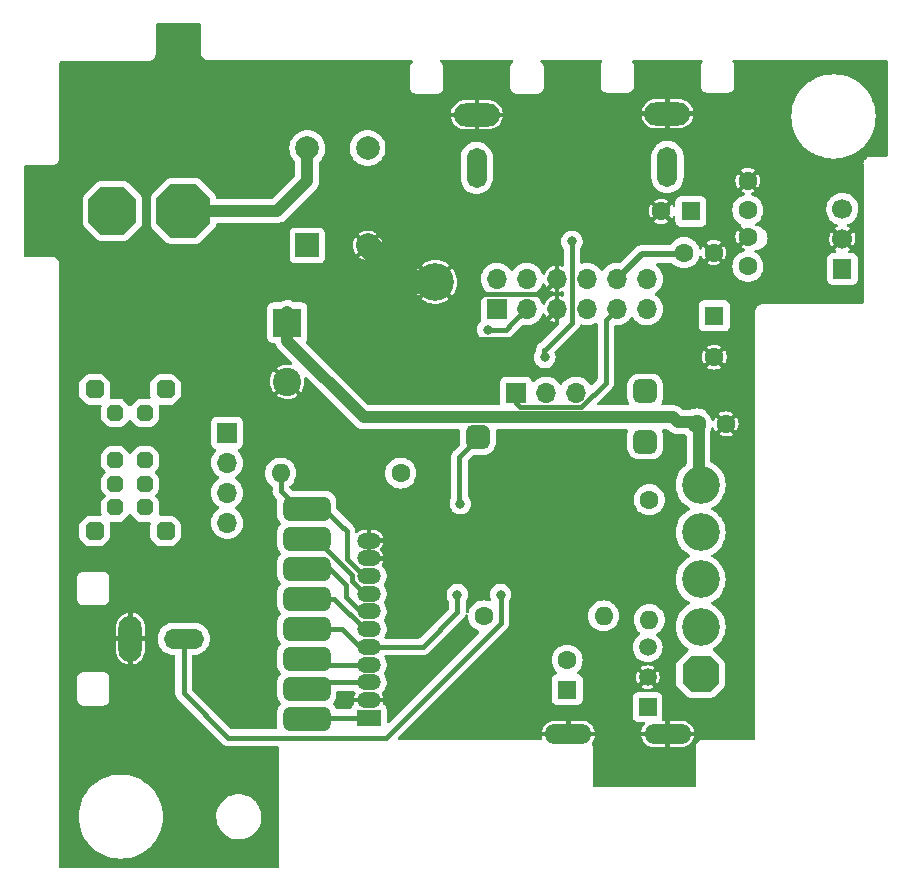
<source format=gbl>
%TF.GenerationSoftware,KiCad,Pcbnew,(6.0.1)*%
%TF.CreationDate,2022-03-11T03:58:48-07:00*%
%TF.ProjectId,Power PCB Ver C -  TH - RF is Video Only V2,506f7765-7220-4504-9342-205665722043,rev?*%
%TF.SameCoordinates,Original*%
%TF.FileFunction,Copper,L2,Bot*%
%TF.FilePolarity,Positive*%
%FSLAX46Y46*%
G04 Gerber Fmt 4.6, Leading zero omitted, Abs format (unit mm)*
G04 Created by KiCad (PCBNEW (6.0.1)) date 2022-03-11 03:58:48*
%MOMM*%
%LPD*%
G01*
G04 APERTURE LIST*
G04 Aperture macros list*
%AMRoundRect*
0 Rectangle with rounded corners*
0 $1 Rounding radius*
0 $2 $3 $4 $5 $6 $7 $8 $9 X,Y pos of 4 corners*
0 Add a 4 corners polygon primitive as box body*
4,1,4,$2,$3,$4,$5,$6,$7,$8,$9,$2,$3,0*
0 Add four circle primitives for the rounded corners*
1,1,$1+$1,$2,$3*
1,1,$1+$1,$4,$5*
1,1,$1+$1,$6,$7*
1,1,$1+$1,$8,$9*
0 Add four rect primitives between the rounded corners*
20,1,$1+$1,$2,$3,$4,$5,0*
20,1,$1+$1,$4,$5,$6,$7,0*
20,1,$1+$1,$6,$7,$8,$9,0*
20,1,$1+$1,$8,$9,$2,$3,0*%
%AMOutline5P*
0 Free polygon, 5 corners , with rotation*
0 The origin of the aperture is its center*
0 number of corners: always 5*
0 $1 to $10 corner X, Y*
0 $11 Rotation angle, in degrees counterclockwise*
0 create outline with 5 corners*
4,1,5,$1,$2,$3,$4,$5,$6,$7,$8,$9,$10,$1,$2,$11*%
%AMOutline6P*
0 Free polygon, 6 corners , with rotation*
0 The origin of the aperture is its center*
0 number of corners: always 6*
0 $1 to $12 corner X, Y*
0 $13 Rotation angle, in degrees counterclockwise*
0 create outline with 6 corners*
4,1,6,$1,$2,$3,$4,$5,$6,$7,$8,$9,$10,$11,$12,$1,$2,$13*%
%AMOutline7P*
0 Free polygon, 7 corners , with rotation*
0 The origin of the aperture is its center*
0 number of corners: always 7*
0 $1 to $14 corner X, Y*
0 $15 Rotation angle, in degrees counterclockwise*
0 create outline with 7 corners*
4,1,7,$1,$2,$3,$4,$5,$6,$7,$8,$9,$10,$11,$12,$13,$14,$1,$2,$15*%
%AMOutline8P*
0 Free polygon, 8 corners , with rotation*
0 The origin of the aperture is its center*
0 number of corners: always 8*
0 $1 to $16 corner X, Y*
0 $17 Rotation angle, in degrees counterclockwise*
0 create outline with 8 corners*
4,1,8,$1,$2,$3,$4,$5,$6,$7,$8,$9,$10,$11,$12,$13,$14,$15,$16,$1,$2,$17*%
G04 Aperture macros list end*
%TA.AperFunction,ComponentPad*%
%ADD10O,4.000000X1.700000*%
%TD*%
%TA.AperFunction,ComponentPad*%
%ADD11R,1.600000X1.600000*%
%TD*%
%TA.AperFunction,ComponentPad*%
%ADD12C,1.600000*%
%TD*%
%TA.AperFunction,ComponentPad*%
%ADD13R,1.599997X1.700000*%
%TD*%
%TA.AperFunction,ComponentPad*%
%ADD14C,1.700000*%
%TD*%
%TA.AperFunction,ComponentPad*%
%ADD15C,1.500000*%
%TD*%
%TA.AperFunction,ComponentPad*%
%ADD16R,1.500000X1.500000*%
%TD*%
%TA.AperFunction,ComponentPad*%
%ADD17R,2.400000X2.400000*%
%TD*%
%TA.AperFunction,ComponentPad*%
%ADD18C,2.400000*%
%TD*%
%TA.AperFunction,ComponentPad*%
%ADD19R,1.700000X1.700000*%
%TD*%
%TA.AperFunction,ComponentPad*%
%ADD20O,1.700000X1.700000*%
%TD*%
%TA.AperFunction,ComponentPad*%
%ADD21O,1.600000X1.600000*%
%TD*%
%TA.AperFunction,ComponentPad*%
%ADD22O,1.950000X3.900000*%
%TD*%
%TA.AperFunction,ComponentPad*%
%ADD23O,3.400000X1.700000*%
%TD*%
%TA.AperFunction,ComponentPad*%
%ADD24RoundRect,0.500000X-0.500000X-0.500000X0.500000X-0.500000X0.500000X0.500000X-0.500000X0.500000X0*%
%TD*%
%TA.AperFunction,ComponentPad*%
%ADD25Outline8P,-2.000000X1.000000X-1.000000X2.000000X1.000000X2.000000X2.000000X1.000000X2.000000X-1.000000X1.000000X-2.000000X-1.000000X-2.000000X-2.000000X-1.000000X0.000000*%
%TD*%
%TA.AperFunction,ComponentPad*%
%ADD26Outline8P,-2.250000X1.125000X-1.125000X2.250000X1.125000X2.250000X2.250000X1.125000X2.250000X-1.125000X1.125000X-2.250000X-1.125000X-2.250000X-2.250000X-1.125000X0.000000*%
%TD*%
%TA.AperFunction,ComponentPad*%
%ADD27R,2.000000X1.350000*%
%TD*%
%TA.AperFunction,ComponentPad*%
%ADD28O,2.000000X1.350000*%
%TD*%
%TA.AperFunction,ComponentPad*%
%ADD29R,2.000000X2.000000*%
%TD*%
%TA.AperFunction,ComponentPad*%
%ADD30C,2.000000*%
%TD*%
%TA.AperFunction,ComponentPad*%
%ADD31O,3.900000X1.950000*%
%TD*%
%TA.AperFunction,ComponentPad*%
%ADD32O,1.700000X3.400000*%
%TD*%
%TA.AperFunction,ComponentPad*%
%ADD33C,3.200000*%
%TD*%
%TA.AperFunction,ComponentPad*%
%ADD34Outline8P,-1.550000X0.775000X-0.775000X1.550000X0.775000X1.550000X1.550000X0.775000X1.550000X-0.775000X0.775000X-1.550000X-0.775000X-1.550000X-1.550000X-0.775000X90.000000*%
%TD*%
%TA.AperFunction,ComponentPad*%
%ADD35Outline8P,-0.700000X0.350000X-0.350000X0.700000X0.350000X0.700000X0.700000X0.350000X0.700000X-0.350000X0.350000X-0.700000X-0.350000X-0.700000X-0.700000X-0.350000X270.000000*%
%TD*%
%TA.AperFunction,ComponentPad*%
%ADD36Outline8P,-0.800000X0.400000X-0.400000X0.800000X0.400000X0.800000X0.800000X0.400000X0.800000X-0.400000X0.400000X-0.800000X-0.400000X-0.800000X-0.800000X-0.400000X270.000000*%
%TD*%
%TA.AperFunction,ComponentPad*%
%ADD37Outline8P,-0.800000X0.400000X-0.400000X0.800000X0.400000X0.800000X0.800000X0.400000X0.800000X-0.400000X0.400000X-0.800000X-0.400000X-0.800000X-0.800000X-0.400000X90.000000*%
%TD*%
%TA.AperFunction,SMDPad,CuDef*%
%ADD38RoundRect,0.500000X-1.500000X-0.500000X1.500000X-0.500000X1.500000X0.500000X-1.500000X0.500000X0*%
%TD*%
%TA.AperFunction,ViaPad*%
%ADD39C,0.800000*%
%TD*%
%TA.AperFunction,Conductor*%
%ADD40C,0.381000*%
%TD*%
%TA.AperFunction,Conductor*%
%ADD41C,2.000000*%
%TD*%
%TA.AperFunction,Conductor*%
%ADD42C,1.016000*%
%TD*%
%TA.AperFunction,Conductor*%
%ADD43C,0.508000*%
%TD*%
%TA.AperFunction,Conductor*%
%ADD44C,1.000000*%
%TD*%
G04 APERTURE END LIST*
D10*
%TO.P,J13,1,Pin_1*%
%TO.N,GND*%
X166426100Y-129393600D03*
%TD*%
%TO.P,J13,1,Pin_1*%
%TO.N,GND*%
X158026100Y-129393600D03*
%TD*%
D11*
%TO.P,C3,1,A*%
%TO.N,PS2*%
X170376100Y-93990949D03*
D12*
%TO.P,C3,2,K*%
%TO.N,GND*%
X170376100Y-97490949D03*
%TD*%
D13*
%TO.P,U1,1,VIN*%
%TO.N,PS2*%
X181226100Y-90033600D03*
D14*
%TO.P,U1,2,GND*%
%TO.N,GND*%
X181226100Y-87493600D03*
%TO.P,U1,3,VOUT*%
%TO.N,+5V*%
X181226100Y-84953600D03*
%TD*%
D15*
%TO.P,Q1,3,B*%
%TO.N,Net-(J2-Pad1)*%
X164736100Y-122053600D03*
%TO.P,Q1,2,C*%
%TO.N,GND*%
X164736100Y-124593600D03*
D16*
%TO.P,Q1,1,E*%
%TO.N,Net-(C8-Pad1)*%
X164736100Y-127133600D03*
%TD*%
D17*
%TO.P,C1,1,A*%
%TO.N,PS1*%
X134226100Y-94569641D03*
D18*
%TO.P,C1,2,K*%
%TO.N,GND*%
X134226100Y-99569641D03*
%TD*%
D11*
%TO.P,C7,1,A*%
%TO.N,+5V*%
X168401100Y-85143600D03*
D12*
%TO.P,C7,2,K*%
%TO.N,GND*%
X165901100Y-85143600D03*
%TD*%
D19*
%TO.P,J16,1,Pin_1*%
%TO.N,RCA_RF*%
X153586100Y-100493600D03*
D20*
%TO.P,J16,2,Pin_2*%
%TO.N,RCA_V*%
X156126100Y-100493600D03*
%TO.P,J16,3,Pin_3*%
%TO.N,Audio_L*%
X158666100Y-100493600D03*
%TD*%
D12*
%TO.P,R2,1*%
%TO.N,+5V*%
X164876100Y-109563600D03*
D21*
%TO.P,R2,2*%
%TO.N,Net-(C8-Pad1)*%
X164876100Y-119723600D03*
%TD*%
D22*
%TO.P,J19,1,Tip*%
%TO.N,GND*%
X120952100Y-121327600D03*
D23*
%TO.P,J19,2,Sleeve*%
%TO.N,RCA_RF*%
X125452100Y-121327600D03*
%TD*%
D24*
%TO.P,J12,1,Pin_1*%
%TO.N,Net-(J12-Pad1)*%
X150376100Y-104243600D03*
%TD*%
%TO.P,J10,1,Pin_1*%
%TO.N,Net-(J10-Pad1)*%
X164526100Y-104643600D03*
%TD*%
D19*
%TO.P,J6,1,Red*%
%TO.N,Red*%
X151976100Y-93418600D03*
D20*
%TO.P,J6,2,Green*%
%TO.N,Green*%
X151976100Y-90878600D03*
%TO.P,J6,3,C-Sync/+12V*%
%TO.N,CSync*%
X154516100Y-93418600D03*
%TO.P,J6,4,Blue*%
%TO.N,Blue*%
X154516100Y-90878600D03*
%TO.P,J6,5,GND*%
%TO.N,GND*%
X157056100Y-93418600D03*
%TO.P,J6,6,GND*%
X157056100Y-90878600D03*
%TO.P,J6,7,Luma_(S-Video)*%
%TO.N,Luma*%
X159596100Y-93418600D03*
%TO.P,J6,8,Chroma_(S-Video)*%
%TO.N,Chroma*%
X159596100Y-90878600D03*
%TO.P,J6,9,Composite_Video*%
%TO.N,RCA_RF*%
X162136100Y-93418600D03*
%TO.P,J6,10,+5V*%
%TO.N,+5V*%
X162136100Y-90878600D03*
%TO.P,J6,11,Left_Audio*%
%TO.N,Audio_L*%
X164676100Y-93418600D03*
%TO.P,J6,12,Right_Audio*%
%TO.N,Audio_R*%
X164676100Y-90878600D03*
%TD*%
D25*
%TO.P,J1,2,2*%
%TO.N,Net-(D1-Pad3)*%
X119426100Y-85113598D03*
D26*
%TO.P,J1,1,1*%
%TO.N,Net-(D1-Pad4)*%
X125426102Y-85113598D03*
%TD*%
D19*
%TO.P,J4,1,1*%
%TO.N,Net-(J4-Pad1)*%
X129126100Y-103893600D03*
D20*
%TO.P,J4,2,2*%
%TO.N,Net-(J4-Pad2)*%
X129126100Y-106433600D03*
%TO.P,J4,3,3*%
%TO.N,Net-(J4-Pad3)*%
X129126100Y-108973600D03*
%TO.P,J4,4,4*%
%TO.N,Net-(J4-Pad4)*%
X129126100Y-111513600D03*
%TD*%
D24*
%TO.P,J11,1,Pin_1*%
%TO.N,Audio_L*%
X164526100Y-100393600D03*
%TD*%
D27*
%TO.P,J3,1,Audio*%
%TO.N,Net-(J10-Pad1)*%
X141126100Y-128018600D03*
D28*
%TO.P,J3,2,GND*%
%TO.N,GND*%
X141126100Y-126518600D03*
%TO.P,J3,3,Chroma*%
%TO.N,Chroma*%
X141126100Y-125018600D03*
%TO.P,J3,4,Luma*%
%TO.N,Luma*%
X141126100Y-123518600D03*
%TO.P,J3,5,Composite*%
%TO.N,Net-(J12-Pad1)*%
X141126100Y-122018600D03*
%TO.P,J3,6,Blue*%
%TO.N,Blue*%
X141126100Y-120518600D03*
%TO.P,J3,7,Green*%
%TO.N,Green*%
X141126100Y-119018600D03*
%TO.P,J3,8,Red*%
%TO.N,Red*%
X141126100Y-117518600D03*
%TO.P,J3,9,CSync*%
%TO.N,Net-(J3-Pad9)*%
X141126100Y-116018600D03*
%TO.P,J3,10,GND*%
%TO.N,GND*%
X141126100Y-114518600D03*
%TO.P,J3,11,GND*%
X141126100Y-113018600D03*
%TD*%
D11*
%TO.P,C8,1*%
%TO.N,Net-(C8-Pad1)*%
X157926100Y-125643600D03*
D12*
%TO.P,C8,2*%
%TO.N,Net-(C8-Pad2)*%
X157926100Y-123143600D03*
%TD*%
%TO.P,R6,1,1*%
%TO.N,CSync*%
X143836100Y-107303600D03*
D21*
%TO.P,R6,2,2*%
%TO.N,Net-(J3-Pad9)*%
X133676100Y-107303600D03*
%TD*%
D29*
%TO.P,D1,1,V+*%
%TO.N,PS1*%
X135926100Y-88036100D03*
D30*
%TO.P,D1,2,V-*%
%TO.N,GND*%
X141026100Y-88036100D03*
%TO.P,D1,3,AC*%
%TO.N,Net-(D1-Pad3)*%
X141026100Y-79786100D03*
%TO.P,D1,4,AC*%
%TO.N,Net-(D1-Pad4)*%
X135926100Y-79786100D03*
%TD*%
D31*
%TO.P,J17,1,Tip*%
%TO.N,GND*%
X166418100Y-76877600D03*
D32*
%TO.P,J17,2,Sleeve*%
%TO.N,Audio_R*%
X166418100Y-81377600D03*
%TD*%
D12*
%TO.P,C5,1,1*%
%TO.N,GND*%
X173226100Y-82543600D03*
%TO.P,C5,2,2*%
%TO.N,+5V*%
X173226100Y-85043600D03*
%TD*%
D33*
%TO.P,J2,*%
%TO.N,*%
X169226100Y-116313600D03*
X169226100Y-108313600D03*
X169226100Y-120313600D03*
X169226100Y-112313597D03*
D34*
X169226100Y-124313600D03*
%TD*%
D33*
%TO.P,GND,1*%
%TO.N,GND*%
X146756100Y-91113600D03*
%TD*%
D12*
%TO.P,C2,2,2*%
%TO.N,unconnected-(C2-Pad2)*%
X168876100Y-103143600D03*
%TO.P,C2,1,1*%
%TO.N,GND*%
X171376100Y-103143600D03*
%TD*%
D31*
%TO.P,J18,1,Tip*%
%TO.N,GND*%
X150272100Y-76971600D03*
D32*
%TO.P,J18,2,Sleeve*%
%TO.N,RCA_V*%
X150272100Y-81471600D03*
%TD*%
D12*
%TO.P,C6,1,1*%
%TO.N,GND*%
X170326100Y-88643600D03*
%TO.P,C6,2,2*%
%TO.N,+5V*%
X167826100Y-88643600D03*
%TD*%
%TO.P,C4,1,1*%
%TO.N,GND*%
X173226100Y-87293600D03*
%TO.P,C4,2,2*%
%TO.N,PS2*%
X173226100Y-89793600D03*
%TD*%
D21*
%TO.P,R4,2*%
%TO.N,Net-(C8-Pad2)*%
X161006100Y-119393600D03*
D12*
%TO.P,R4,1*%
%TO.N,Net-(R4-Pad1)*%
X150846100Y-119393600D03*
%TD*%
D35*
%TO.P,SW1,*%
%TO.N,*%
X122176100Y-102213600D03*
X119676100Y-106213600D03*
X119676100Y-108213600D03*
X119676100Y-110213600D03*
X122176100Y-106213600D03*
X122176100Y-108213600D03*
X122176100Y-110213600D03*
%TO.P,SW1,1,1*%
%TO.N,unconnected-(SW1-Pad1)*%
X119676100Y-102213600D03*
D36*
%TO.P,SW1,MH*%
%TO.N,N/C*%
X117926100Y-100213600D03*
D37*
X117926100Y-112213600D03*
X123926100Y-112213600D03*
D36*
X123926100Y-100213600D03*
%TD*%
D38*
%TO.P,J5,1,Pin_1*%
%TO.N,Net-(J10-Pad1)*%
X135876100Y-128093600D03*
%TO.P,J5,2,Pin_2*%
%TO.N,Chroma*%
X135876100Y-125553600D03*
%TO.P,J5,3,Pin_3*%
%TO.N,Luma*%
X135876100Y-123013600D03*
%TO.P,J5,4,Pin_4*%
%TO.N,Net-(J12-Pad1)*%
X135876100Y-120473600D03*
%TO.P,J5,5,Pin_5*%
%TO.N,Blue*%
X135876100Y-117933600D03*
%TO.P,J5,6,Pin_6*%
%TO.N,Green*%
X135876100Y-115393600D03*
%TO.P,J5,7,Pin_7*%
%TO.N,Red*%
X135876100Y-112853600D03*
%TO.P,J5,8,Pin_8*%
%TO.N,Net-(J3-Pad9)*%
X135876100Y-110313600D03*
%TD*%
D39*
%TO.N,GND*%
X161026100Y-105693600D03*
X160126100Y-111393600D03*
%TO.N,Net-(J12-Pad1)*%
X148626100Y-117593600D03*
%TO.N,RCA_RF*%
X152286100Y-117593600D03*
%TO.N,GND*%
X146726100Y-127293600D03*
X148526100Y-125493600D03*
X148526100Y-121193600D03*
X141876100Y-105143600D03*
X142876100Y-105143600D03*
X144461100Y-100978600D03*
X154376100Y-106143600D03*
X154376100Y-105143600D03*
X152626100Y-106143600D03*
X152626100Y-105143600D03*
X141126100Y-90993600D03*
X130026100Y-83693600D03*
%TO.N,Net-(J12-Pad1)*%
X148876100Y-109893600D03*
%TO.N,GND*%
X143056100Y-113023600D03*
X162354100Y-96943600D03*
X148892100Y-94911600D03*
X160146100Y-97933600D03*
X144626100Y-99393600D03*
X143136100Y-114513600D03*
X151646100Y-100443600D03*
X141926100Y-104193600D03*
X142946100Y-126143600D03*
X164926100Y-97093600D03*
X173056100Y-122193600D03*
X126286100Y-107213600D03*
X143726100Y-100293600D03*
X142826100Y-104193600D03*
X126386100Y-109253600D03*
X154734100Y-115297600D03*
X145206100Y-100233600D03*
%TO.N,CSync*%
X151186100Y-95173600D03*
%TO.N,RCA_V*%
X158328698Y-87685580D03*
X156026100Y-97518600D03*
%TD*%
D40*
%TO.N,RCA_RF*%
X129242100Y-129709600D02*
X131410100Y-129709600D01*
X125452100Y-125919600D02*
X129242100Y-129709600D01*
X125452100Y-121327600D02*
X125452100Y-125919600D01*
X142592320Y-129709600D02*
X131410100Y-129709600D01*
%TO.N,Net-(J12-Pad1)*%
X148626100Y-119093600D02*
X148626100Y-117593600D01*
%TO.N,RCA_RF*%
X152286100Y-119093600D02*
X152286100Y-117593600D01*
%TO.N,Net-(J12-Pad1)*%
X144446098Y-122013598D02*
X145706102Y-122013598D01*
X145706102Y-122013598D02*
X148626100Y-119093600D01*
X141126100Y-122013598D02*
X144446098Y-122013598D01*
%TO.N,RCA_RF*%
X152286100Y-120015820D02*
X142592320Y-129709600D01*
X152286100Y-119093600D02*
X152286100Y-120015820D01*
D41*
%TO.N,GND*%
X144103600Y-91113600D02*
X141026100Y-88036100D01*
X146756100Y-91113600D02*
X144103600Y-91113600D01*
D42*
%TO.N,Net-(D1-Pad4)*%
X135926100Y-82553600D02*
X133366102Y-85113598D01*
X133366102Y-85113598D02*
X125426102Y-85113598D01*
X135926100Y-79786100D02*
X135926100Y-82553600D01*
%TO.N,PS1*%
X140718580Y-102586080D02*
X134226100Y-96093600D01*
X145133620Y-102586080D02*
X140718580Y-102586080D01*
X134226100Y-96093600D02*
X134226100Y-93693600D01*
X158683620Y-102586080D02*
X145133620Y-102586080D01*
D43*
%TO.N,+5V*%
X164221100Y-88793600D02*
X167226100Y-88793600D01*
X162136100Y-90878600D02*
X164221100Y-88793600D01*
D40*
%TO.N,GND*%
X149894111Y-95913611D02*
X148892100Y-94911600D01*
X154561089Y-95913611D02*
X149894111Y-95913611D01*
X157056100Y-93418600D02*
X155478600Y-94996100D01*
X155478600Y-94996100D02*
X154561089Y-95913611D01*
%TO.N,RCA_RF*%
X161196100Y-99646531D02*
X161196100Y-98323600D01*
X159031640Y-101738060D02*
X159104571Y-101738060D01*
X159104571Y-101738060D02*
X161196100Y-99646531D01*
X153970560Y-101738060D02*
X159031640Y-101738060D01*
X161196100Y-98713600D02*
X161196100Y-94358600D01*
X161196100Y-94358600D02*
X162136100Y-93418600D01*
X153586100Y-101353600D02*
X153970560Y-101738060D01*
X153586100Y-100143600D02*
X153586100Y-101353600D01*
D42*
%TO.N,PS1*%
X162618580Y-102586080D02*
X166868580Y-102586080D01*
X166868580Y-102586080D02*
X167276100Y-102993600D01*
D44*
X169051100Y-102993600D02*
X167276100Y-102993600D01*
D42*
X158683620Y-102586080D02*
X159433620Y-102586080D01*
X158683620Y-102586080D02*
X162618580Y-102586080D01*
D40*
%TO.N,Net-(J12-Pad1)*%
X148796100Y-105948600D02*
X150501100Y-104243600D01*
X148796100Y-109483600D02*
X148796100Y-105948600D01*
X141126100Y-122013598D02*
X141126103Y-122013600D01*
X135876100Y-120473600D02*
X138850100Y-120473600D01*
X138850100Y-120473600D02*
X140395100Y-122018600D01*
X140395100Y-122018600D02*
X141126100Y-122018600D01*
D42*
%TO.N,PS2*%
X169226100Y-112513597D02*
X169325102Y-112513597D01*
D40*
%TO.N,GND*%
X150796067Y-92118611D02*
X148892100Y-94022578D01*
X148892100Y-94022578D02*
X148892100Y-94911600D01*
X173056100Y-122193600D02*
X171326100Y-122193600D01*
X171326100Y-122193600D02*
X171226100Y-122293600D01*
X155816089Y-92118611D02*
X155141089Y-92118611D01*
X157056100Y-90878600D02*
X155816089Y-92118611D01*
X155141089Y-92118611D02*
X150796067Y-92118611D01*
X163376111Y-95921589D02*
X162354100Y-96943600D01*
X148638100Y-125645600D02*
X148626100Y-125657600D01*
%TO.N,Net-(J10-Pad1)*%
X141126100Y-128018600D02*
X135951100Y-128018600D01*
X135951100Y-128018600D02*
X135876100Y-128093600D01*
%TO.N,Net-(J3-Pad9)*%
X139251100Y-113368600D02*
X139251100Y-114568600D01*
X138732100Y-111675600D02*
X137370100Y-110313600D01*
X137370100Y-110313600D02*
X135876100Y-110313600D01*
X135176100Y-110313600D02*
X135876100Y-110313600D01*
X133676100Y-108813600D02*
X135176100Y-110313600D01*
X139251100Y-112969922D02*
X139251100Y-112194600D01*
X133676100Y-107303600D02*
X133676100Y-108813600D01*
X139251100Y-113368600D02*
X139251100Y-113062435D01*
X139251100Y-112194600D02*
X138732100Y-111675600D01*
X139251100Y-114568600D02*
X140701100Y-116018600D01*
X139251100Y-112969922D02*
X139251100Y-113368600D01*
X140701100Y-116018600D02*
X141126100Y-116018600D01*
D44*
%TO.N,PS1*%
X169048900Y-102988800D02*
X169048900Y-108007200D01*
X169048900Y-108007200D02*
X169262900Y-108221200D01*
D40*
%TO.N,CSync*%
X153293600Y-94641100D02*
X154516100Y-93418600D01*
X152761100Y-95173600D02*
X151186100Y-95173600D01*
X153293600Y-94641100D02*
X152761100Y-95173600D01*
%TO.N,Red*%
X135876100Y-112853600D02*
X136636100Y-112853600D01*
X136636100Y-112853600D02*
X139736080Y-115953580D01*
X139736080Y-116459745D02*
X140794935Y-117518600D01*
X139736080Y-115953580D02*
X139736080Y-116459745D01*
X140794935Y-117518600D02*
X141126100Y-117518600D01*
%TO.N,Green*%
X140395100Y-119018600D02*
X141126100Y-119018600D01*
X137848956Y-115393600D02*
X139200028Y-116744672D01*
X139200028Y-116744672D02*
X139200028Y-117823528D01*
X135876100Y-115393600D02*
X137848956Y-115393600D01*
X139200028Y-117823528D02*
X140395100Y-119018600D01*
%TO.N,Blue*%
X138209935Y-117933600D02*
X140794935Y-120518600D01*
X140794935Y-120518600D02*
X141126100Y-120518600D01*
X135876100Y-117933600D02*
X138209935Y-117933600D01*
X134506100Y-117933600D02*
X135876100Y-117933600D01*
%TO.N,Luma*%
X141126100Y-123518600D02*
X136381100Y-123518600D01*
X136381100Y-123518600D02*
X135876100Y-123013600D01*
%TO.N,Chroma*%
X141126100Y-125018600D02*
X136411100Y-125018600D01*
X136411100Y-125018600D02*
X135876100Y-125553600D01*
%TO.N,RCA_V*%
X158328698Y-89766198D02*
X158328698Y-87876821D01*
X156004100Y-97503598D02*
X156004100Y-96871600D01*
X158328698Y-93726593D02*
X158328698Y-89766198D01*
X158326100Y-93729191D02*
X158326100Y-94568600D01*
X158328698Y-93726593D02*
X158326100Y-93729191D01*
X158326100Y-94568600D02*
X156023100Y-96871600D01*
X156023100Y-96871600D02*
X156004100Y-96871600D01*
X158328698Y-89766198D02*
X158328698Y-87685580D01*
%TD*%
%TA.AperFunction,Conductor*%
%TO.N,GND*%
G36*
X126860221Y-69241602D02*
G01*
X126906714Y-69295258D01*
X126918100Y-69347600D01*
X126918100Y-71665495D01*
X126917022Y-71681941D01*
X126912854Y-71713600D01*
X126918100Y-71753447D01*
X126933750Y-71872320D01*
X126995013Y-72020223D01*
X127092470Y-72147230D01*
X127219477Y-72244687D01*
X127293429Y-72275319D01*
X127359750Y-72302790D01*
X127359753Y-72302791D01*
X127367380Y-72305950D01*
X127526100Y-72326846D01*
X127534288Y-72325768D01*
X127557759Y-72322678D01*
X127574205Y-72321600D01*
X144758909Y-72321600D01*
X144827030Y-72341602D01*
X144873523Y-72395258D01*
X144883627Y-72465532D01*
X144854133Y-72530112D01*
X144841166Y-72543045D01*
X144826161Y-72555974D01*
X144811153Y-72567079D01*
X144789469Y-72580760D01*
X144783527Y-72587488D01*
X144769919Y-72602896D01*
X144757727Y-72614940D01*
X144735353Y-72634219D01*
X144730474Y-72641747D01*
X144730471Y-72641750D01*
X144721404Y-72655739D01*
X144710114Y-72670613D01*
X144693144Y-72689828D01*
X144680590Y-72716566D01*
X144672276Y-72731535D01*
X144656207Y-72756327D01*
X144653635Y-72764927D01*
X144648861Y-72780890D01*
X144642199Y-72798336D01*
X144631301Y-72821548D01*
X144628935Y-72836744D01*
X144626758Y-72850728D01*
X144622974Y-72867449D01*
X144617086Y-72887136D01*
X144617085Y-72887139D01*
X144614513Y-72895741D01*
X144614458Y-72904716D01*
X144614458Y-72904717D01*
X144614303Y-72930146D01*
X144614270Y-72930928D01*
X144614100Y-72932023D01*
X144614100Y-72962898D01*
X144614098Y-72963668D01*
X144613624Y-73041252D01*
X144614008Y-73042596D01*
X144614100Y-73043941D01*
X144614100Y-74662898D01*
X144614098Y-74663668D01*
X144613624Y-74741252D01*
X144616090Y-74749881D01*
X144616091Y-74749886D01*
X144621739Y-74769648D01*
X144625317Y-74786409D01*
X144628230Y-74806752D01*
X144628233Y-74806762D01*
X144629505Y-74815645D01*
X144640121Y-74838995D01*
X144646564Y-74856507D01*
X144653612Y-74881165D01*
X144669374Y-74906148D01*
X144677504Y-74921214D01*
X144689733Y-74948110D01*
X144706474Y-74967539D01*
X144717579Y-74982547D01*
X144731260Y-75004231D01*
X144751569Y-75022167D01*
X144753396Y-75023781D01*
X144765441Y-75035974D01*
X144778250Y-75050839D01*
X144784719Y-75058347D01*
X144792247Y-75063226D01*
X144792250Y-75063229D01*
X144806239Y-75072296D01*
X144821113Y-75083586D01*
X144825243Y-75087233D01*
X144840328Y-75100556D01*
X144848454Y-75104371D01*
X144848455Y-75104372D01*
X144854121Y-75107032D01*
X144867066Y-75113110D01*
X144882035Y-75121424D01*
X144906827Y-75137493D01*
X144923750Y-75142554D01*
X144931390Y-75144839D01*
X144948836Y-75151501D01*
X144972048Y-75162399D01*
X145001230Y-75166943D01*
X145017949Y-75170726D01*
X145037636Y-75176614D01*
X145037639Y-75176615D01*
X145046241Y-75179187D01*
X145055216Y-75179242D01*
X145055217Y-75179242D01*
X145061910Y-75179283D01*
X145080656Y-75179397D01*
X145081428Y-75179430D01*
X145082523Y-75179600D01*
X145113398Y-75179600D01*
X145114168Y-75179602D01*
X145187816Y-75180052D01*
X145187817Y-75180052D01*
X145191752Y-75180076D01*
X145193096Y-75179692D01*
X145194441Y-75179600D01*
X146913398Y-75179600D01*
X146914169Y-75179602D01*
X146991752Y-75180076D01*
X147000381Y-75177610D01*
X147000386Y-75177609D01*
X147020148Y-75171961D01*
X147036909Y-75168383D01*
X147057252Y-75165470D01*
X147057262Y-75165467D01*
X147066145Y-75164195D01*
X147089495Y-75153579D01*
X147107007Y-75147136D01*
X147123037Y-75142554D01*
X147131665Y-75140088D01*
X147156648Y-75124326D01*
X147171714Y-75116196D01*
X147198610Y-75103967D01*
X147218039Y-75087226D01*
X147233047Y-75076121D01*
X147247139Y-75067230D01*
X147254731Y-75062440D01*
X147274282Y-75040303D01*
X147286474Y-75028259D01*
X147302049Y-75014839D01*
X147302050Y-75014837D01*
X147308847Y-75008981D01*
X147313726Y-75001453D01*
X147313729Y-75001450D01*
X147322796Y-74987461D01*
X147334086Y-74972587D01*
X147345112Y-74960102D01*
X147351056Y-74953372D01*
X147363610Y-74926634D01*
X147371924Y-74911665D01*
X147387993Y-74886873D01*
X147395339Y-74862309D01*
X147402001Y-74844864D01*
X147404763Y-74838981D01*
X147412899Y-74821652D01*
X147417443Y-74792470D01*
X147421226Y-74775751D01*
X147427114Y-74756064D01*
X147427115Y-74756061D01*
X147429687Y-74747459D01*
X147429897Y-74713044D01*
X147429930Y-74712272D01*
X147430100Y-74711177D01*
X147430100Y-74680302D01*
X147430102Y-74679532D01*
X147430552Y-74605884D01*
X147430552Y-74605883D01*
X147430576Y-74601948D01*
X147430192Y-74600604D01*
X147430100Y-74599259D01*
X147430100Y-72980302D01*
X147430102Y-72979532D01*
X147430521Y-72910922D01*
X147430576Y-72901948D01*
X147428110Y-72893319D01*
X147428109Y-72893314D01*
X147422461Y-72873552D01*
X147418883Y-72856791D01*
X147415970Y-72836448D01*
X147415967Y-72836438D01*
X147414695Y-72827555D01*
X147404079Y-72804205D01*
X147397636Y-72786693D01*
X147393054Y-72770663D01*
X147390588Y-72762035D01*
X147374826Y-72737052D01*
X147366696Y-72721986D01*
X147354467Y-72695090D01*
X147337726Y-72675661D01*
X147326621Y-72660653D01*
X147317730Y-72646561D01*
X147312940Y-72638969D01*
X147290803Y-72619418D01*
X147278759Y-72607226D01*
X147265339Y-72591651D01*
X147265337Y-72591650D01*
X147259481Y-72584853D01*
X147251953Y-72579974D01*
X147251950Y-72579971D01*
X147237961Y-72570904D01*
X147223087Y-72559614D01*
X147209484Y-72547600D01*
X147203873Y-72542645D01*
X147206215Y-72539993D01*
X147171231Y-72498795D01*
X147161830Y-72428424D01*
X147191966Y-72364141D01*
X147252073Y-72326355D01*
X147286362Y-72321600D01*
X153258909Y-72321600D01*
X153327030Y-72341602D01*
X153373523Y-72395258D01*
X153383627Y-72465532D01*
X153354133Y-72530112D01*
X153341166Y-72543045D01*
X153326161Y-72555974D01*
X153311153Y-72567079D01*
X153289469Y-72580760D01*
X153283527Y-72587488D01*
X153269919Y-72602896D01*
X153257727Y-72614940D01*
X153235353Y-72634219D01*
X153230474Y-72641747D01*
X153230471Y-72641750D01*
X153221404Y-72655739D01*
X153210114Y-72670613D01*
X153193144Y-72689828D01*
X153180590Y-72716566D01*
X153172276Y-72731535D01*
X153156207Y-72756327D01*
X153153635Y-72764927D01*
X153148861Y-72780890D01*
X153142199Y-72798336D01*
X153131301Y-72821548D01*
X153128935Y-72836744D01*
X153126758Y-72850728D01*
X153122974Y-72867449D01*
X153117086Y-72887136D01*
X153117085Y-72887139D01*
X153114513Y-72895741D01*
X153114458Y-72904716D01*
X153114458Y-72904717D01*
X153114303Y-72930146D01*
X153114270Y-72930928D01*
X153114100Y-72932023D01*
X153114100Y-72962898D01*
X153114098Y-72963668D01*
X153113624Y-73041252D01*
X153114008Y-73042596D01*
X153114100Y-73043941D01*
X153114100Y-74662898D01*
X153114098Y-74663668D01*
X153113624Y-74741252D01*
X153116090Y-74749881D01*
X153116091Y-74749886D01*
X153121739Y-74769648D01*
X153125317Y-74786409D01*
X153128230Y-74806752D01*
X153128233Y-74806762D01*
X153129505Y-74815645D01*
X153140121Y-74838995D01*
X153146564Y-74856507D01*
X153153612Y-74881165D01*
X153169374Y-74906148D01*
X153177504Y-74921214D01*
X153189733Y-74948110D01*
X153206474Y-74967539D01*
X153217579Y-74982547D01*
X153231260Y-75004231D01*
X153251569Y-75022167D01*
X153253396Y-75023781D01*
X153265441Y-75035974D01*
X153278250Y-75050839D01*
X153284719Y-75058347D01*
X153292247Y-75063226D01*
X153292250Y-75063229D01*
X153306239Y-75072296D01*
X153321113Y-75083586D01*
X153325243Y-75087233D01*
X153340328Y-75100556D01*
X153348454Y-75104371D01*
X153348455Y-75104372D01*
X153354121Y-75107032D01*
X153367066Y-75113110D01*
X153382035Y-75121424D01*
X153406827Y-75137493D01*
X153423750Y-75142554D01*
X153431390Y-75144839D01*
X153448836Y-75151501D01*
X153472048Y-75162399D01*
X153501230Y-75166943D01*
X153517949Y-75170726D01*
X153537636Y-75176614D01*
X153537639Y-75176615D01*
X153546241Y-75179187D01*
X153555216Y-75179242D01*
X153555217Y-75179242D01*
X153561910Y-75179283D01*
X153580656Y-75179397D01*
X153581428Y-75179430D01*
X153582523Y-75179600D01*
X153613398Y-75179600D01*
X153614168Y-75179602D01*
X153687816Y-75180052D01*
X153687817Y-75180052D01*
X153691752Y-75180076D01*
X153693096Y-75179692D01*
X153694441Y-75179600D01*
X155413398Y-75179600D01*
X155414169Y-75179602D01*
X155491752Y-75180076D01*
X155500381Y-75177610D01*
X155500386Y-75177609D01*
X155520148Y-75171961D01*
X155536909Y-75168383D01*
X155557252Y-75165470D01*
X155557262Y-75165467D01*
X155566145Y-75164195D01*
X155589495Y-75153579D01*
X155607007Y-75147136D01*
X155623037Y-75142554D01*
X155631665Y-75140088D01*
X155656648Y-75124326D01*
X155671714Y-75116196D01*
X155698610Y-75103967D01*
X155718039Y-75087226D01*
X155733047Y-75076121D01*
X155747139Y-75067230D01*
X155754731Y-75062440D01*
X155774282Y-75040303D01*
X155786474Y-75028259D01*
X155802049Y-75014839D01*
X155802050Y-75014837D01*
X155808847Y-75008981D01*
X155813726Y-75001453D01*
X155813729Y-75001450D01*
X155822796Y-74987461D01*
X155834086Y-74972587D01*
X155845112Y-74960102D01*
X155851056Y-74953372D01*
X155863610Y-74926634D01*
X155871924Y-74911665D01*
X155887993Y-74886873D01*
X155895339Y-74862309D01*
X155902001Y-74844864D01*
X155904763Y-74838981D01*
X155912899Y-74821652D01*
X155917443Y-74792470D01*
X155921226Y-74775751D01*
X155927114Y-74756064D01*
X155927115Y-74756061D01*
X155929687Y-74747459D01*
X155929897Y-74713044D01*
X155929930Y-74712272D01*
X155930100Y-74711177D01*
X155930100Y-74680302D01*
X155930102Y-74679532D01*
X155930552Y-74605884D01*
X155930552Y-74605883D01*
X155930576Y-74601948D01*
X155930192Y-74600604D01*
X155930100Y-74599259D01*
X155930100Y-72980302D01*
X155930102Y-72979532D01*
X155930521Y-72910922D01*
X155930576Y-72901948D01*
X155928110Y-72893319D01*
X155928109Y-72893314D01*
X155922461Y-72873552D01*
X155918883Y-72856791D01*
X155915970Y-72836448D01*
X155915967Y-72836438D01*
X155914695Y-72827555D01*
X155904079Y-72804205D01*
X155897636Y-72786693D01*
X155893054Y-72770663D01*
X155890588Y-72762035D01*
X155874826Y-72737052D01*
X155866696Y-72721986D01*
X155854467Y-72695090D01*
X155837726Y-72675661D01*
X155826621Y-72660653D01*
X155817730Y-72646561D01*
X155812940Y-72638969D01*
X155790803Y-72619418D01*
X155778759Y-72607226D01*
X155765339Y-72591651D01*
X155765337Y-72591650D01*
X155759481Y-72584853D01*
X155751953Y-72579974D01*
X155751950Y-72579971D01*
X155737961Y-72570904D01*
X155723087Y-72559614D01*
X155709484Y-72547600D01*
X155703873Y-72542645D01*
X155706215Y-72539993D01*
X155671231Y-72498795D01*
X155661830Y-72428424D01*
X155691966Y-72364141D01*
X155752073Y-72326355D01*
X155786362Y-72321600D01*
X160796633Y-72321600D01*
X160864754Y-72341602D01*
X160911247Y-72395258D01*
X160921351Y-72465532D01*
X160891581Y-72530431D01*
X160888155Y-72534358D01*
X160881353Y-72540219D01*
X160876472Y-72547749D01*
X160876468Y-72547754D01*
X160867404Y-72561739D01*
X160856114Y-72576613D01*
X160839144Y-72595828D01*
X160826590Y-72622566D01*
X160818276Y-72637535D01*
X160802207Y-72662327D01*
X160799635Y-72670927D01*
X160794861Y-72686890D01*
X160788199Y-72704336D01*
X160777301Y-72727548D01*
X160773993Y-72748797D01*
X160772758Y-72756728D01*
X160768974Y-72773449D01*
X160763086Y-72793136D01*
X160763085Y-72793139D01*
X160760513Y-72801741D01*
X160760458Y-72810716D01*
X160760458Y-72810717D01*
X160760303Y-72836146D01*
X160760270Y-72836928D01*
X160760100Y-72838023D01*
X160760100Y-72868898D01*
X160760098Y-72869668D01*
X160759729Y-72930146D01*
X160759624Y-72947252D01*
X160760008Y-72948596D01*
X160760100Y-72949941D01*
X160760100Y-74568898D01*
X160760098Y-74569668D01*
X160759624Y-74647252D01*
X160762090Y-74655881D01*
X160762091Y-74655886D01*
X160767739Y-74675648D01*
X160771317Y-74692409D01*
X160774230Y-74712752D01*
X160774233Y-74712762D01*
X160775505Y-74721645D01*
X160786121Y-74744995D01*
X160792564Y-74762507D01*
X160799612Y-74787165D01*
X160815374Y-74812148D01*
X160823504Y-74827214D01*
X160835733Y-74854110D01*
X160852474Y-74873539D01*
X160863579Y-74888547D01*
X160877260Y-74910231D01*
X160883988Y-74916173D01*
X160899396Y-74929781D01*
X160911440Y-74941973D01*
X160930719Y-74964347D01*
X160938247Y-74969226D01*
X160938250Y-74969229D01*
X160952239Y-74978296D01*
X160967113Y-74989586D01*
X160986328Y-75006556D01*
X160994454Y-75010371D01*
X160994455Y-75010372D01*
X161000121Y-75013032D01*
X161013066Y-75019110D01*
X161028035Y-75027424D01*
X161052827Y-75043493D01*
X161069750Y-75048554D01*
X161077390Y-75050839D01*
X161094836Y-75057501D01*
X161118048Y-75068399D01*
X161147230Y-75072943D01*
X161163949Y-75076726D01*
X161183636Y-75082614D01*
X161183639Y-75082615D01*
X161192241Y-75085187D01*
X161201216Y-75085242D01*
X161201217Y-75085242D01*
X161207910Y-75085283D01*
X161226656Y-75085397D01*
X161227428Y-75085430D01*
X161228523Y-75085600D01*
X161259398Y-75085600D01*
X161260168Y-75085602D01*
X161333816Y-75086052D01*
X161333817Y-75086052D01*
X161337752Y-75086076D01*
X161339096Y-75085692D01*
X161340441Y-75085600D01*
X163059398Y-75085600D01*
X163060169Y-75085602D01*
X163137752Y-75086076D01*
X163146381Y-75083610D01*
X163146386Y-75083609D01*
X163166148Y-75077961D01*
X163182909Y-75074383D01*
X163203252Y-75071470D01*
X163203262Y-75071467D01*
X163212145Y-75070195D01*
X163235495Y-75059579D01*
X163253007Y-75053136D01*
X163269037Y-75048554D01*
X163277665Y-75046088D01*
X163302648Y-75030326D01*
X163317714Y-75022196D01*
X163344610Y-75009967D01*
X163364039Y-74993226D01*
X163379047Y-74982121D01*
X163393139Y-74973230D01*
X163400731Y-74968440D01*
X163420282Y-74946303D01*
X163432474Y-74934259D01*
X163448049Y-74920839D01*
X163448050Y-74920837D01*
X163454847Y-74914981D01*
X163459726Y-74907453D01*
X163459729Y-74907450D01*
X163468796Y-74893461D01*
X163480086Y-74878587D01*
X163491112Y-74866102D01*
X163497056Y-74859372D01*
X163509610Y-74832634D01*
X163517924Y-74817665D01*
X163533993Y-74792873D01*
X163541339Y-74768309D01*
X163548001Y-74750864D01*
X163555083Y-74735779D01*
X163558899Y-74727652D01*
X163563443Y-74698470D01*
X163567226Y-74681751D01*
X163573114Y-74662064D01*
X163573115Y-74662061D01*
X163575687Y-74653459D01*
X163575897Y-74619044D01*
X163575930Y-74618272D01*
X163576100Y-74617177D01*
X163576100Y-74586302D01*
X163576102Y-74585532D01*
X163576552Y-74511884D01*
X163576552Y-74511883D01*
X163576576Y-74507948D01*
X163576192Y-74506604D01*
X163576100Y-74505259D01*
X163576100Y-72886302D01*
X163576102Y-72885532D01*
X163576521Y-72816922D01*
X163576576Y-72807948D01*
X163574110Y-72799319D01*
X163574109Y-72799314D01*
X163568461Y-72779552D01*
X163564883Y-72762791D01*
X163561970Y-72742448D01*
X163561967Y-72742438D01*
X163560695Y-72733555D01*
X163550079Y-72710205D01*
X163543636Y-72692693D01*
X163539054Y-72676663D01*
X163536588Y-72668035D01*
X163520826Y-72643052D01*
X163512696Y-72627986D01*
X163500467Y-72601090D01*
X163483726Y-72581661D01*
X163472621Y-72566653D01*
X163463730Y-72552561D01*
X163458940Y-72544969D01*
X163452211Y-72539026D01*
X163446394Y-72532191D01*
X163448367Y-72530511D01*
X163417805Y-72481949D01*
X163418479Y-72410956D01*
X163457428Y-72351597D01*
X163522286Y-72322718D01*
X163539033Y-72321600D01*
X169296633Y-72321600D01*
X169364754Y-72341602D01*
X169411247Y-72395258D01*
X169421351Y-72465532D01*
X169391581Y-72530431D01*
X169388155Y-72534358D01*
X169381353Y-72540219D01*
X169376472Y-72547749D01*
X169376468Y-72547754D01*
X169367404Y-72561739D01*
X169356114Y-72576613D01*
X169339144Y-72595828D01*
X169326590Y-72622566D01*
X169318276Y-72637535D01*
X169302207Y-72662327D01*
X169299635Y-72670927D01*
X169294861Y-72686890D01*
X169288199Y-72704336D01*
X169277301Y-72727548D01*
X169273993Y-72748797D01*
X169272758Y-72756728D01*
X169268974Y-72773449D01*
X169263086Y-72793136D01*
X169263085Y-72793139D01*
X169260513Y-72801741D01*
X169260458Y-72810716D01*
X169260458Y-72810717D01*
X169260303Y-72836146D01*
X169260270Y-72836928D01*
X169260100Y-72838023D01*
X169260100Y-72868898D01*
X169260098Y-72869668D01*
X169259729Y-72930146D01*
X169259624Y-72947252D01*
X169260008Y-72948596D01*
X169260100Y-72949941D01*
X169260100Y-74568898D01*
X169260098Y-74569668D01*
X169259624Y-74647252D01*
X169262090Y-74655881D01*
X169262091Y-74655886D01*
X169267739Y-74675648D01*
X169271317Y-74692409D01*
X169274230Y-74712752D01*
X169274233Y-74712762D01*
X169275505Y-74721645D01*
X169286121Y-74744995D01*
X169292564Y-74762507D01*
X169299612Y-74787165D01*
X169315374Y-74812148D01*
X169323504Y-74827214D01*
X169335733Y-74854110D01*
X169352474Y-74873539D01*
X169363579Y-74888547D01*
X169377260Y-74910231D01*
X169383988Y-74916173D01*
X169399396Y-74929781D01*
X169411440Y-74941973D01*
X169430719Y-74964347D01*
X169438247Y-74969226D01*
X169438250Y-74969229D01*
X169452239Y-74978296D01*
X169467113Y-74989586D01*
X169486328Y-75006556D01*
X169494454Y-75010371D01*
X169494455Y-75010372D01*
X169500121Y-75013032D01*
X169513066Y-75019110D01*
X169528035Y-75027424D01*
X169552827Y-75043493D01*
X169569750Y-75048554D01*
X169577390Y-75050839D01*
X169594836Y-75057501D01*
X169618048Y-75068399D01*
X169647230Y-75072943D01*
X169663949Y-75076726D01*
X169683636Y-75082614D01*
X169683639Y-75082615D01*
X169692241Y-75085187D01*
X169701216Y-75085242D01*
X169701217Y-75085242D01*
X169707910Y-75085283D01*
X169726656Y-75085397D01*
X169727428Y-75085430D01*
X169728523Y-75085600D01*
X169759398Y-75085600D01*
X169760168Y-75085602D01*
X169833816Y-75086052D01*
X169833817Y-75086052D01*
X169837752Y-75086076D01*
X169839096Y-75085692D01*
X169840441Y-75085600D01*
X171559398Y-75085600D01*
X171560169Y-75085602D01*
X171637752Y-75086076D01*
X171646381Y-75083610D01*
X171646386Y-75083609D01*
X171666148Y-75077961D01*
X171682909Y-75074383D01*
X171703252Y-75071470D01*
X171703262Y-75071467D01*
X171712145Y-75070195D01*
X171735495Y-75059579D01*
X171753007Y-75053136D01*
X171769037Y-75048554D01*
X171777665Y-75046088D01*
X171802648Y-75030326D01*
X171817714Y-75022196D01*
X171844610Y-75009967D01*
X171864039Y-74993226D01*
X171879047Y-74982121D01*
X171893139Y-74973230D01*
X171900731Y-74968440D01*
X171920282Y-74946303D01*
X171932474Y-74934259D01*
X171948049Y-74920839D01*
X171948050Y-74920837D01*
X171954847Y-74914981D01*
X171959726Y-74907453D01*
X171959729Y-74907450D01*
X171968796Y-74893461D01*
X171980086Y-74878587D01*
X171991112Y-74866102D01*
X171997056Y-74859372D01*
X172009610Y-74832634D01*
X172017924Y-74817665D01*
X172033993Y-74792873D01*
X172041339Y-74768309D01*
X172048001Y-74750864D01*
X172055083Y-74735779D01*
X172058899Y-74727652D01*
X172063443Y-74698470D01*
X172067226Y-74681751D01*
X172073114Y-74662064D01*
X172073115Y-74662061D01*
X172075687Y-74653459D01*
X172075897Y-74619044D01*
X172075930Y-74618272D01*
X172076100Y-74617177D01*
X172076100Y-74586302D01*
X172076102Y-74585532D01*
X172076552Y-74511884D01*
X172076552Y-74511883D01*
X172076576Y-74507948D01*
X172076192Y-74506604D01*
X172076100Y-74505259D01*
X172076100Y-72886302D01*
X172076102Y-72885532D01*
X172076521Y-72816922D01*
X172076576Y-72807948D01*
X172074110Y-72799319D01*
X172074109Y-72799314D01*
X172068461Y-72779552D01*
X172064883Y-72762791D01*
X172061970Y-72742448D01*
X172061967Y-72742438D01*
X172060695Y-72733555D01*
X172050079Y-72710205D01*
X172043636Y-72692693D01*
X172039054Y-72676663D01*
X172036588Y-72668035D01*
X172020826Y-72643052D01*
X172012696Y-72627986D01*
X172000467Y-72601090D01*
X171983726Y-72581661D01*
X171972621Y-72566653D01*
X171963730Y-72552561D01*
X171958940Y-72544969D01*
X171952211Y-72539026D01*
X171946394Y-72532191D01*
X171948367Y-72530511D01*
X171917805Y-72481949D01*
X171918479Y-72410956D01*
X171957428Y-72351597D01*
X172022286Y-72322718D01*
X172039033Y-72321600D01*
X184942100Y-72321600D01*
X185010221Y-72341602D01*
X185056714Y-72395258D01*
X185068100Y-72447600D01*
X185068100Y-80379600D01*
X185048098Y-80447721D01*
X184994442Y-80494214D01*
X184942100Y-80505600D01*
X183674205Y-80505600D01*
X183657759Y-80504522D01*
X183634288Y-80501432D01*
X183626100Y-80500354D01*
X183586253Y-80505600D01*
X183467380Y-80521250D01*
X183459753Y-80524409D01*
X183459750Y-80524410D01*
X183393429Y-80551881D01*
X183319477Y-80582513D01*
X183312926Y-80587540D01*
X183312924Y-80587541D01*
X183278964Y-80613600D01*
X183192470Y-80679970D01*
X183187444Y-80686520D01*
X183121607Y-80772320D01*
X183095013Y-80806977D01*
X183033750Y-80954880D01*
X183012854Y-81113600D01*
X183013932Y-81121788D01*
X183017022Y-81145259D01*
X183018100Y-81161705D01*
X183018100Y-92879600D01*
X182998098Y-92947721D01*
X182944442Y-92994214D01*
X182892100Y-93005600D01*
X174524205Y-93005600D01*
X174507759Y-93004522D01*
X174484288Y-93001432D01*
X174476100Y-93000354D01*
X174436253Y-93005600D01*
X174317380Y-93021250D01*
X174309753Y-93024409D01*
X174309750Y-93024410D01*
X174243429Y-93051881D01*
X174169477Y-93082513D01*
X174042470Y-93179970D01*
X174037444Y-93186520D01*
X173987256Y-93251926D01*
X173945013Y-93306977D01*
X173914382Y-93380928D01*
X173897384Y-93421965D01*
X173883750Y-93454880D01*
X173862854Y-93613600D01*
X173863932Y-93621788D01*
X173867022Y-93645259D01*
X173868100Y-93661705D01*
X173868100Y-129759600D01*
X173848098Y-129827721D01*
X173794442Y-129874214D01*
X173742100Y-129885600D01*
X169474205Y-129885600D01*
X169457759Y-129884522D01*
X169434288Y-129881432D01*
X169426100Y-129880354D01*
X169386253Y-129885600D01*
X169267380Y-129901250D01*
X169259753Y-129904409D01*
X169259750Y-129904410D01*
X169193428Y-129931882D01*
X169119477Y-129962513D01*
X168992470Y-130059970D01*
X168895013Y-130186977D01*
X168864381Y-130260929D01*
X168838220Y-130324089D01*
X168833750Y-130334880D01*
X168812854Y-130493600D01*
X168813932Y-130501788D01*
X168817022Y-130525259D01*
X168818100Y-130541705D01*
X168818100Y-133759600D01*
X168798098Y-133827721D01*
X168744442Y-133874214D01*
X168692100Y-133885600D01*
X160210100Y-133885600D01*
X160141979Y-133865598D01*
X160095486Y-133811942D01*
X160084100Y-133759600D01*
X160084100Y-130541705D01*
X160085178Y-130525259D01*
X160088268Y-130501788D01*
X160089346Y-130493600D01*
X160068450Y-130334880D01*
X160063981Y-130324089D01*
X160018312Y-130213835D01*
X160010723Y-130143245D01*
X160039555Y-130083038D01*
X160075036Y-130042149D01*
X160081977Y-130032417D01*
X160181457Y-129860461D01*
X160186431Y-129849597D01*
X160251605Y-129661916D01*
X160254428Y-129650332D01*
X160261432Y-129602029D01*
X160260786Y-129597499D01*
X164189622Y-129597499D01*
X164226093Y-129748829D01*
X164229982Y-129760124D01*
X164312212Y-129940979D01*
X164318159Y-129951321D01*
X164433110Y-130113372D01*
X164440903Y-130122400D01*
X164584421Y-130259789D01*
X164593786Y-130267185D01*
X164760690Y-130374954D01*
X164771294Y-130380450D01*
X164955552Y-130454708D01*
X164967011Y-130458102D01*
X165163432Y-130496461D01*
X165172268Y-130497534D01*
X165174971Y-130497600D01*
X166217485Y-130497600D01*
X166232724Y-130493125D01*
X166233929Y-130491735D01*
X166235600Y-130484052D01*
X166235600Y-130479485D01*
X166616600Y-130479485D01*
X166621075Y-130494724D01*
X166622465Y-130495929D01*
X166630148Y-130497600D01*
X167625744Y-130497600D01*
X167631721Y-130497315D01*
X167779834Y-130483184D01*
X167791572Y-130480924D01*
X167982191Y-130425002D01*
X167993294Y-130420561D01*
X168169907Y-130329600D01*
X168179953Y-130323150D01*
X168336186Y-130200429D01*
X168344835Y-130192192D01*
X168475040Y-130042143D01*
X168481977Y-130032417D01*
X168581457Y-129860461D01*
X168586431Y-129849597D01*
X168651605Y-129661916D01*
X168654428Y-129650332D01*
X168661432Y-129602029D01*
X168659445Y-129588093D01*
X168645876Y-129584100D01*
X166634715Y-129584100D01*
X166619476Y-129588575D01*
X166618271Y-129589965D01*
X166616600Y-129597648D01*
X166616600Y-130479485D01*
X166235600Y-130479485D01*
X166235600Y-129602215D01*
X166231125Y-129586976D01*
X166229735Y-129585771D01*
X166222052Y-129584100D01*
X164204508Y-129584100D01*
X164190977Y-129588073D01*
X164189622Y-129597499D01*
X160260786Y-129597499D01*
X160259445Y-129588093D01*
X160245876Y-129584100D01*
X155804508Y-129584100D01*
X155790977Y-129588073D01*
X155789622Y-129597499D01*
X155821574Y-129730079D01*
X155818089Y-129800990D01*
X155776820Y-129858760D01*
X155710869Y-129885047D01*
X155699081Y-129885600D01*
X143709045Y-129885600D01*
X143640924Y-129865598D01*
X143594431Y-129811942D01*
X143584327Y-129741668D01*
X143613821Y-129677088D01*
X143619950Y-129670505D01*
X144105284Y-129185171D01*
X155790768Y-129185171D01*
X155792755Y-129199107D01*
X155806324Y-129203100D01*
X157817485Y-129203100D01*
X157832724Y-129198625D01*
X157833929Y-129197235D01*
X157835600Y-129189552D01*
X157835600Y-129184985D01*
X158216600Y-129184985D01*
X158221075Y-129200224D01*
X158222465Y-129201429D01*
X158230148Y-129203100D01*
X160247692Y-129203100D01*
X160261223Y-129199127D01*
X160262578Y-129189701D01*
X160226107Y-129038371D01*
X160222218Y-129027076D01*
X160139988Y-128846221D01*
X160134041Y-128835879D01*
X160019090Y-128673828D01*
X160011297Y-128664800D01*
X159867779Y-128527411D01*
X159858414Y-128520015D01*
X159691510Y-128412246D01*
X159680906Y-128406750D01*
X159496648Y-128332492D01*
X159485189Y-128329098D01*
X159288768Y-128290739D01*
X159279932Y-128289666D01*
X159277229Y-128289600D01*
X158234715Y-128289600D01*
X158219476Y-128294075D01*
X158218271Y-128295465D01*
X158216600Y-128303148D01*
X158216600Y-129184985D01*
X157835600Y-129184985D01*
X157835600Y-128307715D01*
X157831125Y-128292476D01*
X157829735Y-128291271D01*
X157822052Y-128289600D01*
X156826456Y-128289600D01*
X156820479Y-128289885D01*
X156672366Y-128304016D01*
X156660628Y-128306276D01*
X156470009Y-128362198D01*
X156458906Y-128366639D01*
X156282293Y-128457600D01*
X156272247Y-128464050D01*
X156116014Y-128586771D01*
X156107365Y-128595008D01*
X155977160Y-128745057D01*
X155970223Y-128754783D01*
X155870743Y-128926739D01*
X155865769Y-128937603D01*
X155800595Y-129125284D01*
X155797772Y-129136868D01*
X155790768Y-129185171D01*
X144105284Y-129185171D01*
X145358721Y-127931734D01*
X163477600Y-127931734D01*
X163484355Y-127993916D01*
X163535485Y-128130305D01*
X163622839Y-128246861D01*
X163739395Y-128334215D01*
X163875784Y-128385345D01*
X163937966Y-128392100D01*
X164407277Y-128392100D01*
X164475398Y-128412102D01*
X164521891Y-128465758D01*
X164531995Y-128536032D01*
X164502443Y-128600680D01*
X164377160Y-128745057D01*
X164370223Y-128754783D01*
X164270743Y-128926739D01*
X164265769Y-128937603D01*
X164200595Y-129125284D01*
X164197772Y-129136868D01*
X164190768Y-129185171D01*
X164192755Y-129199107D01*
X164206324Y-129203100D01*
X166217485Y-129203100D01*
X166232724Y-129198625D01*
X166233929Y-129197235D01*
X166235600Y-129189552D01*
X166235600Y-129184985D01*
X166616600Y-129184985D01*
X166621075Y-129200224D01*
X166622465Y-129201429D01*
X166630148Y-129203100D01*
X168647692Y-129203100D01*
X168661223Y-129199127D01*
X168662578Y-129189701D01*
X168626107Y-129038371D01*
X168622218Y-129027076D01*
X168539988Y-128846221D01*
X168534041Y-128835879D01*
X168419090Y-128673828D01*
X168411297Y-128664800D01*
X168267779Y-128527411D01*
X168258414Y-128520015D01*
X168091510Y-128412246D01*
X168080906Y-128406750D01*
X167896648Y-128332492D01*
X167885189Y-128329098D01*
X167688768Y-128290739D01*
X167679932Y-128289666D01*
X167677229Y-128289600D01*
X166634715Y-128289600D01*
X166619476Y-128294075D01*
X166618271Y-128295465D01*
X166616600Y-128303148D01*
X166616600Y-129184985D01*
X166235600Y-129184985D01*
X166235600Y-128307715D01*
X166231125Y-128292476D01*
X166229735Y-128291271D01*
X166222052Y-128289600D01*
X166058796Y-128289600D01*
X165990675Y-128269598D01*
X165944182Y-128215942D01*
X165934078Y-128145668D01*
X165940814Y-128119370D01*
X165985071Y-128001315D01*
X165987845Y-127993916D01*
X165994600Y-127931734D01*
X165994600Y-126335466D01*
X165987845Y-126273284D01*
X165936715Y-126136895D01*
X165849361Y-126020339D01*
X165732805Y-125932985D01*
X165596416Y-125881855D01*
X165534234Y-125875100D01*
X163937966Y-125875100D01*
X163875784Y-125881855D01*
X163739395Y-125932985D01*
X163622839Y-126020339D01*
X163535485Y-126136895D01*
X163484355Y-126273284D01*
X163477600Y-126335466D01*
X163477600Y-127931734D01*
X145358721Y-127931734D01*
X150146855Y-123143600D01*
X156612602Y-123143600D01*
X156632557Y-123371687D01*
X156633981Y-123377000D01*
X156633981Y-123377002D01*
X156689825Y-123585411D01*
X156691816Y-123592843D01*
X156694139Y-123597824D01*
X156694139Y-123597825D01*
X156786251Y-123795362D01*
X156786254Y-123795367D01*
X156788577Y-123800349D01*
X156919902Y-123987900D01*
X157065602Y-124133600D01*
X157099628Y-124195912D01*
X157094563Y-124266727D01*
X157052016Y-124323563D01*
X157015363Y-124340732D01*
X157015784Y-124341855D01*
X156879395Y-124392985D01*
X156762839Y-124480339D01*
X156675485Y-124596895D01*
X156624355Y-124733284D01*
X156617600Y-124795466D01*
X156617600Y-126491734D01*
X156624355Y-126553916D01*
X156675485Y-126690305D01*
X156762839Y-126806861D01*
X156879395Y-126894215D01*
X157015784Y-126945345D01*
X157077966Y-126952100D01*
X158774234Y-126952100D01*
X158836416Y-126945345D01*
X158972805Y-126894215D01*
X159089361Y-126806861D01*
X159176715Y-126690305D01*
X159227845Y-126553916D01*
X159234600Y-126491734D01*
X159234600Y-125427597D01*
X164177130Y-125427597D01*
X164182039Y-125434155D01*
X164326825Y-125515073D01*
X164338066Y-125519984D01*
X164513604Y-125577020D01*
X164525578Y-125579653D01*
X164708860Y-125601508D01*
X164721109Y-125601765D01*
X164905144Y-125587604D01*
X164917224Y-125585473D01*
X165094984Y-125535841D01*
X165106434Y-125531401D01*
X165271169Y-125448187D01*
X165281531Y-125441611D01*
X165285878Y-125438215D01*
X165294348Y-125426400D01*
X165287812Y-125414719D01*
X164748908Y-124875816D01*
X164734970Y-124868205D01*
X164733134Y-124868337D01*
X164726522Y-124872586D01*
X164183889Y-125415218D01*
X164177130Y-125427597D01*
X159234600Y-125427597D01*
X159234600Y-124795466D01*
X159227845Y-124733284D01*
X159176715Y-124596895D01*
X159168293Y-124585657D01*
X163727856Y-124585657D01*
X163743300Y-124769578D01*
X163745514Y-124781640D01*
X163796390Y-124959065D01*
X163800903Y-124970462D01*
X163885272Y-125134628D01*
X163891332Y-125144031D01*
X163903018Y-125152286D01*
X163914463Y-125145830D01*
X164453884Y-124606408D01*
X164460261Y-124594730D01*
X165010705Y-124594730D01*
X165010837Y-124596566D01*
X165015086Y-124603178D01*
X165557295Y-125145388D01*
X165569674Y-125152147D01*
X165576408Y-125147106D01*
X165654693Y-125009301D01*
X165659683Y-124998092D01*
X165717942Y-124822959D01*
X165720660Y-124810992D01*
X165744123Y-124625272D01*
X165744614Y-124618245D01*
X165744909Y-124597105D01*
X165744616Y-124590113D01*
X165726345Y-124403779D01*
X165723962Y-124391741D01*
X165670617Y-124215054D01*
X165665943Y-124203713D01*
X165579292Y-124040748D01*
X165578892Y-124040145D01*
X165569845Y-124033943D01*
X165558873Y-124040234D01*
X165018316Y-124580792D01*
X165010705Y-124594730D01*
X164460261Y-124594730D01*
X164461495Y-124592470D01*
X164461363Y-124590634D01*
X164457114Y-124584022D01*
X163914021Y-124040928D01*
X163901642Y-124034169D01*
X163895254Y-124038951D01*
X163811789Y-124190774D01*
X163806961Y-124202038D01*
X163751150Y-124377977D01*
X163748602Y-124389966D01*
X163728027Y-124573389D01*
X163727856Y-124585657D01*
X159168293Y-124585657D01*
X159089361Y-124480339D01*
X158972805Y-124392985D01*
X158836416Y-124341855D01*
X158837146Y-124339909D01*
X158784895Y-124310055D01*
X158752079Y-124247097D01*
X158758509Y-124176393D01*
X158786598Y-124133600D01*
X158932298Y-123987900D01*
X159063623Y-123800349D01*
X159065946Y-123795367D01*
X159065949Y-123795362D01*
X159082344Y-123760202D01*
X164176945Y-123760202D01*
X164183320Y-123771413D01*
X164723292Y-124311384D01*
X164737230Y-124318995D01*
X164739066Y-124318863D01*
X164745678Y-124314614D01*
X165288983Y-123771310D01*
X165296221Y-123758054D01*
X165292739Y-123753160D01*
X165132466Y-123666501D01*
X165121161Y-123661749D01*
X164944846Y-123607170D01*
X164932833Y-123604704D01*
X164749271Y-123585411D01*
X164737003Y-123585326D01*
X164553198Y-123602053D01*
X164541149Y-123604351D01*
X164364084Y-123656464D01*
X164352716Y-123661057D01*
X164189144Y-123746571D01*
X164184164Y-123749829D01*
X164176945Y-123760202D01*
X159082344Y-123760202D01*
X159158061Y-123597825D01*
X159158061Y-123597824D01*
X159160384Y-123592843D01*
X159162376Y-123585411D01*
X159218219Y-123377002D01*
X159218219Y-123377000D01*
X159219643Y-123371687D01*
X159239598Y-123143600D01*
X159219643Y-122915513D01*
X159207323Y-122869535D01*
X159161807Y-122699667D01*
X159161806Y-122699665D01*
X159160384Y-122694357D01*
X159156003Y-122684961D01*
X159065949Y-122491838D01*
X159065946Y-122491833D01*
X159063623Y-122486851D01*
X158947168Y-122320536D01*
X158935457Y-122303811D01*
X158935455Y-122303808D01*
X158932298Y-122299300D01*
X158770400Y-122137402D01*
X158765892Y-122134245D01*
X158765889Y-122134243D01*
X158658538Y-122059075D01*
X158650719Y-122053600D01*
X163472793Y-122053600D01*
X163491985Y-122272971D01*
X163548980Y-122485676D01*
X163584865Y-122562632D01*
X163639718Y-122680266D01*
X163639721Y-122680271D01*
X163642044Y-122685253D01*
X163645200Y-122689760D01*
X163645201Y-122689762D01*
X163746374Y-122834251D01*
X163768351Y-122865638D01*
X163924062Y-123021349D01*
X164104446Y-123147656D01*
X164304024Y-123240720D01*
X164516729Y-123297715D01*
X164736100Y-123316907D01*
X164955471Y-123297715D01*
X165168176Y-123240720D01*
X165367754Y-123147656D01*
X165548138Y-123021349D01*
X165703849Y-122865638D01*
X165725827Y-122834251D01*
X165826999Y-122689762D01*
X165827000Y-122689760D01*
X165830156Y-122685253D01*
X165832479Y-122680271D01*
X165832482Y-122680266D01*
X165887335Y-122562632D01*
X165923220Y-122485676D01*
X165980215Y-122272971D01*
X165999407Y-122053600D01*
X165980215Y-121834229D01*
X165923220Y-121621524D01*
X165861156Y-121488427D01*
X165832482Y-121426934D01*
X165832479Y-121426929D01*
X165830156Y-121421947D01*
X165805332Y-121386495D01*
X165707008Y-121246073D01*
X165707006Y-121246070D01*
X165703849Y-121241562D01*
X165548138Y-121085851D01*
X165540634Y-121080596D01*
X165526903Y-121070982D01*
X165482575Y-121015525D01*
X165475266Y-120944905D01*
X165507297Y-120881545D01*
X165532922Y-120861227D01*
X165532849Y-120861123D01*
X165534603Y-120859895D01*
X165534605Y-120859894D01*
X165637711Y-120787698D01*
X165715889Y-120732957D01*
X165715892Y-120732955D01*
X165720400Y-120729798D01*
X165882298Y-120567900D01*
X166013623Y-120380349D01*
X166015946Y-120375367D01*
X166015949Y-120375362D01*
X166108061Y-120177825D01*
X166108061Y-120177824D01*
X166110384Y-120172843D01*
X166122269Y-120128490D01*
X166168219Y-119957002D01*
X166168219Y-119957000D01*
X166169643Y-119951687D01*
X166189598Y-119723600D01*
X166169643Y-119495513D01*
X166165030Y-119478298D01*
X166111807Y-119279667D01*
X166111806Y-119279665D01*
X166110384Y-119274357D01*
X166082838Y-119215283D01*
X166015949Y-119071838D01*
X166015946Y-119071833D01*
X166013623Y-119066851D01*
X165924363Y-118939375D01*
X165885457Y-118883811D01*
X165885455Y-118883808D01*
X165882298Y-118879300D01*
X165720400Y-118717402D01*
X165715892Y-118714245D01*
X165715889Y-118714243D01*
X165539718Y-118590887D01*
X165532849Y-118586077D01*
X165527867Y-118583754D01*
X165527862Y-118583751D01*
X165330325Y-118491639D01*
X165330324Y-118491639D01*
X165325343Y-118489316D01*
X165320035Y-118487894D01*
X165320033Y-118487893D01*
X165109502Y-118431481D01*
X165109500Y-118431481D01*
X165104187Y-118430057D01*
X164876100Y-118410102D01*
X164648013Y-118430057D01*
X164642700Y-118431481D01*
X164642698Y-118431481D01*
X164432167Y-118487893D01*
X164432165Y-118487894D01*
X164426857Y-118489316D01*
X164421876Y-118491639D01*
X164421875Y-118491639D01*
X164224338Y-118583751D01*
X164224333Y-118583754D01*
X164219351Y-118586077D01*
X164212482Y-118590887D01*
X164036311Y-118714243D01*
X164036308Y-118714245D01*
X164031800Y-118717402D01*
X163869902Y-118879300D01*
X163866745Y-118883808D01*
X163866743Y-118883811D01*
X163827837Y-118939375D01*
X163738577Y-119066851D01*
X163736254Y-119071833D01*
X163736251Y-119071838D01*
X163669362Y-119215283D01*
X163641816Y-119274357D01*
X163640394Y-119279665D01*
X163640393Y-119279667D01*
X163587170Y-119478298D01*
X163582557Y-119495513D01*
X163562602Y-119723600D01*
X163582557Y-119951687D01*
X163583981Y-119957000D01*
X163583981Y-119957002D01*
X163629932Y-120128490D01*
X163641816Y-120172843D01*
X163644139Y-120177824D01*
X163644139Y-120177825D01*
X163736251Y-120375362D01*
X163736254Y-120375367D01*
X163738577Y-120380349D01*
X163869902Y-120567900D01*
X164031800Y-120729798D01*
X164036310Y-120732956D01*
X164036316Y-120732961D01*
X164084775Y-120766892D01*
X164129104Y-120822349D01*
X164136413Y-120892968D01*
X164104383Y-120956329D01*
X164084776Y-120973318D01*
X163928573Y-121082692D01*
X163928570Y-121082694D01*
X163924062Y-121085851D01*
X163768351Y-121241562D01*
X163765194Y-121246070D01*
X163765192Y-121246073D01*
X163666868Y-121386495D01*
X163642044Y-121421947D01*
X163639721Y-121426929D01*
X163639718Y-121426934D01*
X163611044Y-121488427D01*
X163548980Y-121621524D01*
X163491985Y-121834229D01*
X163472793Y-122053600D01*
X158650719Y-122053600D01*
X158582849Y-122006077D01*
X158577867Y-122003754D01*
X158577862Y-122003751D01*
X158380325Y-121911639D01*
X158380324Y-121911639D01*
X158375343Y-121909316D01*
X158370035Y-121907894D01*
X158370033Y-121907893D01*
X158159502Y-121851481D01*
X158159500Y-121851481D01*
X158154187Y-121850057D01*
X157926100Y-121830102D01*
X157698013Y-121850057D01*
X157692700Y-121851481D01*
X157692698Y-121851481D01*
X157482167Y-121907893D01*
X157482165Y-121907894D01*
X157476857Y-121909316D01*
X157471876Y-121911639D01*
X157471875Y-121911639D01*
X157274338Y-122003751D01*
X157274333Y-122003754D01*
X157269351Y-122006077D01*
X157193662Y-122059075D01*
X157086311Y-122134243D01*
X157086308Y-122134245D01*
X157081800Y-122137402D01*
X156919902Y-122299300D01*
X156916745Y-122303808D01*
X156916743Y-122303811D01*
X156905032Y-122320536D01*
X156788577Y-122486851D01*
X156786254Y-122491833D01*
X156786251Y-122491838D01*
X156696197Y-122684961D01*
X156691816Y-122694357D01*
X156690394Y-122699665D01*
X156690393Y-122699667D01*
X156644877Y-122869535D01*
X156632557Y-122915513D01*
X156612602Y-123143600D01*
X150146855Y-123143600D01*
X152760138Y-120530317D01*
X152766404Y-120524463D01*
X152803649Y-120491972D01*
X152809374Y-120486978D01*
X152845594Y-120435442D01*
X152849527Y-120430146D01*
X152883706Y-120386557D01*
X152883708Y-120386554D01*
X152888392Y-120380580D01*
X152891518Y-120373656D01*
X152893370Y-120370598D01*
X152900608Y-120357907D01*
X152902288Y-120354774D01*
X152906656Y-120348559D01*
X152929538Y-120289870D01*
X152932078Y-120283825D01*
X152958013Y-120226385D01*
X152959398Y-120218912D01*
X152960469Y-120215494D01*
X152964454Y-120201505D01*
X152965351Y-120198013D01*
X152968112Y-120190931D01*
X152969104Y-120183397D01*
X152976333Y-120128490D01*
X152977365Y-120121977D01*
X152987461Y-120067502D01*
X152987461Y-120067500D01*
X152988845Y-120060033D01*
X152985309Y-119998707D01*
X152985100Y-119991455D01*
X152985100Y-119393600D01*
X159692602Y-119393600D01*
X159712557Y-119621687D01*
X159713981Y-119627000D01*
X159713981Y-119627002D01*
X159767146Y-119825413D01*
X159771816Y-119842843D01*
X159774139Y-119847824D01*
X159774139Y-119847825D01*
X159866251Y-120045362D01*
X159866254Y-120045367D01*
X159868577Y-120050349D01*
X159931126Y-120139678D01*
X159978518Y-120207360D01*
X159999902Y-120237900D01*
X160161800Y-120399798D01*
X160166308Y-120402955D01*
X160166311Y-120402957D01*
X160191361Y-120420497D01*
X160349351Y-120531123D01*
X160354333Y-120533446D01*
X160354338Y-120533449D01*
X160551875Y-120625561D01*
X160556857Y-120627884D01*
X160562165Y-120629306D01*
X160562167Y-120629307D01*
X160772698Y-120685719D01*
X160772700Y-120685719D01*
X160778013Y-120687143D01*
X161006100Y-120707098D01*
X161234187Y-120687143D01*
X161239500Y-120685719D01*
X161239502Y-120685719D01*
X161450033Y-120629307D01*
X161450035Y-120629306D01*
X161455343Y-120627884D01*
X161460325Y-120625561D01*
X161657862Y-120533449D01*
X161657867Y-120533446D01*
X161662849Y-120531123D01*
X161820839Y-120420497D01*
X161845889Y-120402957D01*
X161845892Y-120402955D01*
X161850400Y-120399798D01*
X162012298Y-120237900D01*
X162033683Y-120207360D01*
X162081074Y-120139678D01*
X162143623Y-120050349D01*
X162145946Y-120045367D01*
X162145949Y-120045362D01*
X162238061Y-119847825D01*
X162238061Y-119847824D01*
X162240384Y-119842843D01*
X162245055Y-119825413D01*
X162298219Y-119627002D01*
X162298219Y-119627000D01*
X162299643Y-119621687D01*
X162319598Y-119393600D01*
X162299643Y-119165513D01*
X162298050Y-119159568D01*
X162241807Y-118949667D01*
X162241806Y-118949665D01*
X162240384Y-118944357D01*
X162227905Y-118917596D01*
X162145949Y-118741838D01*
X162145946Y-118741833D01*
X162143623Y-118736851D01*
X162070198Y-118631989D01*
X162015457Y-118553811D01*
X162015455Y-118553808D01*
X162012298Y-118549300D01*
X161850400Y-118387402D01*
X161845892Y-118384245D01*
X161845889Y-118384243D01*
X161729346Y-118302639D01*
X161662849Y-118256077D01*
X161657867Y-118253754D01*
X161657862Y-118253751D01*
X161460325Y-118161639D01*
X161460324Y-118161639D01*
X161455343Y-118159316D01*
X161450035Y-118157894D01*
X161450033Y-118157893D01*
X161239502Y-118101481D01*
X161239500Y-118101481D01*
X161234187Y-118100057D01*
X161006100Y-118080102D01*
X160778013Y-118100057D01*
X160772700Y-118101481D01*
X160772698Y-118101481D01*
X160562167Y-118157893D01*
X160562165Y-118157894D01*
X160556857Y-118159316D01*
X160551876Y-118161639D01*
X160551875Y-118161639D01*
X160354338Y-118253751D01*
X160354333Y-118253754D01*
X160349351Y-118256077D01*
X160282854Y-118302639D01*
X160166311Y-118384243D01*
X160166308Y-118384245D01*
X160161800Y-118387402D01*
X159999902Y-118549300D01*
X159996745Y-118553808D01*
X159996743Y-118553811D01*
X159942002Y-118631989D01*
X159868577Y-118736851D01*
X159866254Y-118741833D01*
X159866251Y-118741838D01*
X159784295Y-118917596D01*
X159771816Y-118944357D01*
X159770394Y-118949665D01*
X159770393Y-118949667D01*
X159714150Y-119159568D01*
X159712557Y-119165513D01*
X159692602Y-119393600D01*
X152985100Y-119393600D01*
X152985100Y-118223379D01*
X153005102Y-118155258D01*
X153017459Y-118139075D01*
X153025140Y-118130544D01*
X153120627Y-117965156D01*
X153179642Y-117783528D01*
X153199604Y-117593600D01*
X153179642Y-117403672D01*
X153120627Y-117222044D01*
X153101758Y-117189361D01*
X153068425Y-117131628D01*
X153025140Y-117056656D01*
X152897353Y-116914734D01*
X152782234Y-116831095D01*
X152748194Y-116806363D01*
X152748193Y-116806362D01*
X152742852Y-116802482D01*
X152736824Y-116799798D01*
X152736822Y-116799797D01*
X152574419Y-116727491D01*
X152574418Y-116727491D01*
X152568388Y-116724806D01*
X152474988Y-116704953D01*
X152388044Y-116686472D01*
X152388039Y-116686472D01*
X152381587Y-116685100D01*
X152190613Y-116685100D01*
X152184161Y-116686472D01*
X152184156Y-116686472D01*
X152097212Y-116704953D01*
X152003812Y-116724806D01*
X151997782Y-116727491D01*
X151997781Y-116727491D01*
X151835378Y-116799797D01*
X151835376Y-116799798D01*
X151829348Y-116802482D01*
X151824007Y-116806362D01*
X151824006Y-116806363D01*
X151789966Y-116831095D01*
X151674847Y-116914734D01*
X151547060Y-117056656D01*
X151503775Y-117131628D01*
X151470443Y-117189361D01*
X151451573Y-117222044D01*
X151392558Y-117403672D01*
X151372596Y-117593600D01*
X151392558Y-117783528D01*
X151451573Y-117965156D01*
X151454877Y-117970878D01*
X151454878Y-117970881D01*
X151462714Y-117984453D01*
X151479453Y-118053448D01*
X151456233Y-118120540D01*
X151400427Y-118164428D01*
X151329752Y-118171177D01*
X151305564Y-118163339D01*
X151305498Y-118163522D01*
X151300384Y-118161661D01*
X151300345Y-118161648D01*
X151300330Y-118161641D01*
X151300325Y-118161639D01*
X151295343Y-118159316D01*
X151290035Y-118157894D01*
X151290033Y-118157893D01*
X151079502Y-118101481D01*
X151079500Y-118101481D01*
X151074187Y-118100057D01*
X150846100Y-118080102D01*
X150618013Y-118100057D01*
X150612700Y-118101481D01*
X150612698Y-118101481D01*
X150402167Y-118157893D01*
X150402165Y-118157894D01*
X150396857Y-118159316D01*
X150391876Y-118161639D01*
X150391875Y-118161639D01*
X150194338Y-118253751D01*
X150194333Y-118253754D01*
X150189351Y-118256077D01*
X150122854Y-118302639D01*
X150006311Y-118384243D01*
X150006308Y-118384245D01*
X150001800Y-118387402D01*
X149839902Y-118549300D01*
X149836745Y-118553808D01*
X149836743Y-118553811D01*
X149782002Y-118631989D01*
X149708577Y-118736851D01*
X149706254Y-118741833D01*
X149706251Y-118741838D01*
X149624295Y-118917596D01*
X149611816Y-118944357D01*
X149610394Y-118949665D01*
X149610393Y-118949667D01*
X149572807Y-119089940D01*
X149535855Y-119150563D01*
X149471994Y-119181584D01*
X149401500Y-119173156D01*
X149346753Y-119127953D01*
X149325100Y-119057329D01*
X149325100Y-118223379D01*
X149345102Y-118155258D01*
X149357459Y-118139075D01*
X149365140Y-118130544D01*
X149460627Y-117965156D01*
X149519642Y-117783528D01*
X149539604Y-117593600D01*
X149519642Y-117403672D01*
X149460627Y-117222044D01*
X149441758Y-117189361D01*
X149408425Y-117131628D01*
X149365140Y-117056656D01*
X149237353Y-116914734D01*
X149122234Y-116831095D01*
X149088194Y-116806363D01*
X149088193Y-116806362D01*
X149082852Y-116802482D01*
X149076824Y-116799798D01*
X149076822Y-116799797D01*
X148914419Y-116727491D01*
X148914418Y-116727491D01*
X148908388Y-116724806D01*
X148814988Y-116704953D01*
X148728044Y-116686472D01*
X148728039Y-116686472D01*
X148721587Y-116685100D01*
X148530613Y-116685100D01*
X148524161Y-116686472D01*
X148524156Y-116686472D01*
X148437212Y-116704953D01*
X148343812Y-116724806D01*
X148337782Y-116727491D01*
X148337781Y-116727491D01*
X148175378Y-116799797D01*
X148175376Y-116799798D01*
X148169348Y-116802482D01*
X148164007Y-116806362D01*
X148164006Y-116806363D01*
X148129966Y-116831095D01*
X148014847Y-116914734D01*
X147887060Y-117056656D01*
X147843775Y-117131628D01*
X147810443Y-117189361D01*
X147791573Y-117222044D01*
X147732558Y-117403672D01*
X147712596Y-117593600D01*
X147732558Y-117783528D01*
X147791573Y-117965156D01*
X147887060Y-118130544D01*
X147894737Y-118139070D01*
X147925453Y-118203076D01*
X147927100Y-118223379D01*
X147927100Y-118751875D01*
X147907098Y-118819996D01*
X147890195Y-118840970D01*
X145453472Y-121277693D01*
X145391160Y-121311719D01*
X145364377Y-121314598D01*
X142576833Y-121314598D01*
X142508712Y-121294596D01*
X142462219Y-121240940D01*
X142452115Y-121170666D01*
X142470271Y-121121363D01*
X142507043Y-121063083D01*
X142507045Y-121063078D01*
X142510124Y-121058199D01*
X142590724Y-120856172D01*
X142633159Y-120642839D01*
X142634002Y-120578483D01*
X142635199Y-120486978D01*
X142636006Y-120425346D01*
X142631616Y-120399798D01*
X142600148Y-120216665D01*
X142600147Y-120216662D01*
X142599170Y-120210975D01*
X142523886Y-120006907D01*
X142419286Y-119831092D01*
X142401647Y-119762324D01*
X142421010Y-119699436D01*
X142431157Y-119683355D01*
X142510124Y-119558199D01*
X142590724Y-119356172D01*
X142633159Y-119142839D01*
X142633852Y-119089940D01*
X142635468Y-118966451D01*
X142636006Y-118925346D01*
X142627424Y-118875403D01*
X142600148Y-118716665D01*
X142600147Y-118716662D01*
X142599170Y-118710975D01*
X142523886Y-118506907D01*
X142419286Y-118331092D01*
X142401647Y-118262324D01*
X142421010Y-118199436D01*
X142428753Y-118187165D01*
X142510124Y-118058199D01*
X142590724Y-117856172D01*
X142633159Y-117642839D01*
X142633334Y-117629524D01*
X142635735Y-117446031D01*
X142636006Y-117425346D01*
X142635027Y-117419648D01*
X142600148Y-117216665D01*
X142600147Y-117216662D01*
X142599170Y-117210975D01*
X142523886Y-117006907D01*
X142419286Y-116831092D01*
X142401647Y-116762324D01*
X142421010Y-116699436D01*
X142430056Y-116685100D01*
X142510124Y-116558199D01*
X142590724Y-116356172D01*
X142633159Y-116142839D01*
X142633499Y-116116922D01*
X142635124Y-115992693D01*
X142636006Y-115925346D01*
X142630670Y-115894293D01*
X142600148Y-115716665D01*
X142600147Y-115716662D01*
X142599170Y-115710975D01*
X142523886Y-115506907D01*
X142412673Y-115319976D01*
X142269258Y-115156442D01*
X142269261Y-115156439D01*
X142234569Y-115096674D01*
X142237781Y-115025750D01*
X142255015Y-114992615D01*
X142256188Y-114991001D01*
X142262754Y-114979629D01*
X142336813Y-114813289D01*
X142340870Y-114800801D01*
X142356596Y-114726820D01*
X142355523Y-114712758D01*
X142345570Y-114709100D01*
X141061600Y-114709100D01*
X140993479Y-114689098D01*
X140946986Y-114635442D01*
X140935600Y-114583100D01*
X140935600Y-114309985D01*
X141316600Y-114309985D01*
X141321075Y-114325224D01*
X141322465Y-114326429D01*
X141330148Y-114328100D01*
X142342247Y-114328100D01*
X142355778Y-114324127D01*
X142357287Y-114313632D01*
X142340870Y-114236399D01*
X142336813Y-114223911D01*
X142262754Y-114057572D01*
X142256188Y-114046200D01*
X142149163Y-113898893D01*
X142140381Y-113889139D01*
X142110502Y-113862236D01*
X142073263Y-113801790D01*
X142074615Y-113730806D01*
X142110502Y-113674964D01*
X142140381Y-113648061D01*
X142149163Y-113638307D01*
X142256188Y-113491001D01*
X142262754Y-113479629D01*
X142336813Y-113313289D01*
X142340870Y-113300801D01*
X142356596Y-113226820D01*
X142355523Y-113212758D01*
X142345570Y-113209100D01*
X141334715Y-113209100D01*
X141319476Y-113213575D01*
X141318271Y-113214965D01*
X141316600Y-113222648D01*
X141316600Y-114309985D01*
X140935600Y-114309985D01*
X140935600Y-112809985D01*
X141316600Y-112809985D01*
X141321075Y-112825224D01*
X141322465Y-112826429D01*
X141330148Y-112828100D01*
X142342247Y-112828100D01*
X142355778Y-112824127D01*
X142357287Y-112813632D01*
X142340870Y-112736399D01*
X142336813Y-112723911D01*
X142262754Y-112557572D01*
X142256188Y-112546200D01*
X142149163Y-112398893D01*
X142140381Y-112389139D01*
X142005068Y-112267302D01*
X141994439Y-112259580D01*
X141836763Y-112168546D01*
X141824755Y-112163200D01*
X141651593Y-112106936D01*
X141638750Y-112104206D01*
X141503053Y-112089944D01*
X141496494Y-112089600D01*
X141334715Y-112089600D01*
X141319476Y-112094075D01*
X141318271Y-112095465D01*
X141316600Y-112103148D01*
X141316600Y-112809985D01*
X140935600Y-112809985D01*
X140935600Y-112107715D01*
X140931125Y-112092476D01*
X140929735Y-112091271D01*
X140922052Y-112089600D01*
X140755706Y-112089600D01*
X140749147Y-112089944D01*
X140613450Y-112104206D01*
X140600607Y-112106936D01*
X140427445Y-112163200D01*
X140415437Y-112168546D01*
X140257761Y-112259580D01*
X140247132Y-112267302D01*
X140160411Y-112345387D01*
X140096404Y-112376104D01*
X140025950Y-112367341D01*
X139971419Y-112321878D01*
X139950100Y-112251751D01*
X139950100Y-112223200D01*
X139950392Y-112214629D01*
X139953754Y-112165325D01*
X139953754Y-112165321D01*
X139954270Y-112157749D01*
X139952965Y-112150273D01*
X139952965Y-112150269D01*
X139943437Y-112095678D01*
X139942474Y-112089153D01*
X139935822Y-112034182D01*
X139935821Y-112034179D01*
X139934909Y-112026640D01*
X139932225Y-112019538D01*
X139931381Y-112016100D01*
X139927517Y-112001977D01*
X139926487Y-111998565D01*
X139925181Y-111991083D01*
X139922129Y-111984130D01*
X139922127Y-111984124D01*
X139899863Y-111933406D01*
X139897370Y-111927298D01*
X139877792Y-111875485D01*
X139877790Y-111875482D01*
X139875106Y-111868378D01*
X139870801Y-111862114D01*
X139869145Y-111858947D01*
X139862040Y-111846182D01*
X139860232Y-111843125D01*
X139857178Y-111836167D01*
X139818840Y-111786204D01*
X139814962Y-111780867D01*
X139783581Y-111735207D01*
X139783579Y-111735205D01*
X139779279Y-111728948D01*
X139764187Y-111715501D01*
X139733412Y-111688082D01*
X139728136Y-111683101D01*
X138421505Y-110376470D01*
X138387479Y-110314158D01*
X138384600Y-110287375D01*
X138384600Y-109717272D01*
X138384292Y-109711192D01*
X138366472Y-109622813D01*
X138346418Y-109523355D01*
X138346417Y-109523352D01*
X138345200Y-109517316D01*
X138269195Y-109334727D01*
X138265768Y-109329608D01*
X138265766Y-109329604D01*
X138162604Y-109175501D01*
X138162600Y-109175496D01*
X138159173Y-109170377D01*
X138019323Y-109030527D01*
X138014204Y-109027100D01*
X138014199Y-109027096D01*
X137860096Y-108923934D01*
X137860092Y-108923932D01*
X137854973Y-108920505D01*
X137672384Y-108844500D01*
X137666348Y-108843283D01*
X137666345Y-108843282D01*
X137483096Y-108806333D01*
X137483095Y-108806333D01*
X137478508Y-108805408D01*
X137472428Y-108805100D01*
X134708325Y-108805100D01*
X134640204Y-108785098D01*
X134619230Y-108768195D01*
X134415096Y-108564061D01*
X134381070Y-108501749D01*
X134386135Y-108430934D01*
X134431920Y-108371753D01*
X134515889Y-108312957D01*
X134515892Y-108312955D01*
X134520400Y-108309798D01*
X134682298Y-108147900D01*
X134686516Y-108141877D01*
X134767111Y-108026775D01*
X134813623Y-107960349D01*
X134815946Y-107955367D01*
X134815949Y-107955362D01*
X134908061Y-107757825D01*
X134908061Y-107757824D01*
X134910384Y-107752843D01*
X134912417Y-107745258D01*
X134968219Y-107537002D01*
X134968219Y-107537000D01*
X134969643Y-107531687D01*
X134989598Y-107303600D01*
X142522602Y-107303600D01*
X142542557Y-107531687D01*
X142543981Y-107537000D01*
X142543981Y-107537002D01*
X142599784Y-107745258D01*
X142601816Y-107752843D01*
X142604139Y-107757824D01*
X142604139Y-107757825D01*
X142696251Y-107955362D01*
X142696254Y-107955367D01*
X142698577Y-107960349D01*
X142745089Y-108026775D01*
X142825685Y-108141877D01*
X142829902Y-108147900D01*
X142991800Y-108309798D01*
X142996308Y-108312955D01*
X142996311Y-108312957D01*
X143022992Y-108331639D01*
X143179351Y-108441123D01*
X143184333Y-108443446D01*
X143184338Y-108443449D01*
X143368993Y-108529554D01*
X143386857Y-108537884D01*
X143392165Y-108539306D01*
X143392167Y-108539307D01*
X143602698Y-108595719D01*
X143602700Y-108595719D01*
X143608013Y-108597143D01*
X143836100Y-108617098D01*
X144064187Y-108597143D01*
X144069500Y-108595719D01*
X144069502Y-108595719D01*
X144280033Y-108539307D01*
X144280035Y-108539306D01*
X144285343Y-108537884D01*
X144303207Y-108529554D01*
X144487862Y-108443449D01*
X144487867Y-108443446D01*
X144492849Y-108441123D01*
X144649208Y-108331639D01*
X144675889Y-108312957D01*
X144675892Y-108312955D01*
X144680400Y-108309798D01*
X144842298Y-108147900D01*
X144846516Y-108141877D01*
X144927111Y-108026775D01*
X144973623Y-107960349D01*
X144975946Y-107955367D01*
X144975949Y-107955362D01*
X145068061Y-107757825D01*
X145068061Y-107757824D01*
X145070384Y-107752843D01*
X145072417Y-107745258D01*
X145128219Y-107537002D01*
X145128219Y-107537000D01*
X145129643Y-107531687D01*
X145149598Y-107303600D01*
X145129643Y-107075513D01*
X145099587Y-106963342D01*
X145071807Y-106859667D01*
X145071806Y-106859665D01*
X145070384Y-106854357D01*
X145064267Y-106841239D01*
X144975949Y-106651838D01*
X144975946Y-106651833D01*
X144973623Y-106646851D01*
X144842298Y-106459300D01*
X144680400Y-106297402D01*
X144675892Y-106294245D01*
X144675889Y-106294243D01*
X144549782Y-106205942D01*
X144492849Y-106166077D01*
X144487867Y-106163754D01*
X144487862Y-106163751D01*
X144290325Y-106071639D01*
X144290324Y-106071639D01*
X144285343Y-106069316D01*
X144280035Y-106067894D01*
X144280033Y-106067893D01*
X144069502Y-106011481D01*
X144069500Y-106011481D01*
X144064187Y-106010057D01*
X143836100Y-105990102D01*
X143608013Y-106010057D01*
X143602700Y-106011481D01*
X143602698Y-106011481D01*
X143392167Y-106067893D01*
X143392165Y-106067894D01*
X143386857Y-106069316D01*
X143381876Y-106071639D01*
X143381875Y-106071639D01*
X143184338Y-106163751D01*
X143184333Y-106163754D01*
X143179351Y-106166077D01*
X143122418Y-106205942D01*
X142996311Y-106294243D01*
X142996308Y-106294245D01*
X142991800Y-106297402D01*
X142829902Y-106459300D01*
X142698577Y-106646851D01*
X142696254Y-106651833D01*
X142696251Y-106651838D01*
X142607933Y-106841239D01*
X142601816Y-106854357D01*
X142600394Y-106859665D01*
X142600393Y-106859667D01*
X142572613Y-106963342D01*
X142542557Y-107075513D01*
X142522602Y-107303600D01*
X134989598Y-107303600D01*
X134969643Y-107075513D01*
X134939587Y-106963342D01*
X134911807Y-106859667D01*
X134911806Y-106859665D01*
X134910384Y-106854357D01*
X134904267Y-106841239D01*
X134815949Y-106651838D01*
X134815946Y-106651833D01*
X134813623Y-106646851D01*
X134682298Y-106459300D01*
X134520400Y-106297402D01*
X134515892Y-106294245D01*
X134515889Y-106294243D01*
X134389782Y-106205942D01*
X134332849Y-106166077D01*
X134327867Y-106163754D01*
X134327862Y-106163751D01*
X134130325Y-106071639D01*
X134130324Y-106071639D01*
X134125343Y-106069316D01*
X134120035Y-106067894D01*
X134120033Y-106067893D01*
X133909502Y-106011481D01*
X133909500Y-106011481D01*
X133904187Y-106010057D01*
X133676100Y-105990102D01*
X133448013Y-106010057D01*
X133442700Y-106011481D01*
X133442698Y-106011481D01*
X133232167Y-106067893D01*
X133232165Y-106067894D01*
X133226857Y-106069316D01*
X133221876Y-106071639D01*
X133221875Y-106071639D01*
X133024338Y-106163751D01*
X133024333Y-106163754D01*
X133019351Y-106166077D01*
X132962418Y-106205942D01*
X132836311Y-106294243D01*
X132836308Y-106294245D01*
X132831800Y-106297402D01*
X132669902Y-106459300D01*
X132538577Y-106646851D01*
X132536254Y-106651833D01*
X132536251Y-106651838D01*
X132447933Y-106841239D01*
X132441816Y-106854357D01*
X132440394Y-106859665D01*
X132440393Y-106859667D01*
X132412613Y-106963342D01*
X132382557Y-107075513D01*
X132362602Y-107303600D01*
X132382557Y-107531687D01*
X132383981Y-107537000D01*
X132383981Y-107537002D01*
X132439784Y-107745258D01*
X132441816Y-107752843D01*
X132444139Y-107757824D01*
X132444139Y-107757825D01*
X132536251Y-107955362D01*
X132536254Y-107955367D01*
X132538577Y-107960349D01*
X132585089Y-108026775D01*
X132665685Y-108141877D01*
X132669902Y-108147900D01*
X132831800Y-108309798D01*
X132836308Y-108312955D01*
X132836311Y-108312957D01*
X132923371Y-108373917D01*
X132967699Y-108429374D01*
X132977100Y-108477130D01*
X132977100Y-108785001D01*
X132976808Y-108793571D01*
X132974152Y-108832534D01*
X132972930Y-108850452D01*
X132974235Y-108857928D01*
X132974235Y-108857932D01*
X132983763Y-108912524D01*
X132984726Y-108919049D01*
X132991328Y-108973600D01*
X132992291Y-108981560D01*
X132994975Y-108988662D01*
X132995819Y-108992100D01*
X132999683Y-109006223D01*
X133000713Y-109009634D01*
X133002019Y-109017117D01*
X133005072Y-109024072D01*
X133027339Y-109074798D01*
X133029830Y-109080904D01*
X133049360Y-109132586D01*
X133052094Y-109139822D01*
X133056393Y-109146077D01*
X133058035Y-109149218D01*
X133065133Y-109161972D01*
X133066970Y-109165078D01*
X133070023Y-109172033D01*
X133074648Y-109178060D01*
X133074650Y-109178064D01*
X133108365Y-109222002D01*
X133112229Y-109227320D01*
X133147921Y-109279252D01*
X133153591Y-109284304D01*
X133153592Y-109284305D01*
X133193788Y-109320118D01*
X133199064Y-109325099D01*
X133356590Y-109482625D01*
X133390616Y-109544937D01*
X133391009Y-109596622D01*
X133367908Y-109711192D01*
X133367600Y-109717272D01*
X133367600Y-110909928D01*
X133367908Y-110916008D01*
X133368833Y-110920595D01*
X133368833Y-110920596D01*
X133389310Y-111022149D01*
X133407000Y-111109884D01*
X133483005Y-111292473D01*
X133486432Y-111297592D01*
X133486434Y-111297596D01*
X133589596Y-111451699D01*
X133589600Y-111451704D01*
X133593027Y-111456823D01*
X133630709Y-111494505D01*
X133664735Y-111556817D01*
X133659670Y-111627632D01*
X133630709Y-111672695D01*
X133593027Y-111710377D01*
X133589600Y-111715496D01*
X133589596Y-111715501D01*
X133486434Y-111869604D01*
X133486432Y-111869608D01*
X133483005Y-111874727D01*
X133407000Y-112057316D01*
X133405783Y-112063352D01*
X133405782Y-112063355D01*
X133386749Y-112157749D01*
X133367908Y-112251192D01*
X133367600Y-112257272D01*
X133367600Y-113449928D01*
X133367908Y-113456008D01*
X133368833Y-113460595D01*
X133368833Y-113460596D01*
X133404666Y-113638307D01*
X133407000Y-113649884D01*
X133483005Y-113832473D01*
X133486432Y-113837592D01*
X133486434Y-113837596D01*
X133589596Y-113991699D01*
X133589600Y-113991704D01*
X133593027Y-113996823D01*
X133630709Y-114034505D01*
X133664735Y-114096817D01*
X133659670Y-114167632D01*
X133630709Y-114212695D01*
X133593027Y-114250377D01*
X133589600Y-114255496D01*
X133589596Y-114255501D01*
X133486434Y-114409604D01*
X133486432Y-114409608D01*
X133483005Y-114414727D01*
X133407000Y-114597316D01*
X133405783Y-114603352D01*
X133405782Y-114603355D01*
X133370947Y-114776121D01*
X133367908Y-114791192D01*
X133367600Y-114797272D01*
X133367600Y-115989928D01*
X133367908Y-115996008D01*
X133368833Y-116000595D01*
X133368833Y-116000596D01*
X133402924Y-116169668D01*
X133407000Y-116189884D01*
X133447508Y-116287198D01*
X133476220Y-116356172D01*
X133483005Y-116372473D01*
X133486432Y-116377592D01*
X133486434Y-116377596D01*
X133589596Y-116531699D01*
X133589600Y-116531704D01*
X133593027Y-116536823D01*
X133630709Y-116574505D01*
X133664735Y-116636817D01*
X133659670Y-116707632D01*
X133630709Y-116752695D01*
X133593027Y-116790377D01*
X133589600Y-116795496D01*
X133589596Y-116795501D01*
X133486434Y-116949604D01*
X133486432Y-116949608D01*
X133483005Y-116954727D01*
X133407000Y-117137316D01*
X133405783Y-117143352D01*
X133405782Y-117143355D01*
X133376422Y-117288967D01*
X133367908Y-117331192D01*
X133367600Y-117337272D01*
X133367600Y-118529928D01*
X133367908Y-118536008D01*
X133368833Y-118540595D01*
X133368833Y-118540596D01*
X133404335Y-118716665D01*
X133407000Y-118729884D01*
X133483005Y-118912473D01*
X133486432Y-118917592D01*
X133486434Y-118917596D01*
X133589596Y-119071699D01*
X133589600Y-119071704D01*
X133593027Y-119076823D01*
X133630709Y-119114505D01*
X133664735Y-119176817D01*
X133659670Y-119247632D01*
X133630709Y-119292695D01*
X133593027Y-119330377D01*
X133589600Y-119335496D01*
X133589596Y-119335501D01*
X133486434Y-119489604D01*
X133486432Y-119489608D01*
X133483005Y-119494727D01*
X133407000Y-119677316D01*
X133405783Y-119683352D01*
X133405782Y-119683355D01*
X133368833Y-119866604D01*
X133367908Y-119871192D01*
X133367600Y-119877272D01*
X133367600Y-121069928D01*
X133367908Y-121076008D01*
X133368833Y-121080595D01*
X133368833Y-121080596D01*
X133404622Y-121258089D01*
X133407000Y-121269884D01*
X133483005Y-121452473D01*
X133486432Y-121457592D01*
X133486434Y-121457596D01*
X133589596Y-121611699D01*
X133589600Y-121611704D01*
X133593027Y-121616823D01*
X133630709Y-121654505D01*
X133664735Y-121716817D01*
X133659670Y-121787632D01*
X133630709Y-121832695D01*
X133593027Y-121870377D01*
X133589600Y-121875496D01*
X133589596Y-121875501D01*
X133486434Y-122029604D01*
X133486432Y-122029608D01*
X133483005Y-122034727D01*
X133407000Y-122217316D01*
X133405783Y-122223352D01*
X133405782Y-122223355D01*
X133375784Y-122372130D01*
X133367908Y-122411192D01*
X133367600Y-122417272D01*
X133367600Y-123609928D01*
X133367908Y-123616008D01*
X133368833Y-123620595D01*
X133368833Y-123620596D01*
X133395563Y-123753160D01*
X133407000Y-123809884D01*
X133483005Y-123992473D01*
X133486432Y-123997592D01*
X133486434Y-123997596D01*
X133589596Y-124151699D01*
X133589600Y-124151704D01*
X133593027Y-124156823D01*
X133630709Y-124194505D01*
X133664735Y-124256817D01*
X133659670Y-124327632D01*
X133630709Y-124372695D01*
X133593027Y-124410377D01*
X133589600Y-124415496D01*
X133589596Y-124415501D01*
X133486434Y-124569604D01*
X133486432Y-124569608D01*
X133483005Y-124574727D01*
X133480636Y-124580418D01*
X133475619Y-124592470D01*
X133407000Y-124757316D01*
X133405783Y-124763352D01*
X133405782Y-124763355D01*
X133368833Y-124946604D01*
X133367908Y-124951192D01*
X133367600Y-124957272D01*
X133367600Y-126149928D01*
X133367908Y-126156008D01*
X133368833Y-126160595D01*
X133368833Y-126160596D01*
X133404782Y-126338883D01*
X133407000Y-126349884D01*
X133483005Y-126532473D01*
X133486432Y-126537592D01*
X133486434Y-126537596D01*
X133589596Y-126691699D01*
X133589600Y-126691704D01*
X133593027Y-126696823D01*
X133630709Y-126734505D01*
X133664735Y-126796817D01*
X133659670Y-126867632D01*
X133630709Y-126912695D01*
X133593027Y-126950377D01*
X133589600Y-126955496D01*
X133589596Y-126955501D01*
X133486434Y-127109604D01*
X133486432Y-127109608D01*
X133483005Y-127114727D01*
X133407000Y-127297316D01*
X133405783Y-127303352D01*
X133405782Y-127303355D01*
X133368833Y-127486604D01*
X133367908Y-127491192D01*
X133367600Y-127497272D01*
X133367600Y-128689928D01*
X133367908Y-128696008D01*
X133397017Y-128840371D01*
X133400913Y-128859695D01*
X133394770Y-128930426D01*
X133351363Y-128986607D01*
X133277399Y-129010600D01*
X129583826Y-129010600D01*
X129515705Y-128990598D01*
X129494731Y-128973695D01*
X126188005Y-125666970D01*
X126153979Y-125604658D01*
X126151100Y-125577875D01*
X126151100Y-122812100D01*
X126171102Y-122743979D01*
X126224758Y-122697486D01*
X126277100Y-122686100D01*
X126359990Y-122686100D01*
X126428746Y-122680266D01*
X126526509Y-122671971D01*
X126526513Y-122671970D01*
X126531820Y-122671520D01*
X126536975Y-122670182D01*
X126536981Y-122670181D01*
X126749803Y-122614943D01*
X126749807Y-122614942D01*
X126754972Y-122613601D01*
X126759838Y-122611409D01*
X126759841Y-122611408D01*
X126960302Y-122521107D01*
X126965175Y-122518912D01*
X127156419Y-122390159D01*
X127175299Y-122372149D01*
X127249869Y-122301012D01*
X127323235Y-122231024D01*
X127460854Y-122046058D01*
X127471219Y-122025673D01*
X127530377Y-121909316D01*
X127565340Y-121840549D01*
X127567303Y-121834229D01*
X127632124Y-121625471D01*
X127633707Y-121620373D01*
X127644861Y-121536215D01*
X127663298Y-121397111D01*
X127663298Y-121397106D01*
X127663998Y-121391826D01*
X127655349Y-121161442D01*
X127649295Y-121132586D01*
X127610738Y-120948826D01*
X127608007Y-120935809D01*
X127605107Y-120928466D01*
X127525285Y-120726344D01*
X127525284Y-120726342D01*
X127523324Y-120721379D01*
X127514368Y-120706619D01*
X127407874Y-120531123D01*
X127403723Y-120524283D01*
X127375685Y-120491972D01*
X127256123Y-120354188D01*
X127256121Y-120354186D01*
X127252623Y-120350155D01*
X127184309Y-120294141D01*
X127078473Y-120207360D01*
X127078467Y-120207356D01*
X127074345Y-120203976D01*
X127069709Y-120201337D01*
X127069706Y-120201335D01*
X126878629Y-120092568D01*
X126873986Y-120089925D01*
X126657275Y-120011263D01*
X126652026Y-120010314D01*
X126652023Y-120010313D01*
X126434492Y-119970977D01*
X126434485Y-119970976D01*
X126430408Y-119970239D01*
X126412686Y-119969403D01*
X126407744Y-119969170D01*
X126407737Y-119969170D01*
X126406256Y-119969100D01*
X124544210Y-119969100D01*
X124477291Y-119974778D01*
X124377691Y-119983229D01*
X124377687Y-119983230D01*
X124372380Y-119983680D01*
X124367225Y-119985018D01*
X124367219Y-119985019D01*
X124154397Y-120040257D01*
X124154393Y-120040258D01*
X124149228Y-120041599D01*
X124144362Y-120043791D01*
X124144359Y-120043792D01*
X124036080Y-120092568D01*
X123939025Y-120136288D01*
X123747781Y-120265041D01*
X123743924Y-120268720D01*
X123743922Y-120268722D01*
X123721742Y-120289881D01*
X123580965Y-120424176D01*
X123577782Y-120428454D01*
X123574593Y-120432740D01*
X123443346Y-120609142D01*
X123440930Y-120613893D01*
X123440928Y-120613897D01*
X123423333Y-120648505D01*
X123338860Y-120814651D01*
X123337278Y-120819745D01*
X123337277Y-120819748D01*
X123298415Y-120944905D01*
X123270493Y-121034827D01*
X123269792Y-121040116D01*
X123243093Y-121241562D01*
X123240202Y-121263374D01*
X123240402Y-121268703D01*
X123240402Y-121268705D01*
X123241374Y-121294596D01*
X123248851Y-121493758D01*
X123296193Y-121719391D01*
X123298151Y-121724350D01*
X123298152Y-121724352D01*
X123360055Y-121881098D01*
X123380876Y-121933821D01*
X123383643Y-121938380D01*
X123383644Y-121938383D01*
X123424722Y-122006077D01*
X123500477Y-122130917D01*
X123503974Y-122134947D01*
X123646592Y-122299300D01*
X123651577Y-122305045D01*
X123655708Y-122308432D01*
X123825727Y-122447840D01*
X123825733Y-122447844D01*
X123829855Y-122451224D01*
X123834491Y-122453863D01*
X123834494Y-122453865D01*
X123962159Y-122526536D01*
X124030214Y-122565275D01*
X124246925Y-122643937D01*
X124252174Y-122644886D01*
X124252177Y-122644887D01*
X124469708Y-122684223D01*
X124469715Y-122684224D01*
X124473792Y-122684961D01*
X124491514Y-122685797D01*
X124496456Y-122686030D01*
X124496463Y-122686030D01*
X124497944Y-122686100D01*
X124627100Y-122686100D01*
X124695221Y-122706102D01*
X124741714Y-122759758D01*
X124753100Y-122812100D01*
X124753100Y-125891001D01*
X124752808Y-125899571D01*
X124750016Y-125940526D01*
X124748930Y-125956452D01*
X124750235Y-125963928D01*
X124750235Y-125963932D01*
X124759763Y-126018524D01*
X124760726Y-126025049D01*
X124763286Y-126046199D01*
X124768291Y-126087560D01*
X124770975Y-126094662D01*
X124771819Y-126098100D01*
X124775683Y-126112223D01*
X124776713Y-126115634D01*
X124778019Y-126123117D01*
X124781072Y-126130072D01*
X124803339Y-126180798D01*
X124805830Y-126186904D01*
X124828094Y-126245822D01*
X124832393Y-126252077D01*
X124834035Y-126255218D01*
X124841133Y-126267972D01*
X124842970Y-126271078D01*
X124846023Y-126278033D01*
X124850648Y-126284060D01*
X124850650Y-126284064D01*
X124884365Y-126328002D01*
X124888229Y-126333320D01*
X124923921Y-126385252D01*
X124929591Y-126390304D01*
X124929592Y-126390305D01*
X124969788Y-126426118D01*
X124975064Y-126431099D01*
X128727603Y-130183638D01*
X128733456Y-130189903D01*
X128770942Y-130232874D01*
X128777156Y-130237241D01*
X128822489Y-130269102D01*
X128827784Y-130273035D01*
X128877339Y-130311891D01*
X128884263Y-130315017D01*
X128887312Y-130316864D01*
X128899978Y-130324089D01*
X128903143Y-130325786D01*
X128909361Y-130330156D01*
X128968096Y-130353056D01*
X128974109Y-130355583D01*
X129031535Y-130381512D01*
X129039003Y-130382896D01*
X129042411Y-130383964D01*
X129056450Y-130387964D01*
X129059914Y-130388853D01*
X129066989Y-130391612D01*
X129074518Y-130392603D01*
X129074521Y-130392604D01*
X129129445Y-130399835D01*
X129135959Y-130400867D01*
X129190417Y-130410960D01*
X129190420Y-130410960D01*
X129197886Y-130412344D01*
X129205466Y-130411907D01*
X129205467Y-130411907D01*
X129259194Y-130408809D01*
X129266447Y-130408600D01*
X133391165Y-130408600D01*
X133459286Y-130428602D01*
X133505779Y-130482258D01*
X133516087Y-130518156D01*
X133517022Y-130525259D01*
X133517023Y-130525265D01*
X133518100Y-130541705D01*
X133518100Y-140659600D01*
X133498098Y-140727721D01*
X133444442Y-140774214D01*
X133392100Y-140785600D01*
X115060100Y-140785600D01*
X114991979Y-140765598D01*
X114945486Y-140711942D01*
X114934100Y-140659600D01*
X114934100Y-136393602D01*
X116563217Y-136393602D01*
X116582735Y-136766025D01*
X116641075Y-137134367D01*
X116737597Y-137494593D01*
X116871244Y-137842757D01*
X116872742Y-137845697D01*
X117035695Y-138165508D01*
X117040553Y-138175043D01*
X117042349Y-138177809D01*
X117042351Y-138177812D01*
X117175903Y-138383464D01*
X117243667Y-138487812D01*
X117478362Y-138777636D01*
X117742066Y-139041340D01*
X118031890Y-139276035D01*
X118344658Y-139479149D01*
X118347590Y-139480643D01*
X118347597Y-139480647D01*
X118674005Y-139646960D01*
X118676945Y-139648458D01*
X119025109Y-139782105D01*
X119385335Y-139878627D01*
X119580984Y-139909615D01*
X119750429Y-139936453D01*
X119750437Y-139936454D01*
X119753677Y-139936967D01*
X120126100Y-139956485D01*
X120498523Y-139936967D01*
X120501763Y-139936454D01*
X120501771Y-139936453D01*
X120671216Y-139909615D01*
X120866865Y-139878627D01*
X121227091Y-139782105D01*
X121575255Y-139648458D01*
X121578195Y-139646960D01*
X121904603Y-139480647D01*
X121904610Y-139480643D01*
X121907542Y-139479149D01*
X122220310Y-139276035D01*
X122510134Y-139041340D01*
X122773838Y-138777636D01*
X123008533Y-138487812D01*
X123076297Y-138383464D01*
X123209849Y-138177812D01*
X123209851Y-138177809D01*
X123211647Y-138175043D01*
X123216506Y-138165508D01*
X123379458Y-137845697D01*
X123380956Y-137842757D01*
X123514603Y-137494593D01*
X123611125Y-137134367D01*
X123669465Y-136766025D01*
X123686708Y-136437015D01*
X128212988Y-136437015D01*
X128239293Y-136712730D01*
X128240378Y-136717164D01*
X128240379Y-136717170D01*
X128304039Y-136977325D01*
X128305124Y-136981759D01*
X128409102Y-137238468D01*
X128549048Y-137477478D01*
X128722031Y-137693782D01*
X128924427Y-137882850D01*
X129151996Y-138040720D01*
X129280485Y-138104643D01*
X129395884Y-138162053D01*
X129395887Y-138162054D01*
X129399971Y-138164086D01*
X129404310Y-138165508D01*
X129404309Y-138165508D01*
X129658824Y-138248943D01*
X129658830Y-138248944D01*
X129663157Y-138250363D01*
X129667648Y-138251143D01*
X129667649Y-138251143D01*
X129932260Y-138297087D01*
X129932268Y-138297088D01*
X129936041Y-138297743D01*
X129939878Y-138297934D01*
X130021987Y-138302022D01*
X130021995Y-138302022D01*
X130023558Y-138302100D01*
X130196456Y-138302100D01*
X130198724Y-138301935D01*
X130198736Y-138301935D01*
X130317891Y-138293289D01*
X130402341Y-138287161D01*
X130575448Y-138248943D01*
X130668335Y-138228436D01*
X130668339Y-138228435D01*
X130672795Y-138227451D01*
X130845410Y-138162053D01*
X130927526Y-138130942D01*
X130927529Y-138130941D01*
X130931796Y-138129324D01*
X131173920Y-137994836D01*
X131394093Y-137826805D01*
X131587704Y-137628751D01*
X131750696Y-137404822D01*
X131879656Y-137159710D01*
X131887480Y-137137556D01*
X131970361Y-136902856D01*
X131971882Y-136898549D01*
X132025441Y-136626810D01*
X132034663Y-136441571D01*
X132038985Y-136354754D01*
X132038985Y-136354748D01*
X132039212Y-136350185D01*
X132012907Y-136074470D01*
X131967438Y-135888651D01*
X131948161Y-135809875D01*
X131947076Y-135805441D01*
X131843098Y-135548732D01*
X131703152Y-135309722D01*
X131540908Y-135106846D01*
X131533021Y-135096984D01*
X131533020Y-135096982D01*
X131530169Y-135093418D01*
X131327773Y-134904350D01*
X131100204Y-134746480D01*
X130918851Y-134656258D01*
X130856316Y-134625147D01*
X130856313Y-134625146D01*
X130852229Y-134623114D01*
X130810370Y-134609392D01*
X130593376Y-134538257D01*
X130593370Y-134538256D01*
X130589043Y-134536837D01*
X130584551Y-134536057D01*
X130319940Y-134490113D01*
X130319932Y-134490112D01*
X130316159Y-134489457D01*
X130304096Y-134488856D01*
X130230213Y-134485178D01*
X130230205Y-134485178D01*
X130228642Y-134485100D01*
X130055744Y-134485100D01*
X130053476Y-134485265D01*
X130053464Y-134485265D01*
X129938599Y-134493600D01*
X129849859Y-134500039D01*
X129714632Y-134529894D01*
X129583865Y-134558764D01*
X129583861Y-134558765D01*
X129579405Y-134559749D01*
X129449904Y-134608813D01*
X129324674Y-134656258D01*
X129324671Y-134656259D01*
X129320404Y-134657876D01*
X129078280Y-134792364D01*
X129074648Y-134795136D01*
X128874962Y-134947532D01*
X128858107Y-134960395D01*
X128664496Y-135158449D01*
X128501504Y-135382378D01*
X128372544Y-135627490D01*
X128280318Y-135888651D01*
X128226759Y-136160390D01*
X128226532Y-136164947D01*
X128226532Y-136164948D01*
X128214985Y-136396903D01*
X128212988Y-136437015D01*
X123686708Y-136437015D01*
X123688983Y-136393602D01*
X123669465Y-136021179D01*
X123668951Y-136017930D01*
X123642113Y-135848486D01*
X123611125Y-135652837D01*
X123514603Y-135292611D01*
X123380956Y-134944447D01*
X123362117Y-134907474D01*
X123213146Y-134615102D01*
X123213142Y-134615095D01*
X123211647Y-134612161D01*
X123008533Y-134299392D01*
X122773838Y-134009568D01*
X122510134Y-133745864D01*
X122220310Y-133511169D01*
X121907542Y-133308055D01*
X121904610Y-133306561D01*
X121904603Y-133306557D01*
X121578195Y-133140244D01*
X121575255Y-133138746D01*
X121227091Y-133005099D01*
X120866865Y-132908577D01*
X120671216Y-132877589D01*
X120501771Y-132850751D01*
X120501763Y-132850750D01*
X120498523Y-132850237D01*
X120126100Y-132830719D01*
X119753677Y-132850237D01*
X119750437Y-132850750D01*
X119750429Y-132850751D01*
X119580984Y-132877589D01*
X119385335Y-132908577D01*
X119025109Y-133005099D01*
X118676945Y-133138746D01*
X118674005Y-133140244D01*
X118347600Y-133306556D01*
X118347593Y-133306560D01*
X118344659Y-133308055D01*
X118341893Y-133309851D01*
X118341890Y-133309853D01*
X118136238Y-133443405D01*
X118031890Y-133511169D01*
X117742066Y-133745864D01*
X117478362Y-134009568D01*
X117243667Y-134299392D01*
X117040553Y-134612161D01*
X117039058Y-134615095D01*
X117039054Y-134615102D01*
X116890083Y-134907474D01*
X116871244Y-134944447D01*
X116737597Y-135292611D01*
X116641075Y-135652837D01*
X116582735Y-136021179D01*
X116563979Y-136379053D01*
X116563217Y-136393602D01*
X114934100Y-136393602D01*
X114934100Y-126547252D01*
X116443624Y-126547252D01*
X116446090Y-126555881D01*
X116446091Y-126555886D01*
X116451739Y-126575648D01*
X116455317Y-126592409D01*
X116458230Y-126612752D01*
X116458233Y-126612762D01*
X116459505Y-126621645D01*
X116470121Y-126644995D01*
X116476564Y-126662507D01*
X116483612Y-126687165D01*
X116499374Y-126712148D01*
X116507504Y-126727214D01*
X116519733Y-126754110D01*
X116536474Y-126773539D01*
X116547579Y-126788547D01*
X116561260Y-126810231D01*
X116567988Y-126816173D01*
X116583396Y-126829781D01*
X116595441Y-126841974D01*
X116603840Y-126851721D01*
X116614719Y-126864347D01*
X116622247Y-126869226D01*
X116622250Y-126869229D01*
X116636239Y-126878296D01*
X116651113Y-126889586D01*
X116670328Y-126906556D01*
X116678454Y-126910371D01*
X116678455Y-126910372D01*
X116683403Y-126912695D01*
X116697066Y-126919110D01*
X116712035Y-126927424D01*
X116736827Y-126943493D01*
X116753750Y-126948554D01*
X116761390Y-126950839D01*
X116778836Y-126957501D01*
X116802048Y-126968399D01*
X116831230Y-126972943D01*
X116847949Y-126976726D01*
X116867636Y-126982614D01*
X116867639Y-126982615D01*
X116876241Y-126985187D01*
X116885216Y-126985242D01*
X116885217Y-126985242D01*
X116891910Y-126985283D01*
X116910656Y-126985397D01*
X116911428Y-126985430D01*
X116912523Y-126985600D01*
X116943398Y-126985600D01*
X116944168Y-126985602D01*
X117017816Y-126986052D01*
X117017817Y-126986052D01*
X117021752Y-126986076D01*
X117023096Y-126985692D01*
X117024441Y-126985600D01*
X118643398Y-126985600D01*
X118644169Y-126985602D01*
X118721752Y-126986076D01*
X118730381Y-126983610D01*
X118730386Y-126983609D01*
X118750148Y-126977961D01*
X118766909Y-126974383D01*
X118787252Y-126971470D01*
X118787262Y-126971467D01*
X118796145Y-126970195D01*
X118819495Y-126959579D01*
X118837007Y-126953136D01*
X118853037Y-126948554D01*
X118861665Y-126946088D01*
X118886648Y-126930326D01*
X118901714Y-126922196D01*
X118928610Y-126909967D01*
X118948039Y-126893226D01*
X118963047Y-126882121D01*
X118977139Y-126873230D01*
X118984731Y-126868440D01*
X119004282Y-126846303D01*
X119016474Y-126834259D01*
X119032049Y-126820839D01*
X119032050Y-126820837D01*
X119038847Y-126814981D01*
X119043726Y-126807453D01*
X119043729Y-126807450D01*
X119052796Y-126793461D01*
X119064086Y-126778587D01*
X119075112Y-126766102D01*
X119081056Y-126759372D01*
X119093610Y-126732634D01*
X119101924Y-126717665D01*
X119117993Y-126692873D01*
X119125339Y-126668309D01*
X119132001Y-126650864D01*
X119139083Y-126635779D01*
X119142899Y-126627652D01*
X119147443Y-126598470D01*
X119151226Y-126581751D01*
X119157114Y-126562064D01*
X119157115Y-126562061D01*
X119159687Y-126553459D01*
X119159897Y-126519044D01*
X119159930Y-126518272D01*
X119160100Y-126517177D01*
X119160100Y-126486302D01*
X119160102Y-126485532D01*
X119160552Y-126411884D01*
X119160552Y-126411883D01*
X119160576Y-126407948D01*
X119160192Y-126406604D01*
X119160100Y-126405259D01*
X119160100Y-124686302D01*
X119160102Y-124685532D01*
X119160521Y-124616922D01*
X119160576Y-124607948D01*
X119158110Y-124599319D01*
X119158109Y-124599314D01*
X119152461Y-124579552D01*
X119148883Y-124562791D01*
X119145970Y-124542448D01*
X119145967Y-124542438D01*
X119144695Y-124533555D01*
X119134079Y-124510205D01*
X119127636Y-124492693D01*
X119123054Y-124476663D01*
X119120588Y-124468035D01*
X119104826Y-124443052D01*
X119096696Y-124427986D01*
X119084467Y-124401090D01*
X119067726Y-124381661D01*
X119056621Y-124366653D01*
X119047730Y-124352561D01*
X119042940Y-124344969D01*
X119020803Y-124325418D01*
X119008759Y-124313226D01*
X118995339Y-124297651D01*
X118995337Y-124297650D01*
X118989481Y-124290853D01*
X118981953Y-124285974D01*
X118981950Y-124285971D01*
X118967961Y-124276904D01*
X118953087Y-124265614D01*
X118940602Y-124254588D01*
X118933872Y-124248644D01*
X118925746Y-124244829D01*
X118925745Y-124244828D01*
X118920053Y-124242156D01*
X118907134Y-124236090D01*
X118892165Y-124227776D01*
X118867373Y-124211707D01*
X118842809Y-124204361D01*
X118825364Y-124197699D01*
X118818561Y-124194505D01*
X118802152Y-124186801D01*
X118772970Y-124182257D01*
X118756251Y-124178474D01*
X118736564Y-124172586D01*
X118736561Y-124172585D01*
X118727959Y-124170013D01*
X118718984Y-124169958D01*
X118718983Y-124169958D01*
X118712290Y-124169917D01*
X118693544Y-124169803D01*
X118692772Y-124169770D01*
X118691677Y-124169600D01*
X118660802Y-124169600D01*
X118660032Y-124169598D01*
X118586384Y-124169148D01*
X118586383Y-124169148D01*
X118582448Y-124169124D01*
X118581104Y-124169508D01*
X118579759Y-124169600D01*
X116960802Y-124169600D01*
X116960032Y-124169598D01*
X116959178Y-124169593D01*
X116882448Y-124169124D01*
X116873819Y-124171590D01*
X116873814Y-124171591D01*
X116854052Y-124177239D01*
X116837291Y-124180817D01*
X116816948Y-124183730D01*
X116816938Y-124183733D01*
X116808055Y-124185005D01*
X116784705Y-124195621D01*
X116767193Y-124202064D01*
X116761424Y-124203713D01*
X116742535Y-124209112D01*
X116717552Y-124224874D01*
X116702486Y-124233004D01*
X116675590Y-124245233D01*
X116656161Y-124261974D01*
X116641153Y-124273079D01*
X116619469Y-124286760D01*
X116613527Y-124293488D01*
X116599919Y-124308896D01*
X116587726Y-124320941D01*
X116575942Y-124331095D01*
X116565353Y-124340219D01*
X116560474Y-124347747D01*
X116560471Y-124347750D01*
X116551404Y-124361739D01*
X116540114Y-124376613D01*
X116523144Y-124395828D01*
X116510590Y-124422566D01*
X116502276Y-124437535D01*
X116486207Y-124462327D01*
X116483635Y-124470927D01*
X116478861Y-124486890D01*
X116472199Y-124504336D01*
X116461301Y-124527548D01*
X116456758Y-124556728D01*
X116452974Y-124573449D01*
X116447086Y-124593136D01*
X116447085Y-124593139D01*
X116444513Y-124601741D01*
X116444458Y-124610716D01*
X116444458Y-124610717D01*
X116444303Y-124636146D01*
X116444270Y-124636928D01*
X116444100Y-124638023D01*
X116444100Y-124668898D01*
X116444098Y-124669668D01*
X116443624Y-124747252D01*
X116444008Y-124748596D01*
X116444100Y-124749941D01*
X116444100Y-126468898D01*
X116444098Y-126469668D01*
X116443624Y-126547252D01*
X114934100Y-126547252D01*
X114934100Y-122355464D01*
X119723100Y-122355464D01*
X119723349Y-122361059D01*
X119737135Y-122515522D01*
X119739117Y-122526536D01*
X119794044Y-122727316D01*
X119797938Y-122737789D01*
X119887558Y-122925679D01*
X119893244Y-122935294D01*
X120014716Y-123104341D01*
X120022024Y-123112807D01*
X120171506Y-123257664D01*
X120180203Y-123264707D01*
X120352971Y-123380802D01*
X120362771Y-123386190D01*
X120553372Y-123469859D01*
X120563971Y-123473426D01*
X120743984Y-123516643D01*
X120758070Y-123515938D01*
X120761600Y-123507059D01*
X120761600Y-123499482D01*
X121142600Y-123499482D01*
X121146705Y-123513464D01*
X121159871Y-123515507D01*
X121203083Y-123510277D01*
X121214020Y-123507953D01*
X121412982Y-123446744D01*
X121423327Y-123442523D01*
X121608312Y-123347045D01*
X121617743Y-123341059D01*
X121782892Y-123214335D01*
X121791118Y-123206772D01*
X121931213Y-123052809D01*
X121937975Y-123043900D01*
X122048593Y-122867562D01*
X122053668Y-122857602D01*
X122131306Y-122664470D01*
X122134541Y-122653755D01*
X122176953Y-122448953D01*
X122178156Y-122439816D01*
X122180995Y-122390582D01*
X122181100Y-122386935D01*
X122181100Y-121536215D01*
X122176625Y-121520976D01*
X122175235Y-121519771D01*
X122167552Y-121518100D01*
X121160715Y-121518100D01*
X121145476Y-121522575D01*
X121144271Y-121523965D01*
X121142600Y-121531648D01*
X121142600Y-123499482D01*
X120761600Y-123499482D01*
X120761600Y-121536215D01*
X120757125Y-121520976D01*
X120755735Y-121519771D01*
X120748052Y-121518100D01*
X119741215Y-121518100D01*
X119725976Y-121522575D01*
X119724771Y-121523965D01*
X119723100Y-121531648D01*
X119723100Y-122355464D01*
X114934100Y-122355464D01*
X114934100Y-121118985D01*
X119723100Y-121118985D01*
X119727575Y-121134224D01*
X119728965Y-121135429D01*
X119736648Y-121137100D01*
X120743485Y-121137100D01*
X120758724Y-121132625D01*
X120759929Y-121131235D01*
X120761600Y-121123552D01*
X120761600Y-121118985D01*
X121142600Y-121118985D01*
X121147075Y-121134224D01*
X121148465Y-121135429D01*
X121156148Y-121137100D01*
X122162985Y-121137100D01*
X122178224Y-121132625D01*
X122179429Y-121131235D01*
X122181100Y-121123552D01*
X122181100Y-120299736D01*
X122180851Y-120294141D01*
X122167065Y-120139678D01*
X122165083Y-120128664D01*
X122110156Y-119927884D01*
X122106262Y-119917411D01*
X122016642Y-119729521D01*
X122010956Y-119719906D01*
X121889484Y-119550859D01*
X121882176Y-119542393D01*
X121732694Y-119397536D01*
X121723997Y-119390493D01*
X121551229Y-119274398D01*
X121541429Y-119269010D01*
X121350828Y-119185341D01*
X121340229Y-119181774D01*
X121160216Y-119138557D01*
X121146130Y-119139262D01*
X121142600Y-119148141D01*
X121142600Y-121118985D01*
X120761600Y-121118985D01*
X120761600Y-119155718D01*
X120757495Y-119141736D01*
X120744329Y-119139693D01*
X120701117Y-119144923D01*
X120690180Y-119147247D01*
X120491218Y-119208456D01*
X120480873Y-119212677D01*
X120295888Y-119308155D01*
X120286457Y-119314141D01*
X120121308Y-119440865D01*
X120113082Y-119448428D01*
X119972987Y-119602391D01*
X119966225Y-119611300D01*
X119855607Y-119787638D01*
X119850532Y-119797598D01*
X119772894Y-119990730D01*
X119769659Y-120001445D01*
X119727247Y-120206247D01*
X119726044Y-120215384D01*
X119723205Y-120264618D01*
X119723100Y-120268265D01*
X119723100Y-121118985D01*
X114934100Y-121118985D01*
X114934100Y-118047252D01*
X116443624Y-118047252D01*
X116446090Y-118055881D01*
X116446091Y-118055886D01*
X116451739Y-118075648D01*
X116455317Y-118092409D01*
X116458230Y-118112752D01*
X116458233Y-118112762D01*
X116459505Y-118121645D01*
X116470121Y-118144995D01*
X116476564Y-118162507D01*
X116483612Y-118187165D01*
X116499374Y-118212148D01*
X116507504Y-118227214D01*
X116519733Y-118254110D01*
X116536474Y-118273539D01*
X116547579Y-118288547D01*
X116561260Y-118310231D01*
X116567988Y-118316173D01*
X116583396Y-118329781D01*
X116595440Y-118341973D01*
X116614719Y-118364347D01*
X116622247Y-118369226D01*
X116622250Y-118369229D01*
X116636239Y-118378296D01*
X116651113Y-118389586D01*
X116670328Y-118406556D01*
X116678454Y-118410371D01*
X116678455Y-118410372D01*
X116684121Y-118413032D01*
X116697066Y-118419110D01*
X116712035Y-118427424D01*
X116736827Y-118443493D01*
X116753750Y-118448554D01*
X116761390Y-118450839D01*
X116778836Y-118457501D01*
X116802048Y-118468399D01*
X116831230Y-118472943D01*
X116847949Y-118476726D01*
X116867636Y-118482614D01*
X116867639Y-118482615D01*
X116876241Y-118485187D01*
X116885216Y-118485242D01*
X116885217Y-118485242D01*
X116891910Y-118485283D01*
X116910656Y-118485397D01*
X116911428Y-118485430D01*
X116912523Y-118485600D01*
X116943398Y-118485600D01*
X116944168Y-118485602D01*
X117017816Y-118486052D01*
X117017817Y-118486052D01*
X117021752Y-118486076D01*
X117023096Y-118485692D01*
X117024441Y-118485600D01*
X118643398Y-118485600D01*
X118644169Y-118485602D01*
X118721752Y-118486076D01*
X118730381Y-118483610D01*
X118730386Y-118483609D01*
X118750148Y-118477961D01*
X118766909Y-118474383D01*
X118787252Y-118471470D01*
X118787262Y-118471467D01*
X118796145Y-118470195D01*
X118819495Y-118459579D01*
X118837007Y-118453136D01*
X118853037Y-118448554D01*
X118861665Y-118446088D01*
X118886648Y-118430326D01*
X118901714Y-118422196D01*
X118928610Y-118409967D01*
X118948039Y-118393226D01*
X118963047Y-118382121D01*
X118977139Y-118373230D01*
X118984731Y-118368440D01*
X119004282Y-118346303D01*
X119016474Y-118334259D01*
X119032049Y-118320839D01*
X119032050Y-118320837D01*
X119038847Y-118314981D01*
X119043726Y-118307453D01*
X119043729Y-118307450D01*
X119052796Y-118293461D01*
X119064086Y-118278587D01*
X119075112Y-118266102D01*
X119081056Y-118259372D01*
X119093610Y-118232634D01*
X119101924Y-118217665D01*
X119117993Y-118192873D01*
X119125339Y-118168309D01*
X119132001Y-118150864D01*
X119139083Y-118135779D01*
X119142899Y-118127652D01*
X119147443Y-118098470D01*
X119151226Y-118081751D01*
X119157114Y-118062064D01*
X119157115Y-118062061D01*
X119159687Y-118053459D01*
X119159897Y-118019044D01*
X119159930Y-118018272D01*
X119160100Y-118017177D01*
X119160100Y-117986302D01*
X119160102Y-117985532D01*
X119160552Y-117911884D01*
X119160552Y-117911883D01*
X119160576Y-117907948D01*
X119160192Y-117906604D01*
X119160100Y-117905259D01*
X119160100Y-116186302D01*
X119160102Y-116185532D01*
X119160521Y-116116922D01*
X119160576Y-116107948D01*
X119158110Y-116099319D01*
X119158109Y-116099314D01*
X119152461Y-116079552D01*
X119148883Y-116062791D01*
X119145970Y-116042448D01*
X119145967Y-116042438D01*
X119144695Y-116033555D01*
X119134079Y-116010205D01*
X119127636Y-115992693D01*
X119123054Y-115976663D01*
X119120588Y-115968035D01*
X119104826Y-115943052D01*
X119096696Y-115927986D01*
X119084467Y-115901090D01*
X119067726Y-115881661D01*
X119056621Y-115866653D01*
X119047730Y-115852561D01*
X119042940Y-115844969D01*
X119020803Y-115825418D01*
X119008759Y-115813226D01*
X118995339Y-115797651D01*
X118995337Y-115797650D01*
X118989481Y-115790853D01*
X118981953Y-115785974D01*
X118981950Y-115785971D01*
X118967961Y-115776904D01*
X118953087Y-115765614D01*
X118940602Y-115754588D01*
X118933872Y-115748644D01*
X118925746Y-115744829D01*
X118925745Y-115744828D01*
X118920079Y-115742168D01*
X118907134Y-115736090D01*
X118892165Y-115727776D01*
X118867373Y-115711707D01*
X118842809Y-115704361D01*
X118825364Y-115697699D01*
X118820927Y-115695616D01*
X118802152Y-115686801D01*
X118772970Y-115682257D01*
X118756251Y-115678474D01*
X118736564Y-115672586D01*
X118736561Y-115672585D01*
X118727959Y-115670013D01*
X118718984Y-115669958D01*
X118718983Y-115669958D01*
X118712290Y-115669917D01*
X118693544Y-115669803D01*
X118692772Y-115669770D01*
X118691677Y-115669600D01*
X118660802Y-115669600D01*
X118660032Y-115669598D01*
X118586384Y-115669148D01*
X118586383Y-115669148D01*
X118582448Y-115669124D01*
X118581104Y-115669508D01*
X118579759Y-115669600D01*
X116960802Y-115669600D01*
X116960032Y-115669598D01*
X116959178Y-115669593D01*
X116882448Y-115669124D01*
X116873819Y-115671590D01*
X116873814Y-115671591D01*
X116854052Y-115677239D01*
X116837291Y-115680817D01*
X116816948Y-115683730D01*
X116816938Y-115683733D01*
X116808055Y-115685005D01*
X116784705Y-115695621D01*
X116767193Y-115702064D01*
X116759157Y-115704361D01*
X116742535Y-115709112D01*
X116717552Y-115724874D01*
X116702486Y-115733004D01*
X116675590Y-115745233D01*
X116656161Y-115761974D01*
X116641153Y-115773079D01*
X116619469Y-115786760D01*
X116613527Y-115793488D01*
X116599919Y-115808896D01*
X116587727Y-115820940D01*
X116565353Y-115840219D01*
X116560474Y-115847747D01*
X116560471Y-115847750D01*
X116551404Y-115861739D01*
X116540114Y-115876613D01*
X116523144Y-115895828D01*
X116510590Y-115922566D01*
X116502276Y-115937535D01*
X116486207Y-115962327D01*
X116483635Y-115970927D01*
X116478861Y-115986890D01*
X116472199Y-116004336D01*
X116461301Y-116027548D01*
X116456758Y-116056728D01*
X116452974Y-116073449D01*
X116447086Y-116093136D01*
X116447085Y-116093139D01*
X116444513Y-116101741D01*
X116444458Y-116110716D01*
X116444458Y-116110717D01*
X116444303Y-116136146D01*
X116444270Y-116136928D01*
X116444100Y-116138023D01*
X116444100Y-116168898D01*
X116444098Y-116169668D01*
X116443624Y-116247252D01*
X116444008Y-116248596D01*
X116444100Y-116249941D01*
X116444100Y-117968898D01*
X116444098Y-117969668D01*
X116443624Y-118047252D01*
X114934100Y-118047252D01*
X114934100Y-112655281D01*
X116617599Y-112655281D01*
X116618098Y-112659214D01*
X116618098Y-112659221D01*
X116621591Y-112686773D01*
X116628511Y-112741359D01*
X116684369Y-112875881D01*
X116737063Y-112943691D01*
X117196011Y-113402638D01*
X117264591Y-113455788D01*
X117399209Y-113511411D01*
X117407569Y-113512460D01*
X117407570Y-113512460D01*
X117480509Y-113521610D01*
X117480513Y-113521610D01*
X117484417Y-113522100D01*
X117924033Y-113522100D01*
X118363807Y-113522101D01*
X118367781Y-113522101D01*
X118371714Y-113521602D01*
X118371721Y-113521602D01*
X118445492Y-113512250D01*
X118445494Y-113512249D01*
X118453859Y-113511189D01*
X118588381Y-113455331D01*
X118656191Y-113402637D01*
X119115138Y-112943689D01*
X119168288Y-112875109D01*
X119223911Y-112740491D01*
X119230650Y-112686773D01*
X119234110Y-112659191D01*
X119234110Y-112659187D01*
X119234600Y-112655283D01*
X119234601Y-111771919D01*
X119226800Y-111710377D01*
X119224750Y-111694208D01*
X119224749Y-111694206D01*
X119223689Y-111685841D01*
X119186558Y-111596419D01*
X119178908Y-111525836D01*
X119210632Y-111462322D01*
X119271658Y-111426041D01*
X119302925Y-111422100D01*
X119929311Y-111422101D01*
X120067781Y-111422101D01*
X120071714Y-111421602D01*
X120071721Y-111421602D01*
X120145492Y-111412250D01*
X120145494Y-111412249D01*
X120153859Y-111411189D01*
X120288381Y-111355331D01*
X120356191Y-111302637D01*
X120765138Y-110893689D01*
X120793090Y-110857622D01*
X120813119Y-110831779D01*
X120813120Y-110831777D01*
X120818288Y-110825109D01*
X120819192Y-110822922D01*
X120868587Y-110776010D01*
X120938327Y-110762712D01*
X121004186Y-110789229D01*
X121032878Y-110822291D01*
X121034369Y-110825881D01*
X121087063Y-110893691D01*
X121496011Y-111302638D01*
X121564591Y-111355788D01*
X121699209Y-111411411D01*
X121707569Y-111412460D01*
X121707570Y-111412460D01*
X121780509Y-111421610D01*
X121780513Y-111421610D01*
X121784417Y-111422100D01*
X121921555Y-111422100D01*
X122549229Y-111422101D01*
X122617350Y-111442103D01*
X122663843Y-111495759D01*
X122673946Y-111566033D01*
X122665682Y-111596212D01*
X122628289Y-111686709D01*
X122627240Y-111695069D01*
X122627240Y-111695070D01*
X122620945Y-111745255D01*
X122617600Y-111771917D01*
X122617599Y-112655281D01*
X122618098Y-112659214D01*
X122618098Y-112659221D01*
X122621591Y-112686773D01*
X122628511Y-112741359D01*
X122684369Y-112875881D01*
X122737063Y-112943691D01*
X123196011Y-113402638D01*
X123264591Y-113455788D01*
X123399209Y-113511411D01*
X123407569Y-113512460D01*
X123407570Y-113512460D01*
X123480509Y-113521610D01*
X123480513Y-113521610D01*
X123484417Y-113522100D01*
X123924033Y-113522100D01*
X124363807Y-113522101D01*
X124367781Y-113522101D01*
X124371714Y-113521602D01*
X124371721Y-113521602D01*
X124445492Y-113512250D01*
X124445494Y-113512249D01*
X124453859Y-113511189D01*
X124588381Y-113455331D01*
X124656191Y-113402637D01*
X125115138Y-112943689D01*
X125168288Y-112875109D01*
X125223911Y-112740491D01*
X125230650Y-112686773D01*
X125234110Y-112659191D01*
X125234110Y-112659187D01*
X125234600Y-112655283D01*
X125234601Y-111771919D01*
X125226800Y-111710377D01*
X125224750Y-111694208D01*
X125224749Y-111694206D01*
X125223689Y-111685841D01*
X125167831Y-111551319D01*
X125115137Y-111483509D01*
X125111923Y-111480295D01*
X127763351Y-111480295D01*
X127763648Y-111485448D01*
X127763648Y-111485451D01*
X127775332Y-111688082D01*
X127776210Y-111703315D01*
X127777347Y-111708361D01*
X127777348Y-111708367D01*
X127792566Y-111775893D01*
X127825322Y-111921239D01*
X127863561Y-112015411D01*
X127899617Y-112104206D01*
X127909366Y-112128216D01*
X127912065Y-112132620D01*
X128021448Y-112311117D01*
X128026087Y-112318688D01*
X128172350Y-112487538D01*
X128344226Y-112630232D01*
X128537100Y-112742938D01*
X128745792Y-112822630D01*
X128750860Y-112823661D01*
X128750863Y-112823662D01*
X128858117Y-112845483D01*
X128964697Y-112867167D01*
X128969872Y-112867357D01*
X128969874Y-112867357D01*
X129182773Y-112875164D01*
X129182777Y-112875164D01*
X129187937Y-112875353D01*
X129193057Y-112874697D01*
X129193059Y-112874697D01*
X129404388Y-112847625D01*
X129404389Y-112847625D01*
X129409516Y-112846968D01*
X129472406Y-112828100D01*
X129618529Y-112784261D01*
X129618534Y-112784259D01*
X129623484Y-112782774D01*
X129824094Y-112684496D01*
X130005960Y-112554773D01*
X130164196Y-112397089D01*
X130201348Y-112345387D01*
X130291535Y-112219877D01*
X130294553Y-112215677D01*
X130317847Y-112168546D01*
X130391236Y-112020053D01*
X130391237Y-112020051D01*
X130393530Y-112015411D01*
X130447989Y-111836167D01*
X130456965Y-111806623D01*
X130456965Y-111806621D01*
X130458470Y-111801669D01*
X130487629Y-111580190D01*
X130488125Y-111559892D01*
X130489174Y-111516965D01*
X130489174Y-111516961D01*
X130489256Y-111513600D01*
X130470952Y-111290961D01*
X130416531Y-111074302D01*
X130327454Y-110869440D01*
X130263291Y-110770259D01*
X130208922Y-110686217D01*
X130208920Y-110686214D01*
X130206114Y-110681877D01*
X130055770Y-110516651D01*
X130051719Y-110513452D01*
X130051715Y-110513448D01*
X129884514Y-110381400D01*
X129884510Y-110381398D01*
X129880459Y-110378198D01*
X129839153Y-110355396D01*
X129789184Y-110304964D01*
X129774412Y-110235521D01*
X129799528Y-110169116D01*
X129826880Y-110142509D01*
X129870703Y-110111250D01*
X130005960Y-110014773D01*
X130013226Y-110007533D01*
X130160535Y-109860737D01*
X130164196Y-109857089D01*
X130175223Y-109841744D01*
X130291535Y-109679877D01*
X130294553Y-109675677D01*
X130313189Y-109637971D01*
X130391236Y-109480053D01*
X130391237Y-109480051D01*
X130393530Y-109475411D01*
X130458470Y-109261669D01*
X130487629Y-109040190D01*
X130489256Y-108973600D01*
X130470952Y-108750961D01*
X130416531Y-108534302D01*
X130327454Y-108329440D01*
X130212532Y-108151797D01*
X130208922Y-108146217D01*
X130208920Y-108146214D01*
X130206114Y-108141877D01*
X130055770Y-107976651D01*
X130051719Y-107973452D01*
X130051715Y-107973448D01*
X129884514Y-107841400D01*
X129884510Y-107841398D01*
X129880459Y-107838198D01*
X129839153Y-107815396D01*
X129789184Y-107764964D01*
X129774412Y-107695521D01*
X129799528Y-107629116D01*
X129826880Y-107602509D01*
X129870703Y-107571250D01*
X130005960Y-107474773D01*
X130164196Y-107317089D01*
X130223694Y-107234289D01*
X130291535Y-107139877D01*
X130294553Y-107135677D01*
X130321580Y-107080993D01*
X130391236Y-106940053D01*
X130391237Y-106940051D01*
X130393530Y-106935411D01*
X130458470Y-106721669D01*
X130487629Y-106500190D01*
X130489256Y-106433600D01*
X130470952Y-106210961D01*
X130416531Y-105994302D01*
X130327454Y-105789440D01*
X130238016Y-105651190D01*
X130208922Y-105606217D01*
X130208920Y-105606214D01*
X130206114Y-105601877D01*
X130202632Y-105598050D01*
X130058898Y-105440088D01*
X130027846Y-105376242D01*
X130036241Y-105305743D01*
X130081417Y-105250975D01*
X130107861Y-105237306D01*
X130214397Y-105197367D01*
X130222805Y-105194215D01*
X130339361Y-105106861D01*
X130426715Y-104990305D01*
X130477845Y-104853916D01*
X130484600Y-104791734D01*
X130484600Y-102995466D01*
X130477845Y-102933284D01*
X130426715Y-102796895D01*
X130339361Y-102680339D01*
X130222805Y-102592985D01*
X130086416Y-102541855D01*
X130024234Y-102535100D01*
X128227966Y-102535100D01*
X128165784Y-102541855D01*
X128029395Y-102592985D01*
X127912839Y-102680339D01*
X127825485Y-102796895D01*
X127774355Y-102933284D01*
X127767600Y-102995466D01*
X127767600Y-104791734D01*
X127774355Y-104853916D01*
X127825485Y-104990305D01*
X127912839Y-105106861D01*
X128029395Y-105194215D01*
X128037804Y-105197367D01*
X128037805Y-105197368D01*
X128146551Y-105238135D01*
X128203316Y-105280776D01*
X128228016Y-105347338D01*
X128212809Y-105416687D01*
X128193416Y-105443168D01*
X128109742Y-105530728D01*
X128066729Y-105575738D01*
X128063815Y-105580010D01*
X128063814Y-105580011D01*
X127997233Y-105677616D01*
X127940843Y-105760280D01*
X127925103Y-105794190D01*
X127862014Y-105930104D01*
X127846788Y-105962905D01*
X127787089Y-106178170D01*
X127763351Y-106400295D01*
X127763648Y-106405448D01*
X127763648Y-106405451D01*
X127774941Y-106601307D01*
X127776210Y-106623315D01*
X127777347Y-106628361D01*
X127777348Y-106628367D01*
X127793104Y-106698278D01*
X127825322Y-106841239D01*
X127909366Y-107048216D01*
X127912065Y-107052620D01*
X127994301Y-107186817D01*
X128026087Y-107238688D01*
X128172350Y-107407538D01*
X128344226Y-107550232D01*
X128414695Y-107591411D01*
X128417545Y-107593076D01*
X128466269Y-107644714D01*
X128479340Y-107714497D01*
X128452609Y-107780269D01*
X128412155Y-107813627D01*
X128399707Y-107820107D01*
X128395574Y-107823210D01*
X128395571Y-107823212D01*
X128371347Y-107841400D01*
X128221065Y-107954235D01*
X128066729Y-108115738D01*
X128063815Y-108120010D01*
X128063814Y-108120011D01*
X128042131Y-108151797D01*
X127940843Y-108300280D01*
X127906662Y-108373917D01*
X127876932Y-108437966D01*
X127846788Y-108502905D01*
X127787089Y-108718170D01*
X127763351Y-108940295D01*
X127763648Y-108945448D01*
X127763648Y-108945451D01*
X127771458Y-109080904D01*
X127776210Y-109163315D01*
X127777347Y-109168361D01*
X127777348Y-109168367D01*
X127797837Y-109259282D01*
X127825322Y-109381239D01*
X127863561Y-109475411D01*
X127899371Y-109563600D01*
X127909366Y-109588216D01*
X127939856Y-109637971D01*
X128004958Y-109744208D01*
X128026087Y-109778688D01*
X128172350Y-109947538D01*
X128344226Y-110090232D01*
X128414695Y-110131411D01*
X128417545Y-110133076D01*
X128466269Y-110184714D01*
X128479340Y-110254497D01*
X128452609Y-110320269D01*
X128412155Y-110353627D01*
X128399707Y-110360107D01*
X128395574Y-110363210D01*
X128395571Y-110363212D01*
X128289422Y-110442911D01*
X128221065Y-110494235D01*
X128217493Y-110497973D01*
X128118745Y-110601307D01*
X128066729Y-110655738D01*
X128063815Y-110660010D01*
X128063814Y-110660011D01*
X128043022Y-110690491D01*
X127940843Y-110840280D01*
X127905793Y-110915789D01*
X127855303Y-111024562D01*
X127846788Y-111042905D01*
X127787089Y-111258170D01*
X127763351Y-111480295D01*
X125111923Y-111480295D01*
X124656189Y-111024562D01*
X124587609Y-110971412D01*
X124452991Y-110915789D01*
X124444631Y-110914740D01*
X124444630Y-110914740D01*
X124371691Y-110905590D01*
X124371687Y-110905590D01*
X124367783Y-110905100D01*
X123928111Y-110905100D01*
X123488392Y-110905099D01*
X123484419Y-110905099D01*
X123481133Y-110905516D01*
X123412032Y-110889876D01*
X123362252Y-110839255D01*
X123347743Y-110769756D01*
X123356890Y-110731685D01*
X123373911Y-110690491D01*
X123378271Y-110655738D01*
X123384110Y-110609191D01*
X123384110Y-110609187D01*
X123384600Y-110605283D01*
X123384601Y-109821919D01*
X123381443Y-109797002D01*
X123374750Y-109744208D01*
X123374749Y-109744206D01*
X123373689Y-109735841D01*
X123317831Y-109601319D01*
X123311072Y-109592620D01*
X123267549Y-109536613D01*
X123265137Y-109533509D01*
X123034323Y-109302695D01*
X123000297Y-109240383D01*
X123005362Y-109169568D01*
X123034323Y-109124505D01*
X123262318Y-108896510D01*
X123262325Y-108896502D01*
X123265138Y-108893689D01*
X123318288Y-108825109D01*
X123373911Y-108690491D01*
X123379192Y-108648397D01*
X123384110Y-108609191D01*
X123384110Y-108609187D01*
X123384600Y-108605283D01*
X123384601Y-107821919D01*
X123384069Y-107817718D01*
X123374750Y-107744208D01*
X123374749Y-107744206D01*
X123373689Y-107735841D01*
X123317831Y-107601319D01*
X123265137Y-107533509D01*
X123034323Y-107302695D01*
X123000297Y-107240383D01*
X123005362Y-107169568D01*
X123034323Y-107124505D01*
X123262318Y-106896510D01*
X123262325Y-106896502D01*
X123265138Y-106893689D01*
X123318288Y-106825109D01*
X123373911Y-106690491D01*
X123378760Y-106651838D01*
X123384110Y-106609191D01*
X123384110Y-106609187D01*
X123384600Y-106605283D01*
X123384601Y-105821919D01*
X123379933Y-105785092D01*
X123374750Y-105744208D01*
X123374749Y-105744206D01*
X123373689Y-105735841D01*
X123317831Y-105601319D01*
X123311988Y-105593799D01*
X123267551Y-105536616D01*
X123265137Y-105533509D01*
X122856189Y-105124562D01*
X122787609Y-105071412D01*
X122652991Y-105015789D01*
X122644631Y-105014740D01*
X122644630Y-105014740D01*
X122571691Y-105005590D01*
X122571687Y-105005590D01*
X122567783Y-105005100D01*
X122177933Y-105005100D01*
X121788393Y-105005099D01*
X121784419Y-105005099D01*
X121780486Y-105005598D01*
X121780479Y-105005598D01*
X121706708Y-105014950D01*
X121706706Y-105014951D01*
X121698341Y-105016011D01*
X121563819Y-105071869D01*
X121496009Y-105124563D01*
X121087062Y-105533511D01*
X121084624Y-105536657D01*
X121048057Y-105583840D01*
X121033912Y-105602091D01*
X121033008Y-105604278D01*
X120983613Y-105651190D01*
X120913873Y-105664488D01*
X120848014Y-105637971D01*
X120819322Y-105604909D01*
X120817831Y-105601319D01*
X120765137Y-105533509D01*
X120356189Y-105124562D01*
X120287609Y-105071412D01*
X120152991Y-105015789D01*
X120144631Y-105014740D01*
X120144630Y-105014740D01*
X120071691Y-105005590D01*
X120071687Y-105005590D01*
X120067783Y-105005100D01*
X119677933Y-105005100D01*
X119288393Y-105005099D01*
X119284419Y-105005099D01*
X119280486Y-105005598D01*
X119280479Y-105005598D01*
X119206708Y-105014950D01*
X119206706Y-105014951D01*
X119198341Y-105016011D01*
X119063819Y-105071869D01*
X118996009Y-105124563D01*
X118587062Y-105533511D01*
X118533912Y-105602091D01*
X118478289Y-105736709D01*
X118477240Y-105745069D01*
X118477240Y-105745070D01*
X118471729Y-105789005D01*
X118467600Y-105821917D01*
X118467599Y-106605281D01*
X118468098Y-106609214D01*
X118468098Y-106609221D01*
X118473501Y-106651838D01*
X118478511Y-106691359D01*
X118534369Y-106825881D01*
X118539536Y-106832530D01*
X118539537Y-106832532D01*
X118577988Y-106882012D01*
X118587063Y-106893691D01*
X118817877Y-107124505D01*
X118851903Y-107186817D01*
X118846838Y-107257632D01*
X118817877Y-107302695D01*
X118589882Y-107530690D01*
X118589875Y-107530698D01*
X118587062Y-107533511D01*
X118533912Y-107602091D01*
X118478289Y-107736709D01*
X118477240Y-107745069D01*
X118477240Y-107745070D01*
X118472825Y-107780269D01*
X118467600Y-107821917D01*
X118467599Y-108605281D01*
X118468098Y-108609214D01*
X118468098Y-108609221D01*
X118477341Y-108682130D01*
X118478511Y-108691359D01*
X118534369Y-108825881D01*
X118539536Y-108832530D01*
X118539537Y-108832532D01*
X118564496Y-108864650D01*
X118587063Y-108893691D01*
X118817877Y-109124505D01*
X118851903Y-109186817D01*
X118846838Y-109257632D01*
X118817877Y-109302695D01*
X118589882Y-109530690D01*
X118589875Y-109530698D01*
X118587062Y-109533511D01*
X118533912Y-109602091D01*
X118478289Y-109736709D01*
X118477240Y-109745069D01*
X118477240Y-109745070D01*
X118472080Y-109786207D01*
X118467600Y-109821917D01*
X118467599Y-110605281D01*
X118468098Y-110609214D01*
X118468098Y-110609221D01*
X118477177Y-110680837D01*
X118478511Y-110691359D01*
X118483531Y-110703449D01*
X118495166Y-110731469D01*
X118502816Y-110802052D01*
X118471092Y-110865566D01*
X118410066Y-110901847D01*
X118371156Y-110905523D01*
X118367783Y-110905100D01*
X117928504Y-110905100D01*
X117488393Y-110905099D01*
X117484419Y-110905099D01*
X117480486Y-110905598D01*
X117480479Y-110905598D01*
X117406708Y-110914950D01*
X117406706Y-110914951D01*
X117398341Y-110916011D01*
X117263819Y-110971869D01*
X117196009Y-111024563D01*
X116737062Y-111483511D01*
X116683912Y-111552091D01*
X116628289Y-111686709D01*
X116627240Y-111695069D01*
X116627240Y-111695070D01*
X116620945Y-111745255D01*
X116617600Y-111771917D01*
X116617599Y-112655281D01*
X114934100Y-112655281D01*
X114934100Y-100655281D01*
X116617599Y-100655281D01*
X116618098Y-100659214D01*
X116618098Y-100659221D01*
X116627341Y-100732130D01*
X116628511Y-100741359D01*
X116684369Y-100875881D01*
X116737063Y-100943691D01*
X117196011Y-101402638D01*
X117264591Y-101455788D01*
X117399209Y-101511411D01*
X117407569Y-101512460D01*
X117407570Y-101512460D01*
X117480509Y-101521610D01*
X117480513Y-101521610D01*
X117484417Y-101522100D01*
X117924089Y-101522100D01*
X118363808Y-101522101D01*
X118367781Y-101522101D01*
X118371067Y-101521684D01*
X118440168Y-101537324D01*
X118489948Y-101587945D01*
X118504457Y-101657444D01*
X118495310Y-101695515D01*
X118478289Y-101736709D01*
X118477240Y-101745069D01*
X118477240Y-101745070D01*
X118469855Y-101803945D01*
X118467600Y-101821917D01*
X118467599Y-102605281D01*
X118478511Y-102691359D01*
X118534369Y-102825881D01*
X118587063Y-102893691D01*
X118996011Y-103302638D01*
X119064591Y-103355788D01*
X119199209Y-103411411D01*
X119207569Y-103412460D01*
X119207570Y-103412460D01*
X119280509Y-103421610D01*
X119280513Y-103421610D01*
X119284417Y-103422100D01*
X119674267Y-103422100D01*
X120063807Y-103422101D01*
X120067781Y-103422101D01*
X120071714Y-103421602D01*
X120071721Y-103421602D01*
X120145492Y-103412250D01*
X120145494Y-103412249D01*
X120153859Y-103411189D01*
X120288381Y-103355331D01*
X120305183Y-103342275D01*
X120353052Y-103305076D01*
X120356191Y-103302637D01*
X120765138Y-102893689D01*
X120818288Y-102825109D01*
X120819192Y-102822922D01*
X120868587Y-102776010D01*
X120938327Y-102762712D01*
X121004186Y-102789229D01*
X121032878Y-102822291D01*
X121034369Y-102825881D01*
X121087063Y-102893691D01*
X121496011Y-103302638D01*
X121564591Y-103355788D01*
X121699209Y-103411411D01*
X121707569Y-103412460D01*
X121707570Y-103412460D01*
X121780509Y-103421610D01*
X121780513Y-103421610D01*
X121784417Y-103422100D01*
X122174267Y-103422100D01*
X122563807Y-103422101D01*
X122567781Y-103422101D01*
X122571714Y-103421602D01*
X122571721Y-103421602D01*
X122645492Y-103412250D01*
X122645494Y-103412249D01*
X122653859Y-103411189D01*
X122788381Y-103355331D01*
X122805183Y-103342275D01*
X122853052Y-103305076D01*
X122856191Y-103302637D01*
X123265138Y-102893689D01*
X123318288Y-102825109D01*
X123373911Y-102690491D01*
X123384600Y-102605283D01*
X123384601Y-101821919D01*
X123382323Y-101803945D01*
X123374750Y-101744208D01*
X123374749Y-101744206D01*
X123373689Y-101735841D01*
X123357034Y-101695731D01*
X123349384Y-101625148D01*
X123381108Y-101561634D01*
X123442134Y-101525353D01*
X123481044Y-101521677D01*
X123484417Y-101522100D01*
X123923696Y-101522100D01*
X124363807Y-101522101D01*
X124367781Y-101522101D01*
X124371714Y-101521602D01*
X124371721Y-101521602D01*
X124445492Y-101512250D01*
X124445494Y-101512249D01*
X124453859Y-101511189D01*
X124588381Y-101455331D01*
X124606560Y-101441205D01*
X124653052Y-101405076D01*
X124656191Y-101402637D01*
X125115138Y-100943689D01*
X125168288Y-100875109D01*
X125223911Y-100740491D01*
X125225863Y-100724932D01*
X133346250Y-100724932D01*
X133353394Y-100734992D01*
X133385286Y-100761469D01*
X133393725Y-100767378D01*
X133591233Y-100882792D01*
X133600520Y-100887242D01*
X133814226Y-100968848D01*
X133824128Y-100971725D01*
X134048275Y-101017328D01*
X134058527Y-101018551D01*
X134287120Y-101026933D01*
X134297406Y-101026466D01*
X134524309Y-100997399D01*
X134534395Y-100995256D01*
X134753499Y-100929521D01*
X134763094Y-100925760D01*
X134968514Y-100825126D01*
X134977373Y-100819846D01*
X135096593Y-100734807D01*
X135104993Y-100724108D01*
X135098005Y-100710953D01*
X134238908Y-99851857D01*
X134224970Y-99844246D01*
X134223134Y-99844378D01*
X134216522Y-99848627D01*
X133353508Y-100711640D01*
X133346250Y-100724932D01*
X125225863Y-100724932D01*
X125227530Y-100711640D01*
X125234110Y-100659191D01*
X125234110Y-100659187D01*
X125234600Y-100655283D01*
X125234601Y-99771919D01*
X125232575Y-99755933D01*
X125224750Y-99694208D01*
X125224749Y-99694206D01*
X125223689Y-99685841D01*
X125167831Y-99551319D01*
X125158376Y-99539151D01*
X132767850Y-99539151D01*
X132781018Y-99767523D01*
X132782454Y-99777744D01*
X132832744Y-100000894D01*
X132835824Y-100010722D01*
X132921885Y-100222670D01*
X132926538Y-100231880D01*
X133046057Y-100426915D01*
X133052143Y-100435231D01*
X133058366Y-100442416D01*
X133071450Y-100450827D01*
X133081422Y-100444912D01*
X133943884Y-99582449D01*
X133951495Y-99568511D01*
X133951363Y-99566675D01*
X133947114Y-99560063D01*
X133083278Y-98696226D01*
X133071743Y-98689927D01*
X133059461Y-98699550D01*
X132960432Y-98844722D01*
X132955347Y-98853673D01*
X132859034Y-99061162D01*
X132855471Y-99070849D01*
X132794342Y-99291272D01*
X132792411Y-99301392D01*
X132768102Y-99528862D01*
X132767850Y-99539151D01*
X125158376Y-99539151D01*
X125117551Y-99486616D01*
X125115137Y-99483509D01*
X124656189Y-99024562D01*
X124587609Y-98971412D01*
X124452991Y-98915789D01*
X124444631Y-98914740D01*
X124444630Y-98914740D01*
X124371691Y-98905590D01*
X124371687Y-98905590D01*
X124367783Y-98905100D01*
X123928167Y-98905100D01*
X123488393Y-98905099D01*
X123484419Y-98905099D01*
X123480486Y-98905598D01*
X123480479Y-98905598D01*
X123406708Y-98914950D01*
X123406706Y-98914951D01*
X123398341Y-98916011D01*
X123263819Y-98971869D01*
X123196009Y-99024563D01*
X122737062Y-99483511D01*
X122683912Y-99552091D01*
X122628289Y-99686709D01*
X122617600Y-99771917D01*
X122617599Y-100655281D01*
X122618098Y-100659214D01*
X122618098Y-100659221D01*
X122627341Y-100732130D01*
X122628511Y-100741359D01*
X122639315Y-100767378D01*
X122665642Y-100830781D01*
X122673292Y-100901364D01*
X122641568Y-100964878D01*
X122580542Y-101001159D01*
X122549275Y-101005100D01*
X121922889Y-101005099D01*
X121784419Y-101005099D01*
X121780486Y-101005598D01*
X121780479Y-101005598D01*
X121706708Y-101014950D01*
X121706706Y-101014951D01*
X121698341Y-101016011D01*
X121563819Y-101071869D01*
X121496009Y-101124563D01*
X121087062Y-101533511D01*
X121084624Y-101536657D01*
X121045622Y-101586982D01*
X121033912Y-101602091D01*
X121033008Y-101604278D01*
X120983613Y-101651190D01*
X120913873Y-101664488D01*
X120848014Y-101637971D01*
X120819322Y-101604909D01*
X120817831Y-101601319D01*
X120765137Y-101533509D01*
X120356189Y-101124562D01*
X120287609Y-101071412D01*
X120152991Y-101015789D01*
X120144631Y-101014740D01*
X120144630Y-101014740D01*
X120071691Y-101005590D01*
X120071687Y-101005590D01*
X120067783Y-101005100D01*
X119930645Y-101005100D01*
X119302971Y-101005099D01*
X119234850Y-100985097D01*
X119188357Y-100931441D01*
X119178254Y-100861167D01*
X119186518Y-100830988D01*
X119223911Y-100740491D01*
X119227530Y-100711640D01*
X119234110Y-100659191D01*
X119234110Y-100659187D01*
X119234600Y-100655283D01*
X119234601Y-99771919D01*
X119232575Y-99755933D01*
X119224750Y-99694208D01*
X119224749Y-99694206D01*
X119223689Y-99685841D01*
X119167831Y-99551319D01*
X119158376Y-99539151D01*
X119117551Y-99486616D01*
X119115137Y-99483509D01*
X118656189Y-99024562D01*
X118587609Y-98971412D01*
X118452991Y-98915789D01*
X118444631Y-98914740D01*
X118444630Y-98914740D01*
X118371691Y-98905590D01*
X118371687Y-98905590D01*
X118367783Y-98905100D01*
X117928167Y-98905100D01*
X117488393Y-98905099D01*
X117484419Y-98905099D01*
X117480486Y-98905598D01*
X117480479Y-98905598D01*
X117406708Y-98914950D01*
X117406706Y-98914951D01*
X117398341Y-98916011D01*
X117263819Y-98971869D01*
X117196009Y-99024563D01*
X116737062Y-99483511D01*
X116683912Y-99552091D01*
X116628289Y-99686709D01*
X116617600Y-99771917D01*
X116617599Y-100655281D01*
X114934100Y-100655281D01*
X114934100Y-95817775D01*
X132517600Y-95817775D01*
X132524355Y-95879957D01*
X132575485Y-96016346D01*
X132662839Y-96132902D01*
X132779395Y-96220256D01*
X132915784Y-96271386D01*
X132977966Y-96278141D01*
X133126377Y-96278141D01*
X133194498Y-96298143D01*
X133240991Y-96351799D01*
X133246999Y-96367724D01*
X133251198Y-96381632D01*
X133251556Y-96382838D01*
X133277728Y-96472922D01*
X133280200Y-96477690D01*
X133281752Y-96482832D01*
X133284647Y-96488277D01*
X133284650Y-96488284D01*
X133325733Y-96565550D01*
X133326313Y-96566654D01*
X133369466Y-96649904D01*
X133372818Y-96654103D01*
X133375339Y-96658844D01*
X133379231Y-96663616D01*
X133434538Y-96731429D01*
X133435366Y-96732455D01*
X133464671Y-96769164D01*
X133466868Y-96771916D01*
X133469363Y-96774411D01*
X133470073Y-96775205D01*
X133473793Y-96779560D01*
X133497437Y-96808551D01*
X133497440Y-96808554D01*
X133501332Y-96813326D01*
X133506080Y-96817254D01*
X133506081Y-96817255D01*
X133536973Y-96842811D01*
X133545752Y-96850800D01*
X134625894Y-97930942D01*
X134659920Y-97993254D01*
X134654855Y-98064069D01*
X134612308Y-98120905D01*
X134545788Y-98145716D01*
X134514703Y-98144084D01*
X134368491Y-98118039D01*
X134358238Y-98117070D01*
X134129495Y-98114275D01*
X134119212Y-98114995D01*
X133893097Y-98149596D01*
X133883069Y-98151985D01*
X133665639Y-98223050D01*
X133656131Y-98227047D01*
X133453233Y-98332671D01*
X133444505Y-98338167D01*
X133355914Y-98404682D01*
X133347461Y-98416008D01*
X133354205Y-98428339D01*
X134226100Y-99300233D01*
X135367819Y-100441953D01*
X135379825Y-100448509D01*
X135391564Y-100439541D01*
X135473673Y-100325276D01*
X135478987Y-100316431D01*
X135580334Y-100111370D01*
X135584132Y-100101777D01*
X135650631Y-99882904D01*
X135652808Y-99872834D01*
X135682904Y-99644234D01*
X135683423Y-99637560D01*
X135685001Y-99573005D01*
X135684807Y-99566287D01*
X135665916Y-99336512D01*
X135664231Y-99326333D01*
X135655522Y-99291660D01*
X135658326Y-99220719D01*
X135699038Y-99162555D01*
X135764733Y-99135636D01*
X135834554Y-99148507D01*
X135866821Y-99171869D01*
X139955765Y-103260813D01*
X139964866Y-103270955D01*
X139988805Y-103300729D01*
X140027582Y-103333267D01*
X140031209Y-103336431D01*
X140033078Y-103338126D01*
X140035272Y-103340320D01*
X140068838Y-103367892D01*
X140069635Y-103368554D01*
X140088155Y-103384094D01*
X140132866Y-103421610D01*
X140141513Y-103428866D01*
X140146219Y-103431453D01*
X140150369Y-103434862D01*
X140155793Y-103437770D01*
X140155803Y-103437777D01*
X140232948Y-103479141D01*
X140234108Y-103479770D01*
X140316201Y-103524901D01*
X140321321Y-103526525D01*
X140326054Y-103529063D01*
X140405296Y-103553290D01*
X140415573Y-103556432D01*
X140416832Y-103556824D01*
X140500341Y-103583315D01*
X140500345Y-103583316D01*
X140506215Y-103585178D01*
X140511553Y-103585777D01*
X140516689Y-103587347D01*
X140522819Y-103587970D01*
X140522821Y-103587970D01*
X140550317Y-103590763D01*
X140609948Y-103596819D01*
X140611088Y-103596941D01*
X140661364Y-103602580D01*
X140664870Y-103602580D01*
X140665996Y-103602643D01*
X140671690Y-103603091D01*
X140708885Y-103606869D01*
X140708891Y-103606869D01*
X140715015Y-103607491D01*
X140761057Y-103603139D01*
X140772914Y-103602580D01*
X148741600Y-103602580D01*
X148809721Y-103622582D01*
X148856214Y-103676238D01*
X148867600Y-103728580D01*
X148867600Y-104836375D01*
X148847598Y-104904496D01*
X148830695Y-104925470D01*
X148322062Y-105434103D01*
X148315797Y-105439956D01*
X148272826Y-105477442D01*
X148268459Y-105483656D01*
X148236606Y-105528978D01*
X148232673Y-105534274D01*
X148198494Y-105577863D01*
X148198492Y-105577866D01*
X148193808Y-105583840D01*
X148190682Y-105590764D01*
X148188844Y-105593799D01*
X148181600Y-105606498D01*
X148179912Y-105609646D01*
X148175544Y-105615861D01*
X148156586Y-105664488D01*
X148152667Y-105674539D01*
X148150122Y-105680595D01*
X148124187Y-105738035D01*
X148122802Y-105745508D01*
X148121731Y-105748926D01*
X148117746Y-105762915D01*
X148116849Y-105766407D01*
X148114088Y-105773489D01*
X148113096Y-105781022D01*
X148113096Y-105781023D01*
X148105867Y-105835930D01*
X148104835Y-105842443D01*
X148094739Y-105896918D01*
X148093355Y-105904387D01*
X148093792Y-105911967D01*
X148093792Y-105911968D01*
X148096891Y-105965712D01*
X148097100Y-105972965D01*
X148097100Y-109392108D01*
X148080220Y-109455106D01*
X148041573Y-109522044D01*
X147982558Y-109703672D01*
X147981868Y-109710233D01*
X147981868Y-109710235D01*
X147966433Y-109857089D01*
X147962596Y-109893600D01*
X147963286Y-109900165D01*
X147980251Y-110061574D01*
X147982558Y-110083528D01*
X148041573Y-110265156D01*
X148044876Y-110270878D01*
X148044877Y-110270879D01*
X148064556Y-110304964D01*
X148137060Y-110430544D01*
X148141478Y-110435451D01*
X148141479Y-110435452D01*
X148197773Y-110497973D01*
X148264847Y-110572466D01*
X148419348Y-110684718D01*
X148425376Y-110687402D01*
X148425378Y-110687403D01*
X148587781Y-110759709D01*
X148593812Y-110762394D01*
X148687213Y-110782247D01*
X148774156Y-110800728D01*
X148774161Y-110800728D01*
X148780613Y-110802100D01*
X148971587Y-110802100D01*
X148978039Y-110800728D01*
X148978044Y-110800728D01*
X149064987Y-110782247D01*
X149158388Y-110762394D01*
X149164419Y-110759709D01*
X149326822Y-110687403D01*
X149326824Y-110687402D01*
X149332852Y-110684718D01*
X149487353Y-110572466D01*
X149554427Y-110497973D01*
X149610721Y-110435452D01*
X149610722Y-110435451D01*
X149615140Y-110430544D01*
X149687644Y-110304964D01*
X149707323Y-110270879D01*
X149707324Y-110270878D01*
X149710627Y-110265156D01*
X149769642Y-110083528D01*
X149771950Y-110061574D01*
X149788914Y-109900165D01*
X149789604Y-109893600D01*
X149785767Y-109857089D01*
X149770332Y-109710235D01*
X149770332Y-109710233D01*
X149769642Y-109703672D01*
X149724129Y-109563600D01*
X163562602Y-109563600D01*
X163582557Y-109791687D01*
X163583981Y-109797000D01*
X163583981Y-109797002D01*
X163623271Y-109943631D01*
X163641816Y-110012843D01*
X163644139Y-110017824D01*
X163644139Y-110017825D01*
X163736251Y-110215362D01*
X163736254Y-110215367D01*
X163738577Y-110220349D01*
X163806761Y-110317726D01*
X163853229Y-110384088D01*
X163869902Y-110407900D01*
X164031800Y-110569798D01*
X164036308Y-110572955D01*
X164036311Y-110572957D01*
X164088059Y-110609191D01*
X164219351Y-110701123D01*
X164224333Y-110703446D01*
X164224338Y-110703449D01*
X164380179Y-110776118D01*
X164426857Y-110797884D01*
X164432165Y-110799306D01*
X164432167Y-110799307D01*
X164642698Y-110855719D01*
X164642700Y-110855719D01*
X164648013Y-110857143D01*
X164876100Y-110877098D01*
X165104187Y-110857143D01*
X165109500Y-110855719D01*
X165109502Y-110855719D01*
X165320033Y-110799307D01*
X165320035Y-110799306D01*
X165325343Y-110797884D01*
X165372021Y-110776118D01*
X165527862Y-110703449D01*
X165527867Y-110703446D01*
X165532849Y-110701123D01*
X165664141Y-110609191D01*
X165715889Y-110572957D01*
X165715892Y-110572955D01*
X165720400Y-110569798D01*
X165882298Y-110407900D01*
X165898972Y-110384088D01*
X165945439Y-110317726D01*
X166013623Y-110220349D01*
X166015946Y-110215367D01*
X166015949Y-110215362D01*
X166108061Y-110017825D01*
X166108061Y-110017824D01*
X166110384Y-110012843D01*
X166128930Y-109943631D01*
X166168219Y-109797002D01*
X166168219Y-109797000D01*
X166169643Y-109791687D01*
X166189598Y-109563600D01*
X166169643Y-109335513D01*
X166165518Y-109320118D01*
X166111807Y-109119667D01*
X166111806Y-109119665D01*
X166110384Y-109114357D01*
X166093340Y-109077805D01*
X166015949Y-108911838D01*
X166015946Y-108911833D01*
X166013623Y-108906851D01*
X165928370Y-108785098D01*
X165885457Y-108723811D01*
X165885455Y-108723808D01*
X165882298Y-108719300D01*
X165720400Y-108557402D01*
X165715892Y-108554245D01*
X165715889Y-108554243D01*
X165605760Y-108477130D01*
X165532849Y-108426077D01*
X165527867Y-108423754D01*
X165527862Y-108423751D01*
X165330325Y-108331639D01*
X165330324Y-108331639D01*
X165325343Y-108329316D01*
X165320035Y-108327894D01*
X165320033Y-108327893D01*
X165109502Y-108271481D01*
X165109500Y-108271481D01*
X165104187Y-108270057D01*
X164876100Y-108250102D01*
X164648013Y-108270057D01*
X164642700Y-108271481D01*
X164642698Y-108271481D01*
X164432167Y-108327893D01*
X164432165Y-108327894D01*
X164426857Y-108329316D01*
X164421876Y-108331639D01*
X164421875Y-108331639D01*
X164224338Y-108423751D01*
X164224333Y-108423754D01*
X164219351Y-108426077D01*
X164146440Y-108477130D01*
X164036311Y-108554243D01*
X164036308Y-108554245D01*
X164031800Y-108557402D01*
X163869902Y-108719300D01*
X163866745Y-108723808D01*
X163866743Y-108723811D01*
X163823830Y-108785098D01*
X163738577Y-108906851D01*
X163736254Y-108911833D01*
X163736251Y-108911838D01*
X163658860Y-109077805D01*
X163641816Y-109114357D01*
X163640394Y-109119665D01*
X163640393Y-109119667D01*
X163586682Y-109320118D01*
X163582557Y-109335513D01*
X163562602Y-109563600D01*
X149724129Y-109563600D01*
X149710627Y-109522044D01*
X149686384Y-109480053D01*
X149632096Y-109386025D01*
X149615140Y-109356656D01*
X149527464Y-109259282D01*
X149496747Y-109195275D01*
X149495100Y-109174972D01*
X149495100Y-106290325D01*
X149515102Y-106222204D01*
X149532005Y-106201230D01*
X149944230Y-105789005D01*
X150006542Y-105754979D01*
X150033325Y-105752100D01*
X150972428Y-105752100D01*
X150978508Y-105751792D01*
X151046736Y-105738035D01*
X151166345Y-105713918D01*
X151166348Y-105713917D01*
X151172384Y-105712700D01*
X151354973Y-105636695D01*
X151360092Y-105633268D01*
X151360096Y-105633266D01*
X151514199Y-105530104D01*
X151514204Y-105530100D01*
X151519323Y-105526673D01*
X151659173Y-105386823D01*
X151662600Y-105381704D01*
X151662604Y-105381699D01*
X151765766Y-105227596D01*
X151765768Y-105227592D01*
X151769195Y-105222473D01*
X151845200Y-105039884D01*
X151849362Y-105019246D01*
X151883367Y-104850596D01*
X151883367Y-104850595D01*
X151884292Y-104846008D01*
X151884600Y-104839928D01*
X151884600Y-103728580D01*
X151904602Y-103660459D01*
X151958258Y-103613966D01*
X152010600Y-103602580D01*
X162969945Y-103602580D01*
X163038066Y-103622582D01*
X163084559Y-103676238D01*
X163094663Y-103746512D01*
X163086269Y-103777001D01*
X163059369Y-103841624D01*
X163057000Y-103847316D01*
X163055783Y-103853352D01*
X163055782Y-103853355D01*
X163023789Y-104012024D01*
X163017908Y-104041192D01*
X163017600Y-104047272D01*
X163017600Y-105239928D01*
X163017908Y-105246008D01*
X163018833Y-105250595D01*
X163018833Y-105250596D01*
X163052323Y-105416687D01*
X163057000Y-105439884D01*
X163133005Y-105622473D01*
X163136432Y-105627592D01*
X163136434Y-105627596D01*
X163239596Y-105781699D01*
X163239600Y-105781704D01*
X163243027Y-105786823D01*
X163382877Y-105926673D01*
X163387996Y-105930100D01*
X163388001Y-105930104D01*
X163542104Y-106033266D01*
X163542108Y-106033268D01*
X163547227Y-106036695D01*
X163729816Y-106112700D01*
X163735852Y-106113917D01*
X163735855Y-106113918D01*
X163919104Y-106150867D01*
X163923692Y-106151792D01*
X163929772Y-106152100D01*
X165122428Y-106152100D01*
X165128508Y-106151792D01*
X165133096Y-106150867D01*
X165316345Y-106113918D01*
X165316348Y-106113917D01*
X165322384Y-106112700D01*
X165504973Y-106036695D01*
X165510092Y-106033268D01*
X165510096Y-106033266D01*
X165664199Y-105930104D01*
X165664204Y-105930100D01*
X165669323Y-105926673D01*
X165809173Y-105786823D01*
X165812600Y-105781704D01*
X165812604Y-105781699D01*
X165915766Y-105627596D01*
X165915768Y-105627592D01*
X165919195Y-105622473D01*
X165995200Y-105439884D01*
X165999878Y-105416687D01*
X166033367Y-105250596D01*
X166033367Y-105250595D01*
X166034292Y-105246008D01*
X166034600Y-105239928D01*
X166034600Y-104047272D01*
X166034292Y-104041192D01*
X166028411Y-104012024D01*
X165996418Y-103853355D01*
X165996417Y-103853352D01*
X165995200Y-103847316D01*
X165992831Y-103841624D01*
X165965931Y-103777001D01*
X165958218Y-103706425D01*
X165989886Y-103642883D01*
X166050881Y-103606549D01*
X166082255Y-103602580D01*
X166395342Y-103602580D01*
X166463463Y-103622582D01*
X166484437Y-103639485D01*
X166592792Y-103747840D01*
X166707889Y-103842382D01*
X166883573Y-103936583D01*
X167074209Y-103994867D01*
X167080343Y-103995490D01*
X167266407Y-104014389D01*
X167266411Y-104014389D01*
X167272535Y-104015011D01*
X167403212Y-104002659D01*
X167415069Y-104002100D01*
X167831912Y-104002100D01*
X167900033Y-104022102D01*
X167921007Y-104039005D01*
X168003495Y-104121493D01*
X168037521Y-104183805D01*
X168040400Y-104210588D01*
X168040400Y-106501264D01*
X168020398Y-106569385D01*
X167993181Y-106599598D01*
X167957272Y-106628367D01*
X167795572Y-106757913D01*
X167597677Y-106966451D01*
X167429914Y-107199917D01*
X167295388Y-107453992D01*
X167293913Y-107458023D01*
X167241039Y-107602509D01*
X167196589Y-107723973D01*
X167135345Y-108004864D01*
X167112789Y-108291469D01*
X167129338Y-108578483D01*
X167130163Y-108582688D01*
X167130164Y-108582696D01*
X167156743Y-108718170D01*
X167184686Y-108860595D01*
X167186073Y-108864645D01*
X167186074Y-108864650D01*
X167275043Y-109124505D01*
X167277810Y-109132586D01*
X167324095Y-109224613D01*
X167382339Y-109340418D01*
X167406985Y-109389422D01*
X167569821Y-109626350D01*
X167572708Y-109629523D01*
X167572709Y-109629524D01*
X167760416Y-109835812D01*
X167763306Y-109838988D01*
X167766601Y-109841743D01*
X167766602Y-109841744D01*
X167977194Y-110017825D01*
X167983859Y-110023398D01*
X168227398Y-110176171D01*
X168231309Y-110177937D01*
X168231313Y-110177939D01*
X168274521Y-110197448D01*
X168328375Y-110243711D01*
X168348669Y-110311746D01*
X168328959Y-110379951D01*
X168274162Y-110426438D01*
X168274392Y-110426890D01*
X168272481Y-110427864D01*
X168272107Y-110428181D01*
X168270579Y-110428833D01*
X168266624Y-110430520D01*
X168165352Y-110491130D01*
X168023621Y-110575954D01*
X168023617Y-110575957D01*
X168019939Y-110578158D01*
X167795572Y-110757910D01*
X167682921Y-110876619D01*
X167645751Y-110915789D01*
X167597677Y-110966448D01*
X167429914Y-111199914D01*
X167295388Y-111453989D01*
X167272342Y-111516965D01*
X167203160Y-111706015D01*
X167196589Y-111723970D01*
X167135345Y-112004861D01*
X167128792Y-112088128D01*
X167115595Y-112255817D01*
X167112789Y-112291466D01*
X167129338Y-112578480D01*
X167130163Y-112582685D01*
X167130164Y-112582693D01*
X167149548Y-112681492D01*
X167184686Y-112860592D01*
X167186073Y-112864642D01*
X167186074Y-112864647D01*
X167214099Y-112946501D01*
X167277810Y-113132583D01*
X167406985Y-113389419D01*
X167569821Y-113626347D01*
X167572708Y-113629520D01*
X167572709Y-113629521D01*
X167760416Y-113835809D01*
X167763306Y-113838985D01*
X167766601Y-113841740D01*
X167766602Y-113841741D01*
X167945951Y-113991699D01*
X167983859Y-114023395D01*
X168227398Y-114176168D01*
X168262297Y-114191925D01*
X168274528Y-114197448D01*
X168328382Y-114243711D01*
X168348676Y-114311745D01*
X168328966Y-114379951D01*
X168274163Y-114426444D01*
X168274392Y-114426893D01*
X168272492Y-114427861D01*
X168272115Y-114428181D01*
X168266624Y-114430523D01*
X168142060Y-114505073D01*
X168023621Y-114575957D01*
X168023617Y-114575960D01*
X168019939Y-114578161D01*
X167795572Y-114757913D01*
X167597677Y-114966451D01*
X167429914Y-115199917D01*
X167295388Y-115453992D01*
X167293913Y-115458023D01*
X167199292Y-115716588D01*
X167196589Y-115723973D01*
X167135345Y-116004864D01*
X167135009Y-116009134D01*
X167122401Y-116169341D01*
X167112789Y-116291469D01*
X167129338Y-116578483D01*
X167130163Y-116582688D01*
X167130164Y-116582696D01*
X167153068Y-116699436D01*
X167184686Y-116860595D01*
X167186073Y-116864645D01*
X167186074Y-116864650D01*
X167251813Y-117056656D01*
X167277810Y-117132586D01*
X167279737Y-117136417D01*
X167380025Y-117335817D01*
X167406985Y-117389422D01*
X167569821Y-117626350D01*
X167763306Y-117838988D01*
X167766601Y-117841743D01*
X167766602Y-117841744D01*
X167978664Y-118019054D01*
X167983859Y-118023398D01*
X168227398Y-118176171D01*
X168231314Y-118177939D01*
X168231323Y-118177944D01*
X168274523Y-118197449D01*
X168328378Y-118243711D01*
X168348673Y-118311745D01*
X168328964Y-118379951D01*
X168274163Y-118426444D01*
X168274392Y-118426893D01*
X168272494Y-118427860D01*
X168272117Y-118428180D01*
X168266624Y-118430523D01*
X168177924Y-118483609D01*
X168023621Y-118575957D01*
X168023617Y-118575960D01*
X168019939Y-118578161D01*
X167795572Y-118757913D01*
X167716754Y-118840970D01*
X167644039Y-118917596D01*
X167597677Y-118966451D01*
X167429914Y-119199917D01*
X167295388Y-119453992D01*
X167278188Y-119500993D01*
X167215745Y-119671628D01*
X167196589Y-119723973D01*
X167135345Y-120004864D01*
X167112789Y-120291469D01*
X167129338Y-120578483D01*
X167130163Y-120582688D01*
X167130164Y-120582696D01*
X167150377Y-120685719D01*
X167184686Y-120860595D01*
X167186073Y-120864645D01*
X167186074Y-120864650D01*
X167260727Y-121082692D01*
X167277810Y-121132586D01*
X167289698Y-121156223D01*
X167359293Y-121294596D01*
X167406985Y-121389422D01*
X167569821Y-121626350D01*
X167572708Y-121629523D01*
X167572709Y-121629524D01*
X167652139Y-121716817D01*
X167763306Y-121838988D01*
X167766601Y-121841743D01*
X167766602Y-121841744D01*
X167882182Y-121938383D01*
X167983859Y-122023398D01*
X168147988Y-122126357D01*
X168157220Y-122132148D01*
X168204297Y-122185291D01*
X168215169Y-122255451D01*
X168186385Y-122320350D01*
X168167578Y-122338375D01*
X168121009Y-122374563D01*
X167287062Y-123208511D01*
X167233912Y-123277091D01*
X167178289Y-123411709D01*
X167177240Y-123420069D01*
X167177240Y-123420070D01*
X167174424Y-123442523D01*
X167167600Y-123496917D01*
X167167599Y-125130281D01*
X167168098Y-125134214D01*
X167168098Y-125134221D01*
X167177341Y-125207130D01*
X167178511Y-125216359D01*
X167234369Y-125350881D01*
X167239536Y-125357530D01*
X167239537Y-125357532D01*
X167261577Y-125385894D01*
X167287063Y-125418691D01*
X168121011Y-126252638D01*
X168189591Y-126305788D01*
X168324209Y-126361411D01*
X168332569Y-126362460D01*
X168332570Y-126362460D01*
X168405509Y-126371610D01*
X168405513Y-126371610D01*
X168409417Y-126372100D01*
X169222279Y-126372100D01*
X170038807Y-126372101D01*
X170042781Y-126372101D01*
X170046714Y-126371602D01*
X170046721Y-126371602D01*
X170120492Y-126362250D01*
X170120494Y-126362249D01*
X170128859Y-126361189D01*
X170263381Y-126305331D01*
X170331191Y-126252637D01*
X171165138Y-125418689D01*
X171218288Y-125350109D01*
X171273911Y-125215491D01*
X171282705Y-125145388D01*
X171284110Y-125134191D01*
X171284110Y-125134187D01*
X171284600Y-125130283D01*
X171284601Y-123496919D01*
X171278241Y-123446744D01*
X171274750Y-123419208D01*
X171274749Y-123419206D01*
X171273689Y-123410841D01*
X171217831Y-123276319D01*
X171165137Y-123208509D01*
X170331189Y-122374562D01*
X170283989Y-122337982D01*
X170242400Y-122280444D01*
X170238519Y-122209553D01*
X170273582Y-122147818D01*
X170297605Y-122129603D01*
X170410313Y-122063742D01*
X170410320Y-122063737D01*
X170414022Y-122061574D01*
X170640259Y-121884182D01*
X170648672Y-121875501D01*
X170805010Y-121714172D01*
X170840327Y-121677728D01*
X170842860Y-121674280D01*
X170842864Y-121674275D01*
X171007987Y-121449486D01*
X171010525Y-121446031D01*
X171026050Y-121417438D01*
X171145654Y-121197155D01*
X171145655Y-121197153D01*
X171147704Y-121193379D01*
X171207616Y-121034827D01*
X171247807Y-120928466D01*
X171247808Y-120928462D01*
X171249325Y-120924448D01*
X171296879Y-120716817D01*
X171312549Y-120648397D01*
X171312550Y-120648393D01*
X171313507Y-120644213D01*
X171314146Y-120637060D01*
X171338843Y-120360326D01*
X171338843Y-120360324D01*
X171339063Y-120357860D01*
X171339102Y-120354188D01*
X171339501Y-120316084D01*
X171339501Y-120316083D01*
X171339527Y-120313600D01*
X171337495Y-120283799D01*
X171320265Y-120031052D01*
X171320264Y-120031046D01*
X171319973Y-120026775D01*
X171315436Y-120004864D01*
X171288711Y-119875817D01*
X171261674Y-119745258D01*
X171165707Y-119474257D01*
X171104759Y-119356172D01*
X171035815Y-119222595D01*
X171035815Y-119222594D01*
X171033850Y-119218788D01*
X171022756Y-119203002D01*
X170871004Y-118987082D01*
X170868541Y-118983577D01*
X170672840Y-118772978D01*
X170450368Y-118590887D01*
X170205242Y-118440673D01*
X170180434Y-118429783D01*
X170126100Y-118384087D01*
X170105096Y-118316269D01*
X170124091Y-118247860D01*
X170167512Y-118205623D01*
X170410313Y-118063742D01*
X170410320Y-118063737D01*
X170414022Y-118061574D01*
X170640259Y-117884182D01*
X170672896Y-117850504D01*
X170837344Y-117680806D01*
X170840327Y-117677728D01*
X170842860Y-117674280D01*
X170842864Y-117674275D01*
X171007987Y-117449486D01*
X171010525Y-117446031D01*
X171068709Y-117338869D01*
X171145654Y-117197155D01*
X171145655Y-117197153D01*
X171147704Y-117193379D01*
X171235733Y-116960418D01*
X171247807Y-116928466D01*
X171247808Y-116928462D01*
X171249325Y-116924448D01*
X171286456Y-116762324D01*
X171312549Y-116648397D01*
X171312550Y-116648393D01*
X171313507Y-116644213D01*
X171319729Y-116574505D01*
X171338843Y-116360326D01*
X171338843Y-116360324D01*
X171339063Y-116357860D01*
X171339527Y-116313600D01*
X171335004Y-116247252D01*
X171320265Y-116031052D01*
X171320264Y-116031046D01*
X171319973Y-116026775D01*
X171316545Y-116010219D01*
X171281339Y-115840219D01*
X171261674Y-115745258D01*
X171165707Y-115474257D01*
X171120277Y-115386238D01*
X171035815Y-115222595D01*
X171035815Y-115222594D01*
X171033850Y-115218788D01*
X171020588Y-115199917D01*
X170948027Y-115096674D01*
X170868541Y-114983577D01*
X170795706Y-114905197D01*
X170675761Y-114776121D01*
X170675758Y-114776119D01*
X170672840Y-114772978D01*
X170450368Y-114590887D01*
X170205242Y-114440673D01*
X170180432Y-114429782D01*
X170126098Y-114384087D01*
X170105093Y-114316269D01*
X170124088Y-114247861D01*
X170167509Y-114205622D01*
X170410313Y-114063739D01*
X170410320Y-114063734D01*
X170414022Y-114061571D01*
X170640259Y-113884179D01*
X170661524Y-113862236D01*
X170837344Y-113680803D01*
X170840327Y-113677725D01*
X170842860Y-113674277D01*
X170842864Y-113674272D01*
X171007154Y-113450617D01*
X171010525Y-113446028D01*
X171034084Y-113402638D01*
X171145654Y-113197152D01*
X171145655Y-113197150D01*
X171147704Y-113193376D01*
X171242053Y-112943691D01*
X171247807Y-112928463D01*
X171247808Y-112928459D01*
X171249325Y-112924445D01*
X171290473Y-112744781D01*
X171312549Y-112648394D01*
X171312550Y-112648390D01*
X171313507Y-112644210D01*
X171314755Y-112630232D01*
X171338843Y-112360323D01*
X171338843Y-112360321D01*
X171339063Y-112357857D01*
X171339527Y-112313597D01*
X171336371Y-112267302D01*
X171320265Y-112031049D01*
X171320264Y-112031043D01*
X171319973Y-112026772D01*
X171315436Y-112004861D01*
X171262543Y-111749452D01*
X171261674Y-111745255D01*
X171165707Y-111474254D01*
X171074527Y-111297596D01*
X171035815Y-111222592D01*
X171035815Y-111222591D01*
X171033850Y-111218785D01*
X171020588Y-111199914D01*
X170913748Y-111047897D01*
X170868541Y-110983574D01*
X170734431Y-110839255D01*
X170675761Y-110776118D01*
X170675758Y-110776116D01*
X170672840Y-110772975D01*
X170450368Y-110590884D01*
X170205242Y-110440670D01*
X170180439Y-110429782D01*
X170126104Y-110384088D01*
X170105099Y-110316271D01*
X170124093Y-110247862D01*
X170167514Y-110205622D01*
X170410319Y-110063738D01*
X170410320Y-110063737D01*
X170414022Y-110061574D01*
X170640259Y-109884182D01*
X170681385Y-109841744D01*
X170783170Y-109736709D01*
X170840327Y-109677728D01*
X170842860Y-109674280D01*
X170842864Y-109674275D01*
X171007987Y-109449486D01*
X171010525Y-109446031D01*
X171045704Y-109381239D01*
X171145654Y-109197155D01*
X171145655Y-109197153D01*
X171147704Y-109193379D01*
X171227744Y-108981560D01*
X171247807Y-108928466D01*
X171247808Y-108928462D01*
X171249325Y-108924448D01*
X171296569Y-108718170D01*
X171312549Y-108648397D01*
X171312550Y-108648393D01*
X171313507Y-108644213D01*
X171316982Y-108605283D01*
X171338843Y-108360326D01*
X171338843Y-108360324D01*
X171339063Y-108357860D01*
X171339527Y-108313600D01*
X171335198Y-108250102D01*
X171320265Y-108031052D01*
X171320264Y-108031046D01*
X171319973Y-108026775D01*
X171315436Y-108004864D01*
X171278373Y-107825893D01*
X171261674Y-107745258D01*
X171165707Y-107474257D01*
X171033850Y-107218788D01*
X171020588Y-107199917D01*
X170913970Y-107048216D01*
X170868541Y-106983577D01*
X170727483Y-106831781D01*
X170675761Y-106776121D01*
X170675758Y-106776119D01*
X170672840Y-106772978D01*
X170472731Y-106609191D01*
X170453684Y-106593601D01*
X170453683Y-106593600D01*
X170450368Y-106590887D01*
X170399149Y-106559500D01*
X170208892Y-106442909D01*
X170208884Y-106442905D01*
X170205242Y-106440673D01*
X170201329Y-106438955D01*
X170201315Y-106438948D01*
X170132754Y-106408852D01*
X170078418Y-106363156D01*
X170057400Y-106293479D01*
X170057400Y-104014343D01*
X170780385Y-104014343D01*
X170785294Y-104020901D01*
X170946710Y-104111113D01*
X170957950Y-104116024D01*
X171142815Y-104176090D01*
X171154789Y-104178723D01*
X171347808Y-104201739D01*
X171360057Y-104201996D01*
X171553869Y-104187083D01*
X171565949Y-104184952D01*
X171753161Y-104132681D01*
X171764594Y-104128247D01*
X171938092Y-104040607D01*
X171948453Y-104034031D01*
X171961501Y-104023837D01*
X171969970Y-104012024D01*
X171963433Y-104000341D01*
X171388912Y-103425820D01*
X171374968Y-103418206D01*
X171373135Y-103418337D01*
X171366520Y-103422588D01*
X170787145Y-104001963D01*
X170780385Y-104014343D01*
X170057400Y-104014343D01*
X170057400Y-103734402D01*
X170069205Y-103681152D01*
X170108061Y-103597825D01*
X170108061Y-103597824D01*
X170110384Y-103592843D01*
X170112278Y-103585777D01*
X170127878Y-103527556D01*
X170136748Y-103494450D01*
X170173700Y-103433828D01*
X170237560Y-103402807D01*
X170308055Y-103411235D01*
X170362802Y-103456438D01*
X170379574Y-103492331D01*
X170389675Y-103527556D01*
X170394192Y-103538964D01*
X170483036Y-103711837D01*
X170489686Y-103722155D01*
X170495433Y-103729407D01*
X170507426Y-103737877D01*
X170518871Y-103731421D01*
X171093880Y-103156412D01*
X171100258Y-103144732D01*
X171650706Y-103144732D01*
X171650837Y-103146565D01*
X171655088Y-103153180D01*
X172233968Y-103732060D01*
X172246348Y-103738820D01*
X172253082Y-103733779D01*
X172340589Y-103579738D01*
X172345583Y-103568522D01*
X172406934Y-103384094D01*
X172409654Y-103372123D01*
X172434344Y-103176675D01*
X172434836Y-103169648D01*
X172435151Y-103147123D01*
X172434856Y-103140094D01*
X172415631Y-102944019D01*
X172413248Y-102931984D01*
X172357068Y-102745908D01*
X172352394Y-102734567D01*
X172261140Y-102562943D01*
X172256580Y-102556080D01*
X172245385Y-102548405D01*
X172234410Y-102554698D01*
X171658320Y-103130788D01*
X171650706Y-103144732D01*
X171100258Y-103144732D01*
X171101494Y-103142468D01*
X171101363Y-103140635D01*
X171097112Y-103134020D01*
X170517823Y-102554731D01*
X170504439Y-102547422D01*
X170498857Y-102551363D01*
X170405610Y-102720981D01*
X170400782Y-102732245D01*
X170379148Y-102800443D01*
X170339484Y-102859327D01*
X170274282Y-102887419D01*
X170204242Y-102875801D01*
X170151602Y-102828161D01*
X170137339Y-102794955D01*
X170135934Y-102789709D01*
X170110384Y-102694357D01*
X170108061Y-102689375D01*
X170015949Y-102491838D01*
X170015946Y-102491833D01*
X170013623Y-102486851D01*
X169882298Y-102299300D01*
X169857636Y-102274638D01*
X170781380Y-102274638D01*
X170787755Y-102285847D01*
X171363288Y-102861380D01*
X171377232Y-102868994D01*
X171379065Y-102868863D01*
X171385680Y-102864612D01*
X171964496Y-102285796D01*
X171971738Y-102272534D01*
X171966334Y-102264938D01*
X171962915Y-102262632D01*
X171791938Y-102170185D01*
X171780631Y-102165433D01*
X171594949Y-102107954D01*
X171582936Y-102105488D01*
X171389622Y-102085170D01*
X171377354Y-102085085D01*
X171183783Y-102102701D01*
X171171734Y-102104999D01*
X170985263Y-102159881D01*
X170973895Y-102164474D01*
X170801636Y-102254529D01*
X170791375Y-102261243D01*
X170789848Y-102262471D01*
X170781380Y-102274638D01*
X169857636Y-102274638D01*
X169720400Y-102137402D01*
X169715892Y-102134245D01*
X169715889Y-102134243D01*
X169637711Y-102079502D01*
X169532849Y-102006077D01*
X169527867Y-102003754D01*
X169527862Y-102003751D01*
X169330325Y-101911639D01*
X169330324Y-101911639D01*
X169325343Y-101909316D01*
X169320035Y-101907894D01*
X169320033Y-101907893D01*
X169109502Y-101851481D01*
X169109500Y-101851481D01*
X169104187Y-101850057D01*
X168876100Y-101830102D01*
X168648013Y-101850057D01*
X168642700Y-101851481D01*
X168642698Y-101851481D01*
X168432167Y-101907893D01*
X168432165Y-101907894D01*
X168426857Y-101909316D01*
X168421876Y-101911639D01*
X168421875Y-101911639D01*
X168289653Y-101973295D01*
X168236403Y-101985100D01*
X167757338Y-101985100D01*
X167689217Y-101965098D01*
X167668243Y-101948195D01*
X167631395Y-101911347D01*
X167622293Y-101901204D01*
X167602214Y-101876231D01*
X167598355Y-101871431D01*
X167559578Y-101838893D01*
X167555951Y-101835729D01*
X167554082Y-101834034D01*
X167551888Y-101831840D01*
X167518322Y-101804268D01*
X167517525Y-101803606D01*
X167445647Y-101743294D01*
X167440941Y-101740707D01*
X167436791Y-101737298D01*
X167431367Y-101734390D01*
X167431357Y-101734383D01*
X167354212Y-101693019D01*
X167353052Y-101692390D01*
X167278109Y-101651190D01*
X167270959Y-101647259D01*
X167265839Y-101645635D01*
X167261106Y-101643097D01*
X167171587Y-101615728D01*
X167170328Y-101615336D01*
X167086819Y-101588845D01*
X167086815Y-101588844D01*
X167080945Y-101586982D01*
X167075607Y-101586383D01*
X167070471Y-101584813D01*
X167064340Y-101584190D01*
X167064339Y-101584190D01*
X167045036Y-101582229D01*
X166977149Y-101575334D01*
X166976029Y-101575214D01*
X166925796Y-101569580D01*
X166922291Y-101569580D01*
X166921183Y-101569518D01*
X166915488Y-101569070D01*
X166878275Y-101565290D01*
X166878268Y-101565290D01*
X166872145Y-101564668D01*
X166826095Y-101569021D01*
X166814237Y-101569580D01*
X166023220Y-101569580D01*
X165955099Y-101549578D01*
X165908606Y-101495922D01*
X165898502Y-101425648D01*
X165914518Y-101383915D01*
X165912855Y-101383024D01*
X165915766Y-101377596D01*
X165919195Y-101372473D01*
X165923943Y-101361068D01*
X165992832Y-101195572D01*
X165995200Y-101189884D01*
X166018046Y-101076583D01*
X166033367Y-101000596D01*
X166033367Y-101000595D01*
X166034292Y-100996008D01*
X166034600Y-100989928D01*
X166034600Y-99797272D01*
X166034292Y-99791192D01*
X166033367Y-99786604D01*
X165996418Y-99603355D01*
X165996417Y-99603352D01*
X165995200Y-99597316D01*
X165919195Y-99414727D01*
X165915768Y-99409608D01*
X165915766Y-99409604D01*
X165812604Y-99255501D01*
X165812600Y-99255496D01*
X165809173Y-99250377D01*
X165669323Y-99110527D01*
X165664204Y-99107100D01*
X165664199Y-99107096D01*
X165510096Y-99003934D01*
X165510092Y-99003932D01*
X165504973Y-99000505D01*
X165322384Y-98924500D01*
X165316348Y-98923283D01*
X165316345Y-98923282D01*
X165133096Y-98886333D01*
X165133095Y-98886333D01*
X165128508Y-98885408D01*
X165122428Y-98885100D01*
X163929772Y-98885100D01*
X163923692Y-98885408D01*
X163919105Y-98886333D01*
X163919104Y-98886333D01*
X163735855Y-98923282D01*
X163735852Y-98923283D01*
X163729816Y-98924500D01*
X163547227Y-99000505D01*
X163542108Y-99003932D01*
X163542104Y-99003934D01*
X163388001Y-99107096D01*
X163387996Y-99107100D01*
X163382877Y-99110527D01*
X163243027Y-99250377D01*
X163239600Y-99255496D01*
X163239596Y-99255501D01*
X163136434Y-99409604D01*
X163136432Y-99409608D01*
X163133005Y-99414727D01*
X163057000Y-99597316D01*
X163055783Y-99603352D01*
X163055782Y-99603355D01*
X163018833Y-99786604D01*
X163017908Y-99791192D01*
X163017600Y-99797272D01*
X163017600Y-100989928D01*
X163017908Y-100996008D01*
X163018833Y-101000595D01*
X163018833Y-101000596D01*
X163034155Y-101076583D01*
X163057000Y-101189884D01*
X163059368Y-101195572D01*
X163128258Y-101361068D01*
X163133005Y-101372473D01*
X163136434Y-101377596D01*
X163139345Y-101383024D01*
X163137061Y-101384249D01*
X163154958Y-101441205D01*
X163136243Y-101509691D01*
X163083473Y-101557187D01*
X163028980Y-101569580D01*
X160565776Y-101569580D01*
X160497655Y-101549578D01*
X160451162Y-101495922D01*
X160441058Y-101425648D01*
X160470552Y-101361068D01*
X160476681Y-101354485D01*
X160970000Y-100861167D01*
X161670146Y-100161021D01*
X161676412Y-100155167D01*
X161713647Y-100122685D01*
X161719374Y-100117689D01*
X161755598Y-100066148D01*
X161759523Y-100060863D01*
X161793707Y-100017266D01*
X161798392Y-100011291D01*
X161801516Y-100004373D01*
X161803345Y-100001352D01*
X161810600Y-99988633D01*
X161812288Y-99985485D01*
X161816656Y-99979270D01*
X161839538Y-99920581D01*
X161842078Y-99914536D01*
X161868013Y-99857096D01*
X161869398Y-99849623D01*
X161870469Y-99846205D01*
X161874454Y-99832216D01*
X161875351Y-99828724D01*
X161878112Y-99821642D01*
X161881110Y-99798869D01*
X161886333Y-99759201D01*
X161887365Y-99752688D01*
X161897461Y-99698213D01*
X161897461Y-99698211D01*
X161898845Y-99690744D01*
X161895309Y-99629418D01*
X161895100Y-99622166D01*
X161895100Y-98361692D01*
X169780385Y-98361692D01*
X169785294Y-98368250D01*
X169946710Y-98458462D01*
X169957950Y-98463373D01*
X170142815Y-98523439D01*
X170154789Y-98526072D01*
X170347808Y-98549088D01*
X170360057Y-98549345D01*
X170553869Y-98534432D01*
X170565949Y-98532301D01*
X170753161Y-98480030D01*
X170764594Y-98475596D01*
X170938092Y-98387956D01*
X170948453Y-98381380D01*
X170961501Y-98371186D01*
X170969970Y-98359373D01*
X170963433Y-98347690D01*
X170388912Y-97773169D01*
X170374968Y-97765555D01*
X170373135Y-97765686D01*
X170366520Y-97769937D01*
X169787145Y-98349312D01*
X169780385Y-98361692D01*
X161895100Y-98361692D01*
X161895100Y-97482306D01*
X169317619Y-97482306D01*
X169333883Y-97675998D01*
X169336097Y-97688057D01*
X169389676Y-97874908D01*
X169394192Y-97886313D01*
X169483036Y-98059186D01*
X169489686Y-98069504D01*
X169495433Y-98076756D01*
X169507426Y-98085226D01*
X169518871Y-98078770D01*
X170093880Y-97503761D01*
X170100258Y-97492081D01*
X170650706Y-97492081D01*
X170650837Y-97493914D01*
X170655088Y-97500529D01*
X171233968Y-98079409D01*
X171246348Y-98086169D01*
X171253082Y-98081128D01*
X171340589Y-97927087D01*
X171345583Y-97915871D01*
X171406934Y-97731443D01*
X171409654Y-97719472D01*
X171434344Y-97524024D01*
X171434836Y-97516997D01*
X171435151Y-97494472D01*
X171434856Y-97487443D01*
X171415631Y-97291368D01*
X171413248Y-97279333D01*
X171357068Y-97093257D01*
X171352394Y-97081916D01*
X171261140Y-96910292D01*
X171256580Y-96903429D01*
X171245385Y-96895754D01*
X171234410Y-96902047D01*
X170658320Y-97478137D01*
X170650706Y-97492081D01*
X170100258Y-97492081D01*
X170101494Y-97489817D01*
X170101363Y-97487984D01*
X170097112Y-97481369D01*
X169517823Y-96902080D01*
X169504439Y-96894771D01*
X169498857Y-96898712D01*
X169405610Y-97068330D01*
X169400782Y-97079594D01*
X169342006Y-97264880D01*
X169339458Y-97276869D01*
X169317790Y-97470037D01*
X169317619Y-97482306D01*
X161895100Y-97482306D01*
X161895100Y-96621987D01*
X169781380Y-96621987D01*
X169787755Y-96633196D01*
X170363288Y-97208729D01*
X170377232Y-97216343D01*
X170379065Y-97216212D01*
X170385680Y-97211961D01*
X170964496Y-96633145D01*
X170971738Y-96619883D01*
X170966334Y-96612287D01*
X170962915Y-96609981D01*
X170791938Y-96517534D01*
X170780631Y-96512782D01*
X170594949Y-96455303D01*
X170582936Y-96452837D01*
X170389622Y-96432519D01*
X170377354Y-96432434D01*
X170183783Y-96450050D01*
X170171734Y-96452348D01*
X169985263Y-96507230D01*
X169973895Y-96511823D01*
X169801636Y-96601878D01*
X169791375Y-96608592D01*
X169789848Y-96609820D01*
X169781380Y-96621987D01*
X161895100Y-96621987D01*
X161895100Y-94899953D01*
X161912973Y-94839083D01*
X169067600Y-94839083D01*
X169074355Y-94901265D01*
X169125485Y-95037654D01*
X169212839Y-95154210D01*
X169329395Y-95241564D01*
X169465784Y-95292694D01*
X169527966Y-95299449D01*
X171224234Y-95299449D01*
X171286416Y-95292694D01*
X171422805Y-95241564D01*
X171539361Y-95154210D01*
X171626715Y-95037654D01*
X171677845Y-94901265D01*
X171684600Y-94839083D01*
X171684600Y-93142815D01*
X171677845Y-93080633D01*
X171626715Y-92944244D01*
X171539361Y-92827688D01*
X171422805Y-92740334D01*
X171286416Y-92689204D01*
X171224234Y-92682449D01*
X169527966Y-92682449D01*
X169465784Y-92689204D01*
X169329395Y-92740334D01*
X169212839Y-92827688D01*
X169125485Y-92944244D01*
X169074355Y-93080633D01*
X169067600Y-93142815D01*
X169067600Y-94839083D01*
X161912973Y-94839083D01*
X161915102Y-94831832D01*
X161968758Y-94785339D01*
X162025717Y-94774038D01*
X162192773Y-94780164D01*
X162192777Y-94780164D01*
X162197937Y-94780353D01*
X162203057Y-94779697D01*
X162203059Y-94779697D01*
X162414388Y-94752625D01*
X162414389Y-94752625D01*
X162419516Y-94751968D01*
X162447038Y-94743711D01*
X162628529Y-94689261D01*
X162628534Y-94689259D01*
X162633484Y-94687774D01*
X162834094Y-94589496D01*
X163015960Y-94459773D01*
X163034126Y-94441671D01*
X163159500Y-94316734D01*
X163174196Y-94302089D01*
X163192791Y-94276212D01*
X163304553Y-94120677D01*
X163305876Y-94121628D01*
X163352745Y-94078457D01*
X163422680Y-94066225D01*
X163488126Y-94093744D01*
X163515975Y-94125594D01*
X163576087Y-94223688D01*
X163722350Y-94392538D01*
X163894226Y-94535232D01*
X164087100Y-94647938D01*
X164091925Y-94649780D01*
X164091926Y-94649781D01*
X164144065Y-94669691D01*
X164295792Y-94727630D01*
X164300860Y-94728661D01*
X164300863Y-94728662D01*
X164374832Y-94743711D01*
X164514697Y-94772167D01*
X164519872Y-94772357D01*
X164519874Y-94772357D01*
X164732773Y-94780164D01*
X164732777Y-94780164D01*
X164737937Y-94780353D01*
X164743057Y-94779697D01*
X164743059Y-94779697D01*
X164954388Y-94752625D01*
X164954389Y-94752625D01*
X164959516Y-94751968D01*
X164987038Y-94743711D01*
X165168529Y-94689261D01*
X165168534Y-94689259D01*
X165173484Y-94687774D01*
X165374094Y-94589496D01*
X165555960Y-94459773D01*
X165574126Y-94441671D01*
X165699500Y-94316734D01*
X165714196Y-94302089D01*
X165732791Y-94276212D01*
X165841535Y-94124877D01*
X165844553Y-94120677D01*
X165865420Y-94078457D01*
X165941236Y-93925053D01*
X165941237Y-93925051D01*
X165943530Y-93920411D01*
X166008470Y-93706669D01*
X166037629Y-93485190D01*
X166037711Y-93481840D01*
X166039174Y-93421965D01*
X166039174Y-93421961D01*
X166039256Y-93418600D01*
X166020952Y-93195961D01*
X165966531Y-92979302D01*
X165877454Y-92774440D01*
X165811678Y-92672766D01*
X165758922Y-92591217D01*
X165758920Y-92591214D01*
X165756114Y-92586877D01*
X165605770Y-92421651D01*
X165601719Y-92418452D01*
X165601715Y-92418448D01*
X165434514Y-92286400D01*
X165434510Y-92286398D01*
X165430459Y-92283198D01*
X165389153Y-92260396D01*
X165339184Y-92209964D01*
X165324412Y-92140521D01*
X165349528Y-92074116D01*
X165376880Y-92047509D01*
X165439885Y-92002568D01*
X165555960Y-91919773D01*
X165714196Y-91762089D01*
X165724830Y-91747291D01*
X165841535Y-91584877D01*
X165844553Y-91580677D01*
X165849105Y-91571468D01*
X165941236Y-91385053D01*
X165941237Y-91385051D01*
X165943530Y-91380411D01*
X166008470Y-91166669D01*
X166037629Y-90945190D01*
X166039256Y-90878600D01*
X166020952Y-90655961D01*
X165966531Y-90439302D01*
X165877454Y-90234440D01*
X165819390Y-90144687D01*
X165758922Y-90051217D01*
X165758920Y-90051214D01*
X165756114Y-90046877D01*
X165605770Y-89881651D01*
X165478300Y-89780981D01*
X165437239Y-89723064D01*
X165434007Y-89652141D01*
X165469633Y-89590730D01*
X165532804Y-89558328D01*
X165556394Y-89556100D01*
X166835912Y-89556100D01*
X166904033Y-89576102D01*
X166925007Y-89593005D01*
X166981800Y-89649798D01*
X166986308Y-89652955D01*
X166986311Y-89652957D01*
X167023109Y-89678723D01*
X167169351Y-89781123D01*
X167174333Y-89783446D01*
X167174338Y-89783449D01*
X167344880Y-89862973D01*
X167376857Y-89877884D01*
X167382165Y-89879306D01*
X167382167Y-89879307D01*
X167592698Y-89935719D01*
X167592700Y-89935719D01*
X167598013Y-89937143D01*
X167826100Y-89957098D01*
X168054187Y-89937143D01*
X168059500Y-89935719D01*
X168059502Y-89935719D01*
X168270033Y-89879307D01*
X168270035Y-89879306D01*
X168275343Y-89877884D01*
X168307320Y-89862973D01*
X168456093Y-89793600D01*
X171912602Y-89793600D01*
X171932557Y-90021687D01*
X171933981Y-90027000D01*
X171933981Y-90027002D01*
X171987530Y-90226846D01*
X171991816Y-90242843D01*
X171994139Y-90247824D01*
X171994139Y-90247825D01*
X172086251Y-90445362D01*
X172086254Y-90445367D01*
X172088577Y-90450349D01*
X172135076Y-90516756D01*
X172192931Y-90599381D01*
X172219902Y-90637900D01*
X172381800Y-90799798D01*
X172386308Y-90802955D01*
X172386311Y-90802957D01*
X172446776Y-90845295D01*
X172569351Y-90931123D01*
X172574333Y-90933446D01*
X172574338Y-90933449D01*
X172719879Y-91001315D01*
X172776857Y-91027884D01*
X172782165Y-91029306D01*
X172782167Y-91029307D01*
X172992698Y-91085719D01*
X172992700Y-91085719D01*
X172998013Y-91087143D01*
X173226100Y-91107098D01*
X173454187Y-91087143D01*
X173459500Y-91085719D01*
X173459502Y-91085719D01*
X173670033Y-91029307D01*
X173670035Y-91029306D01*
X173675343Y-91027884D01*
X173732321Y-91001315D01*
X173877862Y-90933449D01*
X173877867Y-90933446D01*
X173881539Y-90931734D01*
X179917602Y-90931734D01*
X179924357Y-90993916D01*
X179975487Y-91130305D01*
X180062841Y-91246861D01*
X180179397Y-91334215D01*
X180315786Y-91385345D01*
X180377968Y-91392100D01*
X182074232Y-91392100D01*
X182136414Y-91385345D01*
X182272803Y-91334215D01*
X182389359Y-91246861D01*
X182476713Y-91130305D01*
X182527843Y-90993916D01*
X182534598Y-90931734D01*
X182534598Y-89135466D01*
X182527843Y-89073284D01*
X182476713Y-88936895D01*
X182389359Y-88820339D01*
X182272803Y-88732985D01*
X182136414Y-88681855D01*
X182074232Y-88675100D01*
X181858818Y-88675100D01*
X181790697Y-88655098D01*
X181744204Y-88601442D01*
X181734100Y-88531168D01*
X181763594Y-88466588D01*
X181797252Y-88439166D01*
X181849048Y-88410159D01*
X181850782Y-88408967D01*
X181857533Y-88398916D01*
X181851360Y-88388268D01*
X181238912Y-87775820D01*
X181224968Y-87768206D01*
X181223135Y-87768337D01*
X181216520Y-87772588D01*
X180604414Y-88384694D01*
X180598218Y-88396040D01*
X180608100Y-88408530D01*
X180661686Y-88444335D01*
X180707214Y-88498812D01*
X180716061Y-88569255D01*
X180685420Y-88633299D01*
X180625018Y-88670611D01*
X180591684Y-88675100D01*
X180377968Y-88675100D01*
X180315786Y-88681855D01*
X180179397Y-88732985D01*
X180062841Y-88820339D01*
X179975487Y-88936895D01*
X179924357Y-89073284D01*
X179917602Y-89135466D01*
X179917602Y-90931734D01*
X173881539Y-90931734D01*
X173882849Y-90931123D01*
X174005424Y-90845295D01*
X174065889Y-90802957D01*
X174065892Y-90802955D01*
X174070400Y-90799798D01*
X174232298Y-90637900D01*
X174259270Y-90599381D01*
X174317124Y-90516756D01*
X174363623Y-90450349D01*
X174365946Y-90445367D01*
X174365949Y-90445362D01*
X174458061Y-90247825D01*
X174458061Y-90247824D01*
X174460384Y-90242843D01*
X174464671Y-90226846D01*
X174518219Y-90027002D01*
X174518219Y-90027000D01*
X174519643Y-90021687D01*
X174539598Y-89793600D01*
X174519643Y-89565513D01*
X174517121Y-89556100D01*
X174461807Y-89349667D01*
X174461806Y-89349665D01*
X174460384Y-89344357D01*
X174450059Y-89322215D01*
X174365949Y-89141838D01*
X174365946Y-89141833D01*
X174363623Y-89136851D01*
X174268801Y-89001432D01*
X174235457Y-88953811D01*
X174235455Y-88953808D01*
X174232298Y-88949300D01*
X174070400Y-88787402D01*
X174065892Y-88784245D01*
X174065889Y-88784243D01*
X173923625Y-88684629D01*
X173882849Y-88656077D01*
X173877861Y-88653751D01*
X173877858Y-88653749D01*
X173853294Y-88642295D01*
X173800008Y-88595378D01*
X173780547Y-88527101D01*
X173801088Y-88459141D01*
X173855111Y-88413075D01*
X173906543Y-88402100D01*
X173925869Y-88402100D01*
X173928925Y-88401800D01*
X173928932Y-88401800D01*
X173987673Y-88396040D01*
X174072933Y-88387680D01*
X174078834Y-88385898D01*
X174078836Y-88385898D01*
X174160043Y-88361380D01*
X174262269Y-88330516D01*
X174436896Y-88237666D01*
X174546083Y-88148615D01*
X174585387Y-88116560D01*
X174585391Y-88116556D01*
X174590162Y-88112665D01*
X174598512Y-88102572D01*
X174712301Y-87965025D01*
X174712303Y-87965021D01*
X174716230Y-87960275D01*
X174810298Y-87786301D01*
X174868782Y-87597368D01*
X174870241Y-87583488D01*
X174882133Y-87470343D01*
X180118128Y-87470343D01*
X180130642Y-87661276D01*
X180132443Y-87672646D01*
X180179543Y-87858102D01*
X180183384Y-87868948D01*
X180263494Y-88042720D01*
X180269245Y-88052681D01*
X180311943Y-88113099D01*
X180322532Y-88121487D01*
X180335834Y-88114458D01*
X180943880Y-87506412D01*
X180950258Y-87494732D01*
X181500706Y-87494732D01*
X181500837Y-87496565D01*
X181505088Y-87503180D01*
X182119605Y-88117697D01*
X182132913Y-88124964D01*
X182140644Y-88119479D01*
X182142653Y-88116556D01*
X182236156Y-87949594D01*
X182240830Y-87939097D01*
X182302338Y-87757902D01*
X182305026Y-87746706D01*
X182332778Y-87555299D01*
X182333408Y-87547918D01*
X182334733Y-87497304D01*
X182334490Y-87489905D01*
X182316793Y-87297307D01*
X182314695Y-87285986D01*
X182262758Y-87101831D01*
X182258633Y-87091084D01*
X182174002Y-86919468D01*
X182167993Y-86909664D01*
X182140978Y-86873486D01*
X182129719Y-86865037D01*
X182117299Y-86871809D01*
X181508320Y-87480788D01*
X181500706Y-87494732D01*
X180950258Y-87494732D01*
X180951494Y-87492468D01*
X180951363Y-87490635D01*
X180947112Y-87484020D01*
X180334000Y-86870908D01*
X180321160Y-86863897D01*
X180310468Y-86871694D01*
X180299817Y-86885205D01*
X180293552Y-86894854D01*
X180204460Y-87064189D01*
X180200051Y-87074832D01*
X180143313Y-87257559D01*
X180140919Y-87268821D01*
X180118429Y-87458841D01*
X180118128Y-87470343D01*
X174882133Y-87470343D01*
X174888811Y-87406804D01*
X174888811Y-87406802D01*
X174889455Y-87400675D01*
X174881189Y-87309844D01*
X174872089Y-87209851D01*
X174872088Y-87209848D01*
X174871530Y-87203712D01*
X174857004Y-87154354D01*
X174817430Y-87019894D01*
X174815690Y-87013981D01*
X174806019Y-86995481D01*
X174761154Y-86909664D01*
X174724060Y-86838710D01*
X174600132Y-86684575D01*
X174448626Y-86557446D01*
X174443228Y-86554479D01*
X174443223Y-86554475D01*
X174280708Y-86465133D01*
X174280709Y-86465133D01*
X174275313Y-86462167D01*
X174269446Y-86460306D01*
X174269444Y-86460305D01*
X174092664Y-86404227D01*
X174092663Y-86404227D01*
X174086794Y-86402365D01*
X173985472Y-86391000D01*
X173970041Y-86389269D01*
X173904574Y-86361798D01*
X173864352Y-86303294D01*
X173862145Y-86232332D01*
X173898653Y-86171441D01*
X173911815Y-86160841D01*
X174065889Y-86052957D01*
X174065892Y-86052955D01*
X174070400Y-86049798D01*
X174232298Y-85887900D01*
X174245095Y-85869625D01*
X174322773Y-85758688D01*
X174363623Y-85700349D01*
X174365946Y-85695367D01*
X174365949Y-85695362D01*
X174458061Y-85497825D01*
X174458061Y-85497824D01*
X174460384Y-85492843D01*
X174471742Y-85450457D01*
X174518219Y-85277002D01*
X174518219Y-85277000D01*
X174519643Y-85271687D01*
X174539598Y-85043600D01*
X174528810Y-84920295D01*
X179863351Y-84920295D01*
X179863648Y-84925448D01*
X179863648Y-84925451D01*
X179870776Y-85049075D01*
X179876210Y-85143315D01*
X179877347Y-85148361D01*
X179877348Y-85148367D01*
X179897219Y-85236539D01*
X179925322Y-85361239D01*
X179980783Y-85497825D01*
X180000114Y-85545430D01*
X180009366Y-85568216D01*
X180012065Y-85572620D01*
X180108144Y-85729407D01*
X180126087Y-85758688D01*
X180272350Y-85927538D01*
X180414919Y-86045901D01*
X180433581Y-86061394D01*
X180444226Y-86070232D01*
X180637100Y-86182938D01*
X180641925Y-86184780D01*
X180641926Y-86184781D01*
X180791220Y-86241791D01*
X180847723Y-86284779D01*
X180872016Y-86351490D01*
X180856386Y-86420745D01*
X180805795Y-86470555D01*
X180789883Y-86477713D01*
X180754192Y-86490880D01*
X180743817Y-86495829D01*
X180605099Y-86578358D01*
X180595501Y-86588691D01*
X180598987Y-86597079D01*
X181213288Y-87211380D01*
X181227232Y-87218994D01*
X181229065Y-87218863D01*
X181235680Y-87214612D01*
X181848542Y-86601750D01*
X181855302Y-86589370D01*
X181849272Y-86581315D01*
X181734339Y-86508797D01*
X181724088Y-86503573D01*
X181657691Y-86477084D01*
X181601832Y-86433263D01*
X181578531Y-86366199D01*
X181595187Y-86297184D01*
X181646511Y-86248130D01*
X181668174Y-86239368D01*
X181718526Y-86224262D01*
X181718532Y-86224260D01*
X181723484Y-86222774D01*
X181924094Y-86124496D01*
X182105960Y-85994773D01*
X182133621Y-85967209D01*
X182260535Y-85840737D01*
X182264196Y-85837089D01*
X182323694Y-85754289D01*
X182391535Y-85659877D01*
X182394553Y-85655677D01*
X182424650Y-85594781D01*
X182491236Y-85460053D01*
X182491237Y-85460051D01*
X182493530Y-85455411D01*
X182558470Y-85241669D01*
X182587629Y-85020190D01*
X182589256Y-84953600D01*
X182570952Y-84730961D01*
X182516531Y-84514302D01*
X182427454Y-84309440D01*
X182306114Y-84121877D01*
X182155770Y-83956651D01*
X182151719Y-83953452D01*
X182151715Y-83953448D01*
X181984514Y-83821400D01*
X181984510Y-83821398D01*
X181980459Y-83818198D01*
X181968578Y-83811639D01*
X181917616Y-83783507D01*
X181784889Y-83710238D01*
X181780020Y-83708514D01*
X181780016Y-83708512D01*
X181579187Y-83637395D01*
X181579183Y-83637394D01*
X181574312Y-83635669D01*
X181569219Y-83634762D01*
X181569216Y-83634761D01*
X181359473Y-83597400D01*
X181359467Y-83597399D01*
X181354384Y-83596494D01*
X181280552Y-83595592D01*
X181136181Y-83593828D01*
X181136179Y-83593828D01*
X181131011Y-83593765D01*
X180910191Y-83627555D01*
X180697856Y-83696957D01*
X180619555Y-83737718D01*
X180525633Y-83786611D01*
X180499707Y-83800107D01*
X180495574Y-83803210D01*
X180495571Y-83803212D01*
X180358568Y-83906077D01*
X180321065Y-83934235D01*
X180305147Y-83950892D01*
X180185733Y-84075852D01*
X180166729Y-84095738D01*
X180163815Y-84100010D01*
X180163814Y-84100011D01*
X180160204Y-84105303D01*
X180040843Y-84280280D01*
X179946788Y-84482905D01*
X179887089Y-84698170D01*
X179863351Y-84920295D01*
X174528810Y-84920295D01*
X174519643Y-84815513D01*
X174496509Y-84729177D01*
X174461807Y-84599667D01*
X174461806Y-84599665D01*
X174460384Y-84594357D01*
X174458061Y-84589375D01*
X174365949Y-84391838D01*
X174365946Y-84391833D01*
X174363623Y-84386851D01*
X174232298Y-84199300D01*
X174070400Y-84037402D01*
X174065892Y-84034245D01*
X174065889Y-84034243D01*
X173955076Y-83956651D01*
X173882849Y-83906077D01*
X173877867Y-83903754D01*
X173877862Y-83903751D01*
X173680325Y-83811639D01*
X173680324Y-83811639D01*
X173675343Y-83809316D01*
X173670035Y-83807894D01*
X173670033Y-83807893D01*
X173590607Y-83786611D01*
X173577806Y-83783181D01*
X173517183Y-83746229D01*
X173486162Y-83682369D01*
X173494590Y-83611874D01*
X173539793Y-83557127D01*
X173576533Y-83540115D01*
X173603171Y-83532678D01*
X173614594Y-83528247D01*
X173788092Y-83440607D01*
X173798453Y-83434031D01*
X173811501Y-83423837D01*
X173819970Y-83412024D01*
X173813433Y-83400341D01*
X173238912Y-82825820D01*
X173224968Y-82818206D01*
X173223135Y-82818337D01*
X173216520Y-82822588D01*
X172637145Y-83401963D01*
X172630385Y-83414343D01*
X172635294Y-83420901D01*
X172796710Y-83511113D01*
X172807950Y-83516024D01*
X172884046Y-83540749D01*
X172942652Y-83580822D01*
X172970289Y-83646219D01*
X172958182Y-83716176D01*
X172910176Y-83768482D01*
X172877722Y-83782288D01*
X172782175Y-83807890D01*
X172782164Y-83807894D01*
X172776857Y-83809316D01*
X172771876Y-83811639D01*
X172771875Y-83811639D01*
X172574338Y-83903751D01*
X172574333Y-83903754D01*
X172569351Y-83906077D01*
X172497124Y-83956651D01*
X172386311Y-84034243D01*
X172386308Y-84034245D01*
X172381800Y-84037402D01*
X172219902Y-84199300D01*
X172088577Y-84386851D01*
X172086254Y-84391833D01*
X172086251Y-84391838D01*
X171994139Y-84589375D01*
X171991816Y-84594357D01*
X171990394Y-84599665D01*
X171990393Y-84599667D01*
X171955691Y-84729177D01*
X171932557Y-84815513D01*
X171912602Y-85043600D01*
X171932557Y-85271687D01*
X171933981Y-85277000D01*
X171933981Y-85277002D01*
X171980459Y-85450457D01*
X171991816Y-85492843D01*
X171994139Y-85497824D01*
X171994139Y-85497825D01*
X172086251Y-85695362D01*
X172086254Y-85695367D01*
X172088577Y-85700349D01*
X172129427Y-85758688D01*
X172207106Y-85869625D01*
X172219902Y-85887900D01*
X172381800Y-86049798D01*
X172386308Y-86052955D01*
X172386311Y-86052957D01*
X172414710Y-86072842D01*
X172569351Y-86181123D01*
X172574333Y-86183446D01*
X172574338Y-86183449D01*
X172612625Y-86201302D01*
X172665910Y-86248219D01*
X172685371Y-86316497D01*
X172664829Y-86384457D01*
X172641212Y-86410511D01*
X172631380Y-86424638D01*
X172637755Y-86435847D01*
X172967055Y-86765147D01*
X173001081Y-86827459D01*
X172996016Y-86898274D01*
X172988796Y-86914171D01*
X172941902Y-87000899D01*
X172937975Y-87013585D01*
X172898728Y-87072743D01*
X172833725Y-87101293D01*
X172763605Y-87090168D01*
X172728515Y-87065423D01*
X172367823Y-86704731D01*
X172354439Y-86697422D01*
X172348857Y-86701363D01*
X172255610Y-86870981D01*
X172250782Y-86882245D01*
X172192006Y-87067531D01*
X172189458Y-87079520D01*
X172167790Y-87272688D01*
X172167619Y-87284957D01*
X172183883Y-87478649D01*
X172186097Y-87490708D01*
X172239676Y-87677559D01*
X172244192Y-87688964D01*
X172333036Y-87861837D01*
X172339686Y-87872155D01*
X172345433Y-87879407D01*
X172357426Y-87887877D01*
X172368871Y-87881421D01*
X172681985Y-87568307D01*
X172744297Y-87534281D01*
X172815112Y-87539346D01*
X172871948Y-87581893D01*
X172891953Y-87621825D01*
X172933438Y-87762781D01*
X172933483Y-87833776D01*
X172901659Y-87887449D01*
X172637145Y-88151963D01*
X172630385Y-88164343D01*
X172635294Y-88170901D01*
X172796710Y-88261113D01*
X172807950Y-88266024D01*
X172884046Y-88290749D01*
X172942652Y-88330822D01*
X172970289Y-88396219D01*
X172958182Y-88466176D01*
X172910176Y-88518482D01*
X172877722Y-88532288D01*
X172782175Y-88557890D01*
X172782164Y-88557894D01*
X172776857Y-88559316D01*
X172771876Y-88561639D01*
X172771875Y-88561639D01*
X172574338Y-88653751D01*
X172574333Y-88653754D01*
X172569351Y-88656077D01*
X172528575Y-88684629D01*
X172386311Y-88784243D01*
X172386308Y-88784245D01*
X172381800Y-88787402D01*
X172219902Y-88949300D01*
X172216745Y-88953808D01*
X172216743Y-88953811D01*
X172183399Y-89001432D01*
X172088577Y-89136851D01*
X172086254Y-89141833D01*
X172086251Y-89141838D01*
X172002141Y-89322215D01*
X171991816Y-89344357D01*
X171990394Y-89349665D01*
X171990393Y-89349667D01*
X171935079Y-89556100D01*
X171932557Y-89565513D01*
X171912602Y-89793600D01*
X168456093Y-89793600D01*
X168477862Y-89783449D01*
X168477867Y-89783446D01*
X168482849Y-89781123D01*
X168629091Y-89678723D01*
X168665889Y-89652957D01*
X168665892Y-89652955D01*
X168670400Y-89649798D01*
X168805855Y-89514343D01*
X169730385Y-89514343D01*
X169735294Y-89520901D01*
X169896710Y-89611113D01*
X169907950Y-89616024D01*
X170092815Y-89676090D01*
X170104789Y-89678723D01*
X170297808Y-89701739D01*
X170310057Y-89701996D01*
X170503869Y-89687083D01*
X170515949Y-89684952D01*
X170703161Y-89632681D01*
X170714594Y-89628247D01*
X170888092Y-89540607D01*
X170898453Y-89534031D01*
X170911501Y-89523837D01*
X170919970Y-89512024D01*
X170913433Y-89500341D01*
X170338912Y-88925820D01*
X170324968Y-88918206D01*
X170323135Y-88918337D01*
X170316520Y-88922588D01*
X169737145Y-89501963D01*
X169730385Y-89514343D01*
X168805855Y-89514343D01*
X168832298Y-89487900D01*
X168872730Y-89430158D01*
X168932808Y-89344357D01*
X168963623Y-89300349D01*
X168965946Y-89295367D01*
X168965949Y-89295362D01*
X169058061Y-89097825D01*
X169058061Y-89097824D01*
X169060384Y-89092843D01*
X169063607Y-89080817D01*
X169084050Y-89004522D01*
X169086748Y-88994450D01*
X169123700Y-88933828D01*
X169187560Y-88902807D01*
X169258055Y-88911235D01*
X169312802Y-88956438D01*
X169329574Y-88992331D01*
X169339676Y-89027559D01*
X169344192Y-89038964D01*
X169433036Y-89211837D01*
X169439686Y-89222155D01*
X169445433Y-89229407D01*
X169457426Y-89237877D01*
X169468871Y-89231421D01*
X170043880Y-88656412D01*
X170050258Y-88644732D01*
X170600706Y-88644732D01*
X170600837Y-88646565D01*
X170605088Y-88653180D01*
X171183968Y-89232060D01*
X171196348Y-89238820D01*
X171203082Y-89233779D01*
X171290589Y-89079738D01*
X171295583Y-89068522D01*
X171356934Y-88884094D01*
X171359654Y-88872123D01*
X171384344Y-88676675D01*
X171384836Y-88669648D01*
X171385151Y-88647123D01*
X171384856Y-88640094D01*
X171365631Y-88444019D01*
X171363248Y-88431984D01*
X171307068Y-88245908D01*
X171302394Y-88234567D01*
X171211140Y-88062943D01*
X171206580Y-88056080D01*
X171195385Y-88048405D01*
X171184410Y-88054698D01*
X170608320Y-88630788D01*
X170600706Y-88644732D01*
X170050258Y-88644732D01*
X170051494Y-88642468D01*
X170051363Y-88640635D01*
X170047112Y-88634020D01*
X169467823Y-88054731D01*
X169454439Y-88047422D01*
X169448857Y-88051363D01*
X169355610Y-88220981D01*
X169350782Y-88232245D01*
X169329148Y-88300443D01*
X169289484Y-88359327D01*
X169224282Y-88387419D01*
X169154242Y-88375801D01*
X169101602Y-88328161D01*
X169087339Y-88294955D01*
X169077974Y-88260002D01*
X169060384Y-88194357D01*
X169055979Y-88184910D01*
X168965949Y-87991838D01*
X168965946Y-87991833D01*
X168963623Y-87986851D01*
X168873367Y-87857952D01*
X168835457Y-87803811D01*
X168835455Y-87803808D01*
X168832298Y-87799300D01*
X168807636Y-87774638D01*
X169731380Y-87774638D01*
X169737755Y-87785847D01*
X170313288Y-88361380D01*
X170327232Y-88368994D01*
X170329065Y-88368863D01*
X170335680Y-88364612D01*
X170914496Y-87785796D01*
X170921738Y-87772534D01*
X170916334Y-87764938D01*
X170912915Y-87762632D01*
X170741938Y-87670185D01*
X170730631Y-87665433D01*
X170544949Y-87607954D01*
X170532936Y-87605488D01*
X170339622Y-87585170D01*
X170327354Y-87585085D01*
X170133783Y-87602701D01*
X170121734Y-87604999D01*
X169935263Y-87659881D01*
X169923895Y-87664474D01*
X169751636Y-87754529D01*
X169741375Y-87761243D01*
X169739848Y-87762471D01*
X169731380Y-87774638D01*
X168807636Y-87774638D01*
X168670400Y-87637402D01*
X168665892Y-87634245D01*
X168665889Y-87634243D01*
X168571722Y-87568307D01*
X168482849Y-87506077D01*
X168477867Y-87503754D01*
X168477862Y-87503751D01*
X168280325Y-87411639D01*
X168280324Y-87411639D01*
X168275343Y-87409316D01*
X168270035Y-87407894D01*
X168270033Y-87407893D01*
X168059502Y-87351481D01*
X168059500Y-87351481D01*
X168054187Y-87350057D01*
X167826100Y-87330102D01*
X167598013Y-87350057D01*
X167592700Y-87351481D01*
X167592698Y-87351481D01*
X167382167Y-87407893D01*
X167382165Y-87407894D01*
X167376857Y-87409316D01*
X167371876Y-87411639D01*
X167371875Y-87411639D01*
X167174338Y-87503751D01*
X167174333Y-87503754D01*
X167169351Y-87506077D01*
X167080478Y-87568307D01*
X166986311Y-87634243D01*
X166986308Y-87634245D01*
X166981800Y-87637402D01*
X166819902Y-87799300D01*
X166816745Y-87803808D01*
X166816743Y-87803811D01*
X166695215Y-87977371D01*
X166639758Y-88021699D01*
X166592002Y-88031100D01*
X164288468Y-88031100D01*
X164269520Y-88029667D01*
X164262133Y-88028543D01*
X164255124Y-88027477D01*
X164255122Y-88027477D01*
X164247892Y-88026377D01*
X164240600Y-88026970D01*
X164240597Y-88026970D01*
X164194925Y-88030685D01*
X164184711Y-88031100D01*
X164176575Y-88031100D01*
X164172940Y-88031524D01*
X164172937Y-88031524D01*
X164159122Y-88033135D01*
X164148184Y-88034410D01*
X164143813Y-88034843D01*
X164132801Y-88035738D01*
X164077972Y-88040197D01*
X164077969Y-88040198D01*
X164070673Y-88040791D01*
X164063711Y-88043046D01*
X164057707Y-88044246D01*
X164051760Y-88045652D01*
X164044493Y-88046499D01*
X163975488Y-88071547D01*
X163971327Y-88072975D01*
X163908491Y-88093331D01*
X163908489Y-88093332D01*
X163901525Y-88095588D01*
X163895268Y-88099385D01*
X163889687Y-88101940D01*
X163884234Y-88104671D01*
X163877359Y-88107166D01*
X163815935Y-88147437D01*
X163812255Y-88149758D01*
X163754325Y-88184910D01*
X163754320Y-88184914D01*
X163749519Y-88187827D01*
X163741095Y-88195268D01*
X163741069Y-88195238D01*
X163738141Y-88197836D01*
X163734787Y-88200640D01*
X163728665Y-88204654D01*
X163723632Y-88209967D01*
X163675095Y-88261204D01*
X163672717Y-88263646D01*
X162438595Y-89497767D01*
X162376283Y-89531793D01*
X162327408Y-89532720D01*
X162264384Y-89521494D01*
X162190552Y-89520592D01*
X162046181Y-89518828D01*
X162046179Y-89518828D01*
X162041011Y-89518765D01*
X161820191Y-89552555D01*
X161607856Y-89621957D01*
X161577543Y-89637737D01*
X161482939Y-89686985D01*
X161409707Y-89725107D01*
X161405574Y-89728210D01*
X161405571Y-89728212D01*
X161243574Y-89849843D01*
X161231065Y-89859235D01*
X161215160Y-89875879D01*
X161137768Y-89956865D01*
X161076729Y-90020738D01*
X160969301Y-90178221D01*
X160914393Y-90223221D01*
X160843868Y-90231392D01*
X160780121Y-90200138D01*
X160759424Y-90175654D01*
X160678922Y-90051217D01*
X160678920Y-90051214D01*
X160676114Y-90046877D01*
X160525770Y-89881651D01*
X160521719Y-89878452D01*
X160521715Y-89878448D01*
X160354514Y-89746400D01*
X160354510Y-89746398D01*
X160350459Y-89743198D01*
X160154889Y-89635238D01*
X160150020Y-89633514D01*
X160150016Y-89633512D01*
X159949187Y-89562395D01*
X159949183Y-89562394D01*
X159944312Y-89560669D01*
X159939219Y-89559762D01*
X159939216Y-89559761D01*
X159729473Y-89522400D01*
X159729467Y-89522399D01*
X159724384Y-89521494D01*
X159650552Y-89520592D01*
X159506181Y-89518828D01*
X159506179Y-89518828D01*
X159501011Y-89518765D01*
X159280191Y-89552555D01*
X159192842Y-89581105D01*
X159121880Y-89583256D01*
X159061018Y-89546700D01*
X159029581Y-89483043D01*
X159027698Y-89461340D01*
X159027698Y-88315359D01*
X159047700Y-88247238D01*
X159060057Y-88231055D01*
X159067738Y-88222524D01*
X159136962Y-88102625D01*
X159159921Y-88062859D01*
X159159922Y-88062858D01*
X159163225Y-88057136D01*
X159222240Y-87875508D01*
X159224070Y-87858102D01*
X159241512Y-87692145D01*
X159242202Y-87685580D01*
X159240584Y-87670185D01*
X159222930Y-87502215D01*
X159222930Y-87502213D01*
X159222240Y-87495652D01*
X159163225Y-87314024D01*
X159159157Y-87306977D01*
X159103963Y-87211380D01*
X159067738Y-87148636D01*
X158956275Y-87024843D01*
X158944373Y-87011625D01*
X158944372Y-87011624D01*
X158939951Y-87006714D01*
X158785450Y-86894462D01*
X158779422Y-86891778D01*
X158779420Y-86891777D01*
X158617017Y-86819471D01*
X158617016Y-86819471D01*
X158610986Y-86816786D01*
X158517585Y-86796933D01*
X158430642Y-86778452D01*
X158430637Y-86778452D01*
X158424185Y-86777080D01*
X158233211Y-86777080D01*
X158226759Y-86778452D01*
X158226754Y-86778452D01*
X158139811Y-86796933D01*
X158046410Y-86816786D01*
X158040380Y-86819471D01*
X158040379Y-86819471D01*
X157877976Y-86891777D01*
X157877974Y-86891778D01*
X157871946Y-86894462D01*
X157717445Y-87006714D01*
X157713024Y-87011624D01*
X157713023Y-87011625D01*
X157701122Y-87024843D01*
X157589658Y-87148636D01*
X157553433Y-87211380D01*
X157498240Y-87306977D01*
X157494171Y-87314024D01*
X157435156Y-87495652D01*
X157434466Y-87502213D01*
X157434466Y-87502215D01*
X157416812Y-87670185D01*
X157415194Y-87685580D01*
X157415884Y-87692145D01*
X157433327Y-87858102D01*
X157435156Y-87875508D01*
X157494171Y-88057136D01*
X157497474Y-88062858D01*
X157497475Y-88062859D01*
X157520434Y-88102625D01*
X157589658Y-88222524D01*
X157597335Y-88231050D01*
X157628051Y-88295056D01*
X157629698Y-88315359D01*
X157629698Y-89732813D01*
X157609696Y-89800934D01*
X157556040Y-89847427D01*
X157485766Y-89857531D01*
X157457008Y-89849843D01*
X157376360Y-89817668D01*
X157365332Y-89814401D01*
X157264369Y-89794319D01*
X157251494Y-89795471D01*
X157246600Y-89810627D01*
X157246600Y-91948488D01*
X157250566Y-91961994D01*
X157264566Y-91963998D01*
X157309206Y-91957526D01*
X157320402Y-91954838D01*
X157463196Y-91906365D01*
X157534131Y-91903409D01*
X157595404Y-91939272D01*
X157627561Y-92002568D01*
X157629698Y-92025678D01*
X157629698Y-92272813D01*
X157609696Y-92340934D01*
X157556040Y-92387427D01*
X157485766Y-92397531D01*
X157457008Y-92389843D01*
X157376360Y-92357668D01*
X157365332Y-92354401D01*
X157264369Y-92334319D01*
X157251494Y-92335471D01*
X157246600Y-92350627D01*
X157246600Y-94488488D01*
X157258971Y-94530620D01*
X157268274Y-94545095D01*
X157268276Y-94616091D01*
X157236474Y-94669691D01*
X155640013Y-96266152D01*
X155620589Y-96280349D01*
X155621351Y-96281470D01*
X155615067Y-96285741D01*
X155608318Y-96289224D01*
X155580411Y-96313569D01*
X155568957Y-96322453D01*
X155538448Y-96343421D01*
X155533396Y-96349091D01*
X155533394Y-96349093D01*
X155516706Y-96367823D01*
X155505461Y-96378951D01*
X155502388Y-96381632D01*
X155480826Y-96400442D01*
X155476457Y-96406659D01*
X155459535Y-96430736D01*
X155450526Y-96442102D01*
X155440962Y-96452837D01*
X155425901Y-96469741D01*
X155422349Y-96476449D01*
X155422348Y-96476451D01*
X155410605Y-96498630D01*
X155402338Y-96512120D01*
X155383544Y-96538861D01*
X155380783Y-96545943D01*
X155370097Y-96573350D01*
X155364058Y-96586540D01*
X155350288Y-96612546D01*
X155350284Y-96612556D01*
X155346734Y-96619261D01*
X155344885Y-96626623D01*
X155344884Y-96626625D01*
X155338769Y-96650970D01*
X155333961Y-96666037D01*
X155322088Y-96696489D01*
X155321097Y-96704016D01*
X155317256Y-96733190D01*
X155314538Y-96747436D01*
X155309081Y-96769164D01*
X155305518Y-96783349D01*
X155305478Y-96790949D01*
X155305478Y-9
... [63731 chars truncated]
</source>
